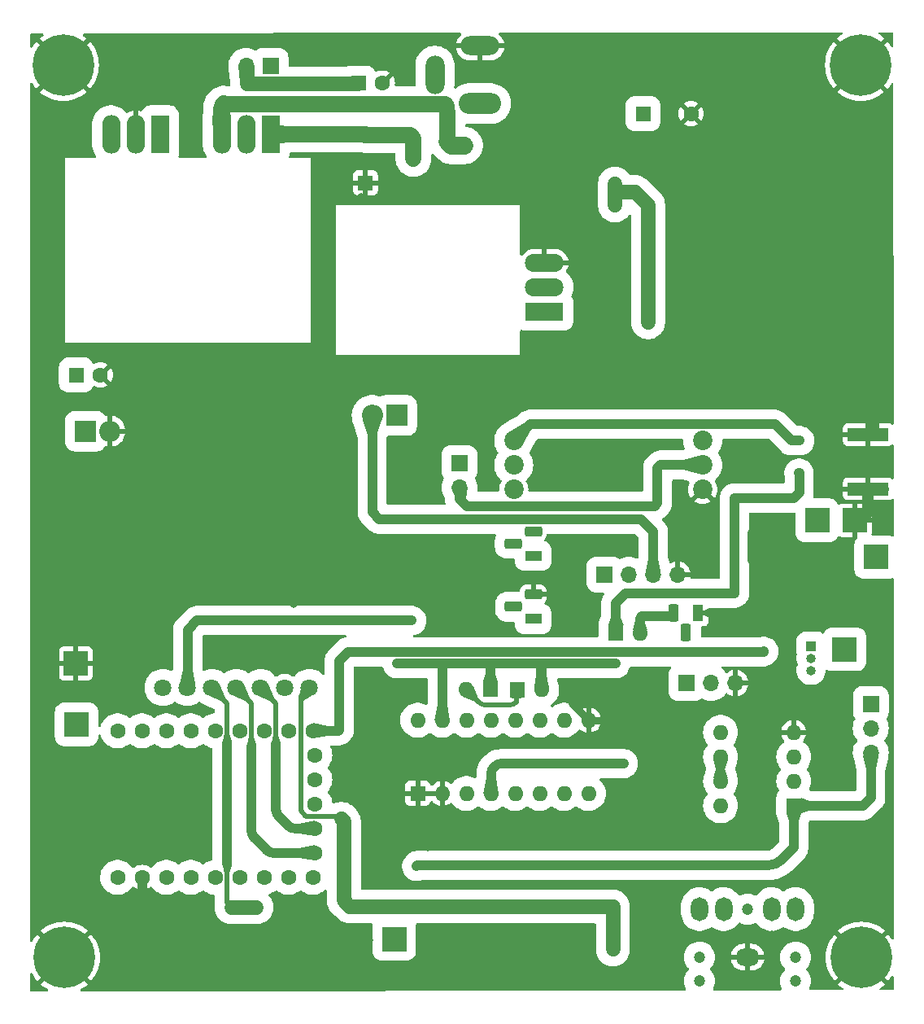
<source format=gbr>
%TF.GenerationSoftware,KiCad,Pcbnew,8.99.0-unknown-498d2c9db1~178~ubuntu22.04.1*%
%TF.CreationDate,2024-05-19T12:04:38+05:30*%
%TF.ProjectId,DDX-1-R2.01,4444582d-312d-4523-922e-30312e6b6963,rev?*%
%TF.SameCoordinates,Original*%
%TF.FileFunction,Copper,L2,Bot*%
%TF.FilePolarity,Positive*%
%FSLAX46Y46*%
G04 Gerber Fmt 4.6, Leading zero omitted, Abs format (unit mm)*
G04 Created by KiCad (PCBNEW 8.99.0-unknown-498d2c9db1~178~ubuntu22.04.1) date 2024-05-19 12:04:38*
%MOMM*%
%LPD*%
G01*
G04 APERTURE LIST*
G04 Aperture macros list*
%AMRoundRect*
0 Rectangle with rounded corners*
0 $1 Rounding radius*
0 $2 $3 $4 $5 $6 $7 $8 $9 X,Y pos of 4 corners*
0 Add a 4 corners polygon primitive as box body*
4,1,4,$2,$3,$4,$5,$6,$7,$8,$9,$2,$3,0*
0 Add four circle primitives for the rounded corners*
1,1,$1+$1,$2,$3*
1,1,$1+$1,$4,$5*
1,1,$1+$1,$6,$7*
1,1,$1+$1,$8,$9*
0 Add four rect primitives between the rounded corners*
20,1,$1+$1,$2,$3,$4,$5,0*
20,1,$1+$1,$4,$5,$6,$7,0*
20,1,$1+$1,$6,$7,$8,$9,0*
20,1,$1+$1,$8,$9,$2,$3,0*%
G04 Aperture macros list end*
%TA.AperFunction,ComponentPad*%
%ADD10R,4.000000X1.905000*%
%TD*%
%TA.AperFunction,ComponentPad*%
%ADD11O,4.000000X1.905000*%
%TD*%
%TA.AperFunction,ComponentPad*%
%ADD12R,1.600000X1.600000*%
%TD*%
%TA.AperFunction,ComponentPad*%
%ADD13C,1.600000*%
%TD*%
%TA.AperFunction,ComponentPad*%
%ADD14R,2.500000X2.500000*%
%TD*%
%TA.AperFunction,ComponentPad*%
%ADD15R,1.560000X1.560000*%
%TD*%
%TA.AperFunction,ComponentPad*%
%ADD16C,1.560000*%
%TD*%
%TA.AperFunction,ComponentPad*%
%ADD17R,2.200000X2.200000*%
%TD*%
%TA.AperFunction,ComponentPad*%
%ADD18O,2.200000X2.200000*%
%TD*%
%TA.AperFunction,ComponentPad*%
%ADD19C,0.800000*%
%TD*%
%TA.AperFunction,ComponentPad*%
%ADD20C,6.400000*%
%TD*%
%TA.AperFunction,SMDPad,CuDef*%
%ADD21R,4.200000X1.350000*%
%TD*%
%TA.AperFunction,ComponentPad*%
%ADD22O,1.600000X1.600000*%
%TD*%
%TA.AperFunction,ComponentPad*%
%ADD23C,2.020000*%
%TD*%
%TA.AperFunction,ComponentPad*%
%ADD24O,4.400000X2.200000*%
%TD*%
%TA.AperFunction,ComponentPad*%
%ADD25O,4.000000X2.000000*%
%TD*%
%TA.AperFunction,ComponentPad*%
%ADD26O,2.000000X4.000000*%
%TD*%
%TA.AperFunction,ComponentPad*%
%ADD27R,1.700000X1.700000*%
%TD*%
%TA.AperFunction,ComponentPad*%
%ADD28O,1.700000X1.700000*%
%TD*%
%TA.AperFunction,WasherPad*%
%ADD29C,1.200000*%
%TD*%
%TA.AperFunction,ComponentPad*%
%ADD30O,1.800000X2.500000*%
%TD*%
%TA.AperFunction,ComponentPad*%
%ADD31O,2.500000X1.800000*%
%TD*%
%TA.AperFunction,ComponentPad*%
%ADD32R,1.905000X4.000000*%
%TD*%
%TA.AperFunction,ComponentPad*%
%ADD33O,1.905000X4.000000*%
%TD*%
%TA.AperFunction,ComponentPad*%
%ADD34R,1.800000X1.100000*%
%TD*%
%TA.AperFunction,ComponentPad*%
%ADD35RoundRect,0.275000X0.625000X-0.275000X0.625000X0.275000X-0.625000X0.275000X-0.625000X-0.275000X0*%
%TD*%
%TA.AperFunction,ComponentPad*%
%ADD36R,1.000000X1.000000*%
%TD*%
%TA.AperFunction,ComponentPad*%
%ADD37O,1.000000X1.000000*%
%TD*%
%TA.AperFunction,ComponentPad*%
%ADD38R,1.100000X1.800000*%
%TD*%
%TA.AperFunction,ComponentPad*%
%ADD39RoundRect,0.275000X0.275000X0.625000X-0.275000X0.625000X-0.275000X-0.625000X0.275000X-0.625000X0*%
%TD*%
%TA.AperFunction,ComponentPad*%
%ADD40C,1.800000*%
%TD*%
%TA.AperFunction,ViaPad*%
%ADD41C,0.800000*%
%TD*%
%TA.AperFunction,Conductor*%
%ADD42C,1.000000*%
%TD*%
%TA.AperFunction,Conductor*%
%ADD43C,0.500000*%
%TD*%
%TA.AperFunction,Conductor*%
%ADD44C,0.750000*%
%TD*%
%TA.AperFunction,Conductor*%
%ADD45C,1.200000*%
%TD*%
%TA.AperFunction,Conductor*%
%ADD46C,1.700000*%
%TD*%
%TA.AperFunction,Conductor*%
%ADD47C,1.500000*%
%TD*%
G04 APERTURE END LIST*
D10*
%TO.P,Q2,1,G*%
%TO.N,Net-(Q2-G)*%
X190536000Y-91947000D03*
D11*
%TO.P,Q2,2,D*%
%TO.N,/DRAIN*%
X190536000Y-89407000D03*
%TO.P,Q2,3,S*%
%TO.N,GND*%
X190536000Y-86867000D03*
%TD*%
D12*
%TO.P,C5,1*%
%TO.N,12V*%
X200797349Y-71350000D03*
D13*
%TO.P,C5,2*%
%TO.N,GND*%
X205797349Y-71350000D03*
%TD*%
D12*
%TO.P,C14,1*%
%TO.N,Net-(JP2-B)*%
X171169888Y-68175000D03*
D13*
%TO.P,C14,2*%
%TO.N,GND*%
X173669888Y-68175000D03*
%TD*%
D14*
%TO.P,TP1,1,1*%
%TO.N,Net-(RZ1-GP1)*%
X141840000Y-134880000D03*
%TD*%
D15*
%TO.P,RV1,1,1*%
%TO.N,GND*%
X171910000Y-78550000D03*
D16*
%TO.P,RV1,2,2*%
%TO.N,Net-(U3-ADJ)*%
X176910000Y-76050000D03*
%TO.P,RV1,3,3*%
X171910000Y-73550000D03*
%TD*%
D12*
%TO.P,C44,1*%
%TO.N,Net-(U1-VO)*%
X141820000Y-98540000D03*
D13*
%TO.P,C44,2*%
%TO.N,GND*%
X144320000Y-98540000D03*
%TD*%
D14*
%TO.P,TP7,1,1*%
%TO.N,Net-(U6-VO1)*%
X221790000Y-127070000D03*
%TD*%
D17*
%TO.P,D5,1,K*%
%TO.N,Net-(D5-K)*%
X142780000Y-104370000D03*
D18*
%TO.P,D5,2,A*%
%TO.N,GND*%
X145320000Y-104370000D03*
%TD*%
D19*
%TO.P,H3,1,1*%
%TO.N,GND*%
X138152944Y-159132944D03*
X138855888Y-157435888D03*
X138855888Y-160830000D03*
X140552944Y-156732944D03*
D20*
X140552944Y-159132944D03*
D19*
X140552944Y-161532944D03*
X142250000Y-157435888D03*
X142250000Y-160830000D03*
X142952944Y-159132944D03*
%TD*%
D21*
%TO.P,ANTENNA1,2,Ext*%
%TO.N,GND*%
X224230000Y-110380000D03*
X224230000Y-104730000D03*
%TD*%
D12*
%TO.P,D3,1,K*%
%TO.N,+5V*%
X197970000Y-125390000D03*
D22*
%TO.P,D3,2,A*%
%TO.N,Net-(D3-A)*%
X200510000Y-125390000D03*
%TD*%
D23*
%TO.P,BPF2,1,ANT*%
%TO.N,RX*%
X187340000Y-105370000D03*
%TO.P,BPF2,2,ANT*%
X187340000Y-107910000D03*
%TO.P,BPF2,3,GND*%
%TO.N,GND*%
X187340000Y-110450000D03*
%TO.P,BPF2,4,RF*%
%TO.N,RX_AFTER_HPF*%
X207010000Y-105370000D03*
%TO.P,BPF2,5,RF*%
X207010000Y-107910000D03*
%TO.P,BPF2,6,GND*%
%TO.N,GND*%
X207010000Y-110450000D03*
%TD*%
D24*
%TO.P,Power1,1*%
%TO.N,+VDC*%
X183850000Y-70312500D03*
D25*
%TO.P,Power1,2*%
%TO.N,GND*%
X183850000Y-64312500D03*
D26*
%TO.P,Power1,3*%
%TO.N,unconnected-(Power1-Pad3)*%
X179150000Y-67312500D03*
%TD*%
D27*
%TO.P,VOL1,1,1*%
%TO.N,Net-(C38-Pad2)*%
X205334000Y-130580000D03*
D28*
%TO.P,VOL1,2,2*%
%TO.N,Net-(Rin1-Pad2)*%
X207874000Y-130580000D03*
%TO.P,VOL1,3,3*%
%TO.N,GND*%
X210414000Y-130580000D03*
%TD*%
D29*
%TO.P,SPK1,*%
%TO.N,*%
X206680000Y-161590000D03*
X216680000Y-161590000D03*
X206680000Y-159090000D03*
X216680000Y-159090000D03*
X211680000Y-154090000D03*
D30*
%TO.P,SPK1,R*%
%TO.N,Net-(C43-Pad2)*%
X206680000Y-154090000D03*
%TO.P,SPK1,RN*%
%TO.N,unconnected-(SPK1-PadRN)*%
X209180000Y-154090000D03*
D31*
%TO.P,SPK1,S*%
%TO.N,GND*%
X211680000Y-159090000D03*
D30*
%TO.P,SPK1,T*%
%TO.N,Net-(C43-Pad2)*%
X216680000Y-154090000D03*
%TO.P,SPK1,TN*%
%TO.N,unconnected-(SPK1-PadTN)*%
X214180000Y-154090000D03*
%TD*%
D12*
%TO.P,U7,1,FM_RF_IN*%
%TO.N,GND*%
X177356000Y-142058000D03*
D22*
%TO.P,U7,2,GND_IN*%
X179896000Y-142058000D03*
%TO.P,U7,3,FM_MIX*%
%TO.N,unconnected-(U7-FM_MIX-Pad3)*%
X182436000Y-142058000D03*
%TO.P,U7,4,AM_MIX*%
%TO.N,RX_AUDIO*%
X184976000Y-142058000D03*
%TO.P,U7,5,AGC*%
%TO.N,Net-(U7-AGC)*%
X187516000Y-142058000D03*
%TO.P,U7,6,VCC*%
%TO.N,+5V*%
X190056000Y-142058000D03*
%TO.P,U7,7,AM_IF*%
X192596000Y-142058000D03*
%TO.P,U7,8,FM_IF*%
%TO.N,unconnected-(U7-FM_IF-Pad8)*%
X195136000Y-142058000D03*
%TO.P,U7,9,GND_OUT*%
%TO.N,GND*%
X195136000Y-134438000D03*
%TO.P,U7,10,FM_DET*%
%TO.N,unconnected-(U7-FM_DET-Pad10)*%
X192596000Y-134438000D03*
%TO.P,U7,11,DET_OUT*%
%TO.N,unconnected-(U7-DET_OUT-Pad11)*%
X190056000Y-134438000D03*
%TO.P,U7,12,AM_OSC*%
%TO.N,Net-(U7-AM_OSC)*%
X187516000Y-134438000D03*
%TO.P,U7,13,FM_OSC*%
%TO.N,unconnected-(U7-FM_OSC-Pad13)*%
X184976000Y-134438000D03*
%TO.P,U7,14,FM/AM_SW*%
%TO.N,Net-(U7-FM{slash}AM_SW)*%
X182436000Y-134438000D03*
%TO.P,U7,15,FM_TUNER*%
%TO.N,+5V*%
X179896000Y-134438000D03*
%TO.P,U7,16,AM_RF_IN*%
%TO.N,Net-(D8-A)*%
X177356000Y-134438000D03*
%TD*%
D12*
%TO.P,D9,1,K*%
%TO.N,Net-(D8-A)*%
X187714315Y-131280000D03*
D22*
%TO.P,D9,2,A*%
%TO.N,+5V*%
X190254315Y-131280000D03*
%TD*%
D19*
%TO.P,H4,1,1*%
%TO.N,GND*%
X221130000Y-159130000D03*
X221832944Y-157432944D03*
X221832944Y-160827056D03*
X223530000Y-156730000D03*
D20*
X223530000Y-159130000D03*
D19*
X223530000Y-161530000D03*
X225227056Y-157432944D03*
X225227056Y-160827056D03*
X225930000Y-159130000D03*
%TD*%
D14*
%TO.P,TP2,1,1*%
%TO.N,GND*%
X141770000Y-128540000D03*
%TD*%
%TO.P,TP3,1,1*%
%TO.N,ANTENNA*%
X218920000Y-113650000D03*
%TD*%
D32*
%TO.P,U1,1,VI*%
%TO.N,12V*%
X150520000Y-73510000D03*
D33*
%TO.P,U1,2,GND*%
%TO.N,GND*%
X147980000Y-73510000D03*
%TO.P,U1,3,VO*%
%TO.N,Net-(U1-VO)*%
X145440000Y-73510000D03*
%TD*%
D12*
%TO.P,U8,1*%
%TO.N,TO_ADC*%
X216496000Y-143333000D03*
D22*
%TO.P,U8,2,-*%
%TO.N,RIGHT*%
X216496000Y-140793000D03*
%TO.P,U8,3,+*%
%TO.N,Net-(U8A-+)*%
X216496000Y-138253000D03*
%TO.P,U8,4,V-*%
%TO.N,GND*%
X216496000Y-135713000D03*
%TO.P,U8,5,+*%
%TO.N,Net-(U8A-+)*%
X208876000Y-135713000D03*
%TO.P,U8,6,-*%
%TO.N,Net-(U8B--)*%
X208876000Y-138253000D03*
%TO.P,U8,7*%
X208876000Y-140793000D03*
%TO.P,U8,8,V+*%
%TO.N,+3.3V*%
X208876000Y-143333000D03*
%TD*%
D17*
%TO.P,D4,1,K*%
%TO.N,Net-(D4-K)*%
X175143234Y-102750000D03*
D18*
%TO.P,D4,2,A*%
%TO.N,11v*%
X172603234Y-102750000D03*
%TD*%
D14*
%TO.P,TP6,1,1*%
%TO.N,Net-(U6-VO2)*%
X225070000Y-117490000D03*
%TD*%
D34*
%TO.P,Q3,1,C*%
%TO.N,10m*%
X189380000Y-123920000D03*
D35*
%TO.P,Q3,2,B*%
%TO.N,Net-(Q3-B)*%
X187310000Y-122650000D03*
%TO.P,Q3,3,E*%
%TO.N,GND*%
X189380000Y-121380000D03*
%TD*%
D27*
%TO.P,J2,1,Pin_1*%
%TO.N,10m*%
X196790000Y-119290000D03*
D28*
%TO.P,J2,2,Pin_2*%
%TO.N,20m*%
X199330000Y-119290000D03*
%TO.P,J2,3,Pin_3*%
%TO.N,11v*%
X201870000Y-119290000D03*
%TO.P,J2,4,Pin_4*%
%TO.N,GND*%
X204410000Y-119290000D03*
%TD*%
D13*
%TO.P,RZ1,1,GP0*%
%TO.N,unconnected-(RZ1-GP0-Pad1)*%
X146110000Y-135550000D03*
%TO.P,RZ1,2,GP1*%
%TO.N,Net-(RZ1-GP1)*%
X148650000Y-135550000D03*
%TO.P,RZ1,3,GP2*%
%TO.N,unconnected-(RZ1-GP2-Pad3)*%
X151190000Y-135550000D03*
%TO.P,RZ1,4,GP3*%
%TO.N,unconnected-(RZ1-GP3-Pad4)*%
X153730000Y-135550000D03*
%TO.P,RZ1,5,GP4*%
%TO.N,unconnected-(RZ1-GP4-Pad5)*%
X156270000Y-135550000D03*
%TO.P,RZ1,6,GP5*%
%TO.N,unconnected-(RZ1-GP5-Pad6)*%
X158810000Y-135550000D03*
%TO.P,RZ1,7,GP6*%
%TO.N,unconnected-(RZ1-GP6-Pad7)*%
X161350000Y-135550000D03*
%TO.P,RZ1,8,GP7*%
%TO.N,G1*%
X163890000Y-135550000D03*
%TO.P,RZ1,9,GP8*%
%TO.N,PTT*%
X166430000Y-135550000D03*
%TO.P,RZ1,10,GP9*%
%TO.N,G2*%
X166640000Y-138090000D03*
%TO.P,RZ1,11,GP10*%
%TO.N,unconnected-(RZ1-GP10-Pad11)*%
X166640000Y-140630000D03*
%TO.P,RZ1,12,GP11*%
%TO.N,unconnected-(RZ1-GP11-Pad12)*%
X166640000Y-143170000D03*
%TO.P,RZ1,13,GP12*%
%TO.N,SDA*%
X166640000Y-145710000D03*
%TO.P,RZ1,14,GP13*%
%TO.N,SCL*%
X166640000Y-148250000D03*
%TO.P,RZ1,15,GP14*%
%TO.N,unconnected-(RZ1-GP14-Pad15)*%
X166430000Y-150790000D03*
%TO.P,RZ1,16,GP15*%
%TO.N,CAL*%
X163890000Y-150790000D03*
%TO.P,RZ1,17,GP26*%
%TO.N,Net-(JP4-A)*%
X161350000Y-150790000D03*
%TO.P,RZ1,18,GP27*%
%TO.N,unconnected-(RZ1-GP27-Pad18)*%
X158810000Y-150790000D03*
%TO.P,RZ1,19,GP28*%
%TO.N,unconnected-(RZ1-GP28-Pad19)*%
X156270000Y-150790000D03*
%TO.P,RZ1,20,GP29*%
%TO.N,unconnected-(RZ1-GP29-Pad20)*%
X153730000Y-150790000D03*
%TO.P,RZ1,21,3V3*%
%TO.N,unconnected-(RZ1-3V3-Pad21)*%
X151190000Y-150790000D03*
%TO.P,RZ1,22,5V*%
%TO.N,Net-(D2-K)*%
X146110000Y-150790000D03*
%TO.P,RZ1,23,GND*%
%TO.N,GND*%
X148650000Y-150790000D03*
%TD*%
D27*
%TO.P,GAIN1,1,1*%
%TO.N,RIGHT*%
X224510000Y-132740000D03*
D28*
%TO.P,GAIN1,2,2*%
%TO.N,TO_ADC*%
X224510000Y-135280000D03*
%TO.P,GAIN1,3,3*%
X224510000Y-137820000D03*
%TD*%
D19*
%TO.P,H1,1,1*%
%TO.N,GND*%
X138042944Y-66312944D03*
X138745888Y-64615888D03*
X138745888Y-68010000D03*
X140442944Y-63912944D03*
D20*
X140442944Y-66312944D03*
D19*
X140442944Y-68712944D03*
X142140000Y-64615888D03*
X142140000Y-68010000D03*
X142842944Y-66312944D03*
%TD*%
D12*
%TO.P,D8,1,K*%
%TO.N,+5V*%
X184916000Y-131248000D03*
D22*
%TO.P,D8,2,A*%
%TO.N,Net-(D8-A)*%
X182376000Y-131248000D03*
%TD*%
D36*
%TO.P,GAIN2,1,1*%
%TO.N,RIGHT*%
X218300000Y-126720000D03*
D37*
%TO.P,GAIN2,2,2*%
%TO.N,Net-(U6-VO1)*%
X218300000Y-127990000D03*
%TO.P,GAIN2,3,3*%
X218300000Y-129260000D03*
%TD*%
D32*
%TO.P,U3,1,ADJ*%
%TO.N,Net-(U3-ADJ)*%
X162020000Y-73510000D03*
D33*
%TO.P,U3,2,VO*%
%TO.N,Net-(JP2-B)*%
X159480000Y-73510000D03*
%TO.P,U3,3,VI*%
%TO.N,12V*%
X156940000Y-73510000D03*
%TD*%
D19*
%TO.P,H2,1,1*%
%TO.N,GND*%
X221057056Y-66302944D03*
X221760000Y-64605888D03*
X221760000Y-68000000D03*
X223457056Y-63902944D03*
D20*
X223457056Y-66302944D03*
D19*
X223457056Y-68702944D03*
X225154112Y-64605888D03*
X225154112Y-68000000D03*
X225857056Y-66302944D03*
%TD*%
D34*
%TO.P,Q4,1,C*%
%TO.N,20m*%
X189370000Y-117340000D03*
D35*
%TO.P,Q4,2,B*%
%TO.N,Net-(Q4-B)*%
X187300000Y-116070000D03*
%TO.P,Q4,3,E*%
%TO.N,GND*%
X189370000Y-114800000D03*
%TD*%
D27*
%TO.P,JP1,1,A*%
%TO.N,RX*%
X181680000Y-107700000D03*
D28*
%TO.P,JP1,2,B*%
%TO.N,RX_AFTER_HPF*%
X181680000Y-110240000D03*
%TD*%
D27*
%TO.P,JP2,1,A*%
%TO.N,11v*%
X162030000Y-66400000D03*
D28*
%TO.P,JP2,2,B*%
%TO.N,Net-(JP2-B)*%
X159490000Y-66400000D03*
%TD*%
D14*
%TO.P,TP5,1,1*%
%TO.N,+5V*%
X174900000Y-157200000D03*
%TD*%
%TO.P,TP4,1,1*%
%TO.N,GND*%
X222840000Y-113670000D03*
%TD*%
D38*
%TO.P,Q1,1,E*%
%TO.N,GND*%
X206530000Y-123260000D03*
D39*
%TO.P,Q1,2,B*%
%TO.N,Net-(Q1-B)*%
X205260000Y-125330000D03*
%TO.P,Q1,3,C*%
%TO.N,Net-(D3-A)*%
X203990000Y-123260000D03*
%TD*%
D40*
%TO.P,U5,1,VIN*%
%TO.N,+3.3V*%
X166070500Y-131043200D03*
%TO.P,U5,2,GND*%
%TO.N,GND*%
X163530500Y-131043200D03*
%TO.P,U5,3,SDA*%
%TO.N,SDA*%
X160990500Y-131043200D03*
%TO.P,U5,4,SCL*%
%TO.N,SCL*%
X158450500Y-131043200D03*
%TO.P,U5,5,S2*%
%TO.N,Net-(U5-S2)*%
X155910500Y-131043200D03*
%TO.P,U5,6,S1*%
%TO.N,RX_OSC*%
X153370500Y-131043200D03*
%TO.P,U5,7,SO*%
%TO.N,TX_RF*%
X150830500Y-131043200D03*
%TD*%
D41*
%TO.N,GND*%
X217757381Y-69037500D03*
X163510000Y-126050000D03*
X213670000Y-116210000D03*
X190650000Y-80240000D03*
X224750000Y-104720000D03*
X162460000Y-96020000D03*
X194897381Y-69037500D03*
X152300000Y-96020000D03*
X225870000Y-110350000D03*
X206231750Y-135077500D03*
X225754600Y-102057500D03*
X163490000Y-126880000D03*
X172037381Y-63957500D03*
X225870000Y-114450000D03*
X156797381Y-63957500D03*
X225377381Y-81737500D03*
X174954600Y-142697500D03*
X207950000Y-101690000D03*
X198611750Y-145237500D03*
X149177381Y-145237500D03*
X215217381Y-63957500D03*
X154840000Y-101100000D03*
X190616600Y-81895000D03*
X220297381Y-71577500D03*
X164417381Y-117297500D03*
X198620000Y-146380000D03*
X166940000Y-112400000D03*
X213940000Y-144360000D03*
X199917219Y-109510000D03*
X154634600Y-147777500D03*
X200820000Y-153000000D03*
X144510000Y-116120000D03*
X152300000Y-98560000D03*
X192357381Y-66497500D03*
X223900000Y-121520000D03*
X162460000Y-98560000D03*
X160511750Y-127457500D03*
X221471750Y-99517500D03*
X156797381Y-117297500D03*
X185570000Y-80240000D03*
X146637381Y-99517500D03*
X218970000Y-134980000D03*
X212210000Y-116210000D03*
X199977381Y-129997500D03*
X146320000Y-160490000D03*
X207020000Y-118520000D03*
X144510000Y-123740000D03*
X223214600Y-102057500D03*
X200810000Y-151930000D03*
X217757381Y-66497500D03*
X159890000Y-104970000D03*
X213120000Y-129310000D03*
X182990000Y-78970000D03*
X210137381Y-69037500D03*
X201160000Y-146380000D03*
X141970000Y-121200000D03*
X225870000Y-113430000D03*
X219820000Y-134960000D03*
X211340000Y-138680000D03*
X225377381Y-71577500D03*
X191920000Y-109510000D03*
X207000000Y-113740000D03*
X175560000Y-106360000D03*
X175751750Y-63957500D03*
X198640000Y-147420000D03*
X213120000Y-130580000D03*
X154257381Y-63957500D03*
X207597381Y-63957500D03*
X169787219Y-157300000D03*
X184570000Y-110060000D03*
X161147219Y-157300000D03*
X212677381Y-66497500D03*
X171006000Y-97052000D03*
X144510000Y-121200000D03*
X207500000Y-123310000D03*
X166957381Y-63957500D03*
X189817381Y-63957500D03*
X223850000Y-110380000D03*
X224297219Y-152870000D03*
X213920000Y-143330000D03*
X151717381Y-63957500D03*
X217757381Y-71577500D03*
X152094600Y-147777500D03*
X196100000Y-147420000D03*
X170200000Y-105230000D03*
X225860000Y-112250000D03*
X199390000Y-99920000D03*
X225377381Y-79197500D03*
X222810000Y-110390000D03*
X159920000Y-96020000D03*
X156780000Y-112370000D03*
X178390000Y-147710000D03*
X144510000Y-118660000D03*
X144097381Y-145237500D03*
X188070000Y-78970000D03*
X161877381Y-117297500D03*
X141970000Y-113580000D03*
X147050000Y-116120000D03*
X154257381Y-119837500D03*
X173220000Y-147620000D03*
X187277381Y-66497500D03*
X186296000Y-97022000D03*
X211900000Y-76260000D03*
X175560000Y-107550000D03*
X169497381Y-63957500D03*
X181790000Y-102840000D03*
X225377381Y-84277500D03*
X162460000Y-101100000D03*
X212190000Y-114960000D03*
X149177381Y-99517500D03*
X212677381Y-71577500D03*
X164330000Y-157300000D03*
X193360000Y-131350000D03*
X224960000Y-110370000D03*
X175760000Y-147360000D03*
X210080000Y-95690000D03*
X207597381Y-69037500D03*
X225754600Y-147777500D03*
X221757219Y-152870000D03*
X197437381Y-63957500D03*
X141970000Y-116120000D03*
X165591750Y-127457500D03*
X214110000Y-129260000D03*
X211311750Y-137617500D03*
X161877381Y-114757500D03*
X152270000Y-107510000D03*
X215217381Y-69037500D03*
X156797381Y-119837500D03*
X204480000Y-135080000D03*
X162430000Y-107510000D03*
X224730000Y-121520000D03*
X204847219Y-99920000D03*
X208450000Y-123310000D03*
X151330000Y-153680000D03*
X190610000Y-78970000D03*
X210080000Y-98230000D03*
X197437381Y-69037500D03*
X154810000Y-102430000D03*
X154257381Y-114757500D03*
X164417381Y-122377500D03*
X149177381Y-96977500D03*
X147050000Y-123740000D03*
X196850000Y-99920000D03*
X149177381Y-147777500D03*
X155690000Y-157300000D03*
X192357381Y-69037500D03*
X147950000Y-69400000D03*
X157380000Y-101100000D03*
X207990000Y-100630000D03*
X162430000Y-104970000D03*
X161877381Y-63957500D03*
X221471750Y-94437500D03*
X144097381Y-147777500D03*
X219910000Y-119110000D03*
X207020000Y-116780000D03*
X208000000Y-99670000D03*
X164417381Y-63957500D03*
X206820000Y-78800000D03*
X184970000Y-97010000D03*
X173211750Y-145237500D03*
X154840000Y-98560000D03*
X208760000Y-156770000D03*
X219500000Y-152870000D03*
X152094600Y-145237500D03*
X157350000Y-104970000D03*
X215217381Y-66497500D03*
X222770000Y-104700000D03*
X141970000Y-118660000D03*
X212677381Y-69037500D03*
X180980000Y-102840000D03*
X202517381Y-66497500D03*
X199217219Y-162040000D03*
X157350000Y-107510000D03*
X157380000Y-96020000D03*
X152270000Y-104970000D03*
X155431750Y-127457500D03*
X145420000Y-156440000D03*
X223700000Y-104730000D03*
X225377381Y-74117500D03*
X179250000Y-111320000D03*
X190616600Y-83266600D03*
X206820000Y-76260000D03*
X222837381Y-74117500D03*
X146637381Y-145237500D03*
X225377381Y-76657500D03*
X193220000Y-107010000D03*
X218620000Y-119110000D03*
X219660000Y-148210000D03*
X225377381Y-89357500D03*
X209360000Y-78800000D03*
X211677219Y-156770000D03*
X154840000Y-96020000D03*
X154810000Y-107510000D03*
X152270000Y-102430000D03*
X154634600Y-145237500D03*
X164417381Y-119837500D03*
X201180000Y-147420000D03*
X189817381Y-69037500D03*
X202517381Y-63957500D03*
X159337381Y-63957500D03*
X210137381Y-66497500D03*
X191830000Y-107010000D03*
X146637381Y-147777500D03*
X204480000Y-134060000D03*
X211900000Y-78800000D03*
X154810000Y-104970000D03*
X164410000Y-112400000D03*
X201151750Y-145237500D03*
X214217219Y-156770000D03*
X225754600Y-152857500D03*
X199977381Y-63957500D03*
X211900000Y-81340000D03*
X221747219Y-154460000D03*
X163510000Y-128730000D03*
X144510000Y-113580000D03*
X163490000Y-127830000D03*
X209360000Y-76260000D03*
X185530000Y-78970000D03*
X210137381Y-71577500D03*
X221471750Y-96977500D03*
X187277381Y-63957500D03*
X197437381Y-66497500D03*
X158607219Y-157300000D03*
X215217381Y-71577500D03*
X151330000Y-154900000D03*
X219660000Y-147190000D03*
X178850000Y-143540000D03*
X162430000Y-102430000D03*
X183330000Y-156860000D03*
X154257381Y-117297500D03*
X157971750Y-127457500D03*
X205057381Y-66497500D03*
X209360000Y-81340000D03*
X159890000Y-107510000D03*
X171500000Y-80050000D03*
X141970000Y-123740000D03*
X157380000Y-98560000D03*
X164417381Y-114757500D03*
X197377219Y-109510000D03*
X205057381Y-63957500D03*
X196071750Y-145237500D03*
X157350000Y-102430000D03*
X207597381Y-66497500D03*
X159337381Y-117297500D03*
X212677381Y-63957500D03*
X166870000Y-157300000D03*
X219110000Y-120250000D03*
X159337381Y-114757500D03*
X145410000Y-158090000D03*
X196080000Y-146380000D03*
X200820000Y-154110000D03*
X219500000Y-154460000D03*
X147050000Y-118660000D03*
X159337381Y-119837500D03*
X210137381Y-63957500D03*
X188110000Y-80240000D03*
X194460000Y-109510000D03*
X147050000Y-113580000D03*
X212620000Y-98230000D03*
X159890000Y-102430000D03*
X171050000Y-98450000D03*
X199977381Y-66497500D03*
X172327219Y-157300000D03*
X217757381Y-63957500D03*
X193760000Y-162040000D03*
X147050000Y-121200000D03*
X224287219Y-154460000D03*
X212620000Y-95690000D03*
X196677219Y-162040000D03*
X152300000Y-101100000D03*
X211340000Y-139700000D03*
X189817381Y-66497500D03*
X153150000Y-157300000D03*
X202307219Y-99920000D03*
X156797381Y-114757500D03*
X141934600Y-107137500D03*
X159920000Y-101100000D03*
X161877381Y-119837500D03*
X159920000Y-98560000D03*
X194897381Y-66497500D03*
X192357381Y-63957500D03*
X225690000Y-104700000D03*
X222837381Y-71577500D03*
X194897381Y-63957500D03*
X225754600Y-150317500D03*
%TO.N,PTT*%
X213380000Y-127280000D03*
%TO.N,+5V*%
X176140000Y-128580000D03*
X217040000Y-108740000D03*
X177810000Y-128540000D03*
X175290000Y-128610000D03*
X178700000Y-128520000D03*
X197960000Y-128550000D03*
%TO.N,12V*%
X181275000Y-74700000D03*
X180475000Y-74200000D03*
X182275000Y-74650000D03*
%TO.N,RX*%
X217130000Y-105350000D03*
%TO.N,RX_OSC*%
X172680000Y-124070000D03*
X176710000Y-124040000D03*
%TO.N,+3.3V*%
X197670000Y-157080000D03*
X169710000Y-152180000D03*
X169660000Y-151330000D03*
X197670000Y-156030000D03*
X197690000Y-158060000D03*
%TO.N,RX_AUDIO*%
X198770000Y-138960000D03*
%TO.N,TO_ADC*%
X177240000Y-149640000D03*
%TO.N,Net-(U5-S2)*%
X160550000Y-153900000D03*
%TO.N,Net-(F1-Pad1)*%
X201290000Y-93080000D03*
X201290000Y-92190000D03*
X197890000Y-79520000D03*
X197930000Y-80440000D03*
X197890000Y-78640000D03*
%TD*%
D42*
%TO.N,GND*%
X145420000Y-156315000D02*
X145420000Y-158145000D01*
X224850000Y-102057500D02*
X225754600Y-102057500D01*
X151107500Y-153457500D02*
X151330000Y-153680000D01*
D43*
X179304625Y-146764625D02*
X178291750Y-147777500D01*
D42*
X224850000Y-102057500D02*
X224850000Y-104620000D01*
D44*
X195136000Y-134438000D02*
X199718000Y-134438000D01*
D42*
X151330000Y-153680000D02*
X151330000Y-154900000D01*
D43*
X179304625Y-146764625D02*
X179119625Y-146949625D01*
X179896000Y-146173250D02*
X179304625Y-146764625D01*
D42*
X147927500Y-153807500D02*
X148277500Y-153457500D01*
D44*
X193360000Y-132662000D02*
X195136000Y-134438000D01*
D42*
X212190000Y-114960000D02*
X212190000Y-117760000D01*
X219170000Y-119110000D02*
X219170000Y-120190000D01*
D45*
X224230000Y-112850000D02*
X223600000Y-113480000D01*
D42*
X147927500Y-153807500D02*
X145420000Y-156315000D01*
D43*
X193360000Y-131350000D02*
X193290000Y-131350000D01*
D42*
X148277500Y-153457500D02*
X151107500Y-153457500D01*
D43*
X179119625Y-146980375D02*
X178390000Y-147710000D01*
D45*
X223500000Y-113580000D02*
X222870000Y-114210000D01*
D44*
X199730000Y-134450000D02*
X199977381Y-134202619D01*
D43*
X179896000Y-142058000D02*
X179896000Y-146173250D01*
D42*
X219170000Y-119110000D02*
X219910000Y-119110000D01*
D44*
X199718000Y-134438000D02*
X199730000Y-134450000D01*
D42*
X218620000Y-119110000D02*
X219170000Y-119110000D01*
X148650000Y-150790000D02*
X148650000Y-153085000D01*
X148650000Y-153085000D02*
X147927500Y-153807500D01*
D43*
X179119625Y-146949625D02*
X179119625Y-146980375D01*
D45*
X224230000Y-110380000D02*
X224230000Y-112850000D01*
X222810000Y-110390000D02*
X225830000Y-110390000D01*
D44*
X193360000Y-131350000D02*
X193360000Y-132662000D01*
X199977381Y-134202619D02*
X199977381Y-129997500D01*
D42*
X223214600Y-102057500D02*
X224850000Y-102057500D01*
D43*
%TO.N,PTT*%
X173148362Y-127330884D02*
X173014623Y-127464623D01*
D42*
X182220000Y-127330884D02*
X210080000Y-127330884D01*
X185200000Y-127330884D02*
X192580000Y-127330884D01*
X166430000Y-135550000D02*
X169110000Y-135550000D01*
X213380000Y-127280000D02*
X213329116Y-127330884D01*
X176150000Y-127330884D02*
X182220000Y-127330884D01*
D43*
X192580000Y-127330884D02*
X192780000Y-127330884D01*
D42*
X185200000Y-127330884D02*
X187110000Y-127330884D01*
D43*
X190670000Y-127330884D02*
X192580000Y-127330884D01*
D42*
X169110000Y-135550000D02*
X169180000Y-135480000D01*
X210129116Y-127330884D02*
X210080000Y-127330884D01*
X173148362Y-127330884D02*
X176150000Y-127330884D01*
X213329116Y-127330884D02*
X210190884Y-127330884D01*
X210080000Y-127330884D02*
X190670000Y-127330884D01*
X170099116Y-127330884D02*
X169180000Y-128250000D01*
D43*
X192780000Y-127330884D02*
X187110000Y-127330884D01*
D42*
X169180000Y-128250000D02*
X169180000Y-135480000D01*
X182220000Y-127330884D02*
X185200000Y-127330884D01*
X176150000Y-127330884D02*
X170099116Y-127330884D01*
%TO.N,+5V*%
X190180000Y-128670000D02*
X190254315Y-128744315D01*
X210330000Y-121240000D02*
X210330000Y-111320000D01*
X178580000Y-128560000D02*
X175340000Y-128560000D01*
X210330000Y-111320000D02*
X216500000Y-111320000D01*
X197970000Y-125390000D02*
X197970000Y-122250000D01*
X190254315Y-128744315D02*
X190254315Y-131280000D01*
X216500000Y-111320000D02*
X217060000Y-110760000D01*
X197970000Y-122250000D02*
X198980000Y-121240000D01*
X187880000Y-128560000D02*
X190070000Y-128560000D01*
X181330000Y-128560000D02*
X180010000Y-128560000D01*
X217060000Y-108760000D02*
X217040000Y-108740000D01*
X184830000Y-128560000D02*
X181330000Y-128560000D01*
X217060000Y-110760000D02*
X217060000Y-108760000D01*
X190070000Y-128560000D02*
X190180000Y-128670000D01*
X180010000Y-128560000D02*
X178580000Y-128560000D01*
X184830000Y-128560000D02*
X184916000Y-128646000D01*
X181330000Y-128560000D02*
X182200000Y-128560000D01*
X190180000Y-128670000D02*
X190180000Y-131280000D01*
X182200000Y-128560000D02*
X175210000Y-128560000D01*
X182200000Y-128560000D02*
X187880000Y-128560000D01*
X184916000Y-128646000D02*
X184916000Y-131248000D01*
X180010000Y-128560000D02*
X179896000Y-128674000D01*
X187880000Y-128560000D02*
X197950000Y-128560000D01*
X178580000Y-128560000D02*
X176470000Y-128560000D01*
X198980000Y-121240000D02*
X210330000Y-121240000D01*
X179896000Y-128674000D02*
X179896000Y-134438000D01*
D46*
%TO.N,12V*%
X157162500Y-70362500D02*
X180162500Y-70362500D01*
X181275000Y-74700000D02*
X181325000Y-74750000D01*
X180375000Y-70575000D02*
X180399828Y-71475000D01*
X180399828Y-74124828D02*
X180475000Y-74200000D01*
X180675000Y-74575000D02*
X182200000Y-74575000D01*
X181225000Y-74750000D02*
X181275000Y-74700000D01*
X180399828Y-71475000D02*
X180399828Y-74124828D01*
X180850000Y-74750000D02*
X181225000Y-74750000D01*
X181325000Y-74750000D02*
X181975000Y-74750000D01*
X182200000Y-74575000D02*
X182275000Y-74650000D01*
X156940000Y-73510000D02*
X156940000Y-70510000D01*
X180675000Y-74575000D02*
X180850000Y-74750000D01*
X157125000Y-70325000D02*
X157162500Y-70362500D01*
X180375000Y-74275000D02*
X180675000Y-74575000D01*
X156940000Y-70510000D02*
X157125000Y-70325000D01*
X180162500Y-70362500D02*
X180375000Y-70575000D01*
X181975000Y-74750000D02*
X182275000Y-74650000D01*
X182175000Y-74750000D02*
X182075000Y-74750000D01*
X180475000Y-74200000D02*
X180375000Y-74275000D01*
X182275000Y-74650000D02*
X182175000Y-74750000D01*
D42*
%TO.N,Net-(D3-A)*%
X200710000Y-123660000D02*
X200510000Y-123860000D01*
X203990000Y-123660000D02*
X200710000Y-123660000D01*
X200510000Y-125390000D02*
X200510000Y-123860000D01*
%TO.N,RX*%
X214520000Y-103660000D02*
X216220000Y-105360000D01*
X189050000Y-103660000D02*
X214520000Y-103660000D01*
X187340000Y-105370000D02*
X189050000Y-103660000D01*
X216220000Y-105360000D02*
X217120000Y-105360000D01*
%TO.N,RX_OSC*%
X154390000Y-124070000D02*
X153390000Y-125070000D01*
X171940000Y-124070000D02*
X176730000Y-124070000D01*
X153393600Y-129550000D02*
X153393600Y-131020100D01*
X153390000Y-125070000D02*
X153393600Y-125073600D01*
X154390000Y-124070000D02*
X171940000Y-124070000D01*
X153393600Y-125073600D02*
X153393600Y-129550000D01*
X171940000Y-124070000D02*
X172680000Y-124070000D01*
D43*
%TO.N,Net-(D8-A)*%
X187640000Y-132540000D02*
X187640000Y-131354315D01*
X184402214Y-132860000D02*
X186905786Y-132860000D01*
X187640000Y-132540000D02*
X187640000Y-131280000D01*
X182376000Y-131248000D02*
X183695107Y-132567107D01*
X187612893Y-132567107D02*
X187640000Y-132540000D01*
X186905786Y-132860000D02*
G75*
G03*
X187612900Y-132567114I14J1000000D01*
G01*
X184402214Y-132860000D02*
G75*
G02*
X183695100Y-132567114I-14J1000000D01*
G01*
%TO.N,+3.3V*%
X165740000Y-144420000D02*
X169480000Y-144420000D01*
X165180000Y-132622000D02*
X165180000Y-133130000D01*
D47*
X169660000Y-151330000D02*
X169660000Y-144970000D01*
D43*
X165180000Y-131933700D02*
X166070500Y-131043200D01*
D47*
X197670000Y-155020000D02*
X197670000Y-156030000D01*
X170300000Y-153820000D02*
X197670000Y-153820000D01*
X170060000Y-153580000D02*
X170300000Y-153820000D01*
X169660000Y-153180000D02*
X170060000Y-153580000D01*
X169660000Y-151330000D02*
X169660000Y-153180000D01*
D43*
X165180000Y-133130000D02*
X165180000Y-143860000D01*
X165180000Y-143860000D02*
X165740000Y-144420000D01*
X169480000Y-144420000D02*
X169610000Y-144550000D01*
D47*
X169660000Y-144970000D02*
X169410000Y-144720000D01*
X197670000Y-156030000D02*
X197670000Y-157080000D01*
X197670000Y-153820000D02*
X197670000Y-158300000D01*
D43*
X169610000Y-152080000D02*
X169710000Y-152180000D01*
X169660000Y-152130000D02*
X169710000Y-152180000D01*
X165180000Y-133130000D02*
X165180000Y-131933700D01*
D47*
X197670000Y-153820000D02*
X197670000Y-155020000D01*
D43*
%TO.N,RX_AUDIO*%
X198770000Y-138960000D02*
X198960000Y-138960000D01*
D42*
X185367107Y-139252893D02*
X185268893Y-139351107D01*
X184976000Y-142058000D02*
X184976000Y-140058214D01*
X198770000Y-138960000D02*
X186074214Y-138960000D01*
D43*
X198960000Y-138960000D02*
X198850000Y-139070000D01*
D42*
X185268893Y-139351107D02*
G75*
G03*
X184976010Y-140058214I707107J-707093D01*
G01*
X185367107Y-139252893D02*
G75*
G02*
X186074214Y-138960010I707093J-707107D01*
G01*
D43*
%TO.N,SCL*%
X160060000Y-132652700D02*
X160060000Y-137190000D01*
D42*
X166640000Y-148250000D02*
X162324214Y-148250000D01*
X161617107Y-147957107D02*
X160352893Y-146692893D01*
D43*
X160060000Y-132652700D02*
X158450500Y-131043200D01*
D42*
X160060000Y-145985786D02*
X160060000Y-137190000D01*
X161617107Y-147957107D02*
G75*
G03*
X162324214Y-148249990I707093J707107D01*
G01*
X160352893Y-146692893D02*
G75*
G02*
X160060010Y-145985786I707107J707093D01*
G01*
D43*
%TO.N,SDA*%
X162602381Y-132655081D02*
X162602381Y-136950000D01*
D42*
X166640000Y-145710000D02*
X164564214Y-145710000D01*
X162602381Y-136950000D02*
X162602381Y-143510000D01*
X162602381Y-143510000D02*
X162602381Y-143748167D01*
D43*
X162602381Y-132655081D02*
X160990500Y-131043200D01*
D42*
X162895274Y-144455274D02*
X163857107Y-145417107D01*
X163857107Y-145417107D02*
G75*
G03*
X164564214Y-145709990I707093J707107D01*
G01*
X162895274Y-144455274D02*
G75*
G02*
X162602410Y-143748167I707126J707074D01*
G01*
D44*
%TO.N,Net-(U8B--)*%
X208876000Y-138253000D02*
X208876000Y-140793000D01*
D47*
%TO.N,Net-(JP2-B)*%
X159490000Y-66400000D02*
X159575000Y-66485000D01*
X159575000Y-66485000D02*
X159575000Y-68225000D01*
X159575000Y-68225000D02*
X171119888Y-68225000D01*
D42*
%TO.N,TO_ADC*%
X216496000Y-147704000D02*
X215245786Y-148954214D01*
X216496000Y-147440000D02*
X216496000Y-143333000D01*
X216496000Y-143333000D02*
X223677000Y-143333000D01*
X223677000Y-143333000D02*
X224510000Y-142500000D01*
X177340000Y-149540000D02*
X177240000Y-149640000D01*
X213831573Y-149540000D02*
X177340000Y-149540000D01*
X216496000Y-147440000D02*
X216496000Y-147704000D01*
X224510000Y-142500000D02*
X224510000Y-137820000D01*
X215245786Y-148954214D02*
G75*
G02*
X213831573Y-149539981I-1414186J1414214D01*
G01*
D43*
%TO.N,Net-(U5-S2)*%
X157520000Y-132652700D02*
X157520000Y-136820000D01*
X157520000Y-132652700D02*
X155910500Y-131043200D01*
D42*
X157520000Y-136820000D02*
X157520000Y-149390000D01*
D43*
X157520000Y-152580000D02*
X157520000Y-153460000D01*
D47*
X160550000Y-153900000D02*
X157960000Y-153900000D01*
D43*
X157520000Y-149390000D02*
X157520000Y-152580000D01*
X157520000Y-153460000D02*
X157960000Y-153900000D01*
D42*
%TO.N,RX_AFTER_HPF*%
X181680000Y-110240000D02*
X181680000Y-111400000D01*
X182440000Y-112160000D02*
X202020000Y-112160000D01*
X181680000Y-111400000D02*
X182440000Y-112160000D01*
X202620000Y-107910000D02*
X207010000Y-107910000D01*
X202320000Y-108210000D02*
X202620000Y-107910000D01*
X202320000Y-111860000D02*
X202320000Y-108210000D01*
X202020000Y-112160000D02*
X202320000Y-111860000D01*
D47*
%TO.N,Net-(F1-Pad1)*%
X201330000Y-80880000D02*
X201330000Y-92150000D01*
X201330000Y-92230000D02*
X201330000Y-93040000D01*
X197890000Y-79520000D02*
X199970000Y-79520000D01*
X197890000Y-80880000D02*
X197890000Y-78640000D01*
X199970000Y-79520000D02*
X201330000Y-80880000D01*
D42*
%TO.N,11v*%
X200560000Y-113550000D02*
X173363234Y-113550000D01*
X201870000Y-119290000D02*
X201870000Y-114860000D01*
X173363234Y-113550000D02*
X172603234Y-112790000D01*
X172603234Y-112790000D02*
X172603234Y-102750000D01*
X201870000Y-114860000D02*
X200560000Y-113550000D01*
D46*
%TO.N,Net-(U3-ADJ)*%
X176910000Y-73960000D02*
X176910000Y-76050000D01*
X171870000Y-73510000D02*
X171910000Y-73550000D01*
X176500000Y-73550000D02*
X176910000Y-73960000D01*
X162020000Y-73510000D02*
X171870000Y-73510000D01*
X171910000Y-73550000D02*
X176500000Y-73550000D01*
%TD*%
%TA.AperFunction,Conductor*%
%TO.N,GND*%
G36*
X139332532Y-160175274D02*
G01*
X139510614Y-160353356D01*
X139615521Y-160429575D01*
X138115031Y-161930065D01*
X138370442Y-162136894D01*
X138696402Y-162348574D01*
X138696408Y-162348578D01*
X138834007Y-162418688D01*
X138885622Y-162467436D01*
X138902688Y-162536351D01*
X138879787Y-162603553D01*
X138824190Y-162647705D01*
X138777005Y-162656955D01*
X137134701Y-162659580D01*
X137066549Y-162639687D01*
X137019970Y-162586105D01*
X137008500Y-162533580D01*
X137008500Y-160868981D01*
X137028502Y-160800860D01*
X137082158Y-160754367D01*
X137152432Y-160744263D01*
X137217012Y-160773757D01*
X137246767Y-160811778D01*
X137337310Y-160989479D01*
X137337313Y-160989485D01*
X137548993Y-161315445D01*
X137755821Y-161570855D01*
X138546404Y-160780272D01*
X138605888Y-160780272D01*
X138605888Y-160879728D01*
X138643948Y-160971614D01*
X138714274Y-161041940D01*
X138806160Y-161080000D01*
X138905616Y-161080000D01*
X138997502Y-161041940D01*
X139067828Y-160971614D01*
X139105888Y-160879728D01*
X139105888Y-160780272D01*
X139067828Y-160688386D01*
X138997502Y-160618060D01*
X138905616Y-160580000D01*
X138806160Y-160580000D01*
X138714274Y-160618060D01*
X138643948Y-160688386D01*
X138605888Y-160780272D01*
X138546404Y-160780272D01*
X139256311Y-160070365D01*
X139332532Y-160175274D01*
G37*
%TD.AperFunction*%
%TA.AperFunction,Conductor*%
G36*
X179575920Y-141812394D02*
G01*
X179523259Y-141903606D01*
X179496000Y-142005339D01*
X179496000Y-142110661D01*
X179523259Y-142212394D01*
X179575920Y-142303606D01*
X179584314Y-142312000D01*
X177667686Y-142312000D01*
X177676080Y-142303606D01*
X177728741Y-142212394D01*
X177756000Y-142110661D01*
X177756000Y-142005339D01*
X177728741Y-141903606D01*
X177676080Y-141812394D01*
X177667686Y-141804000D01*
X179584314Y-141804000D01*
X179575920Y-141812394D01*
G37*
%TD.AperFunction*%
%TA.AperFunction,Conductor*%
G36*
X221554031Y-62905502D02*
G01*
X221600524Y-62959158D01*
X221610628Y-63029432D01*
X221581134Y-63094012D01*
X221554534Y-63117173D01*
X221274564Y-63298986D01*
X221274547Y-63298998D01*
X221019144Y-63505820D01*
X221019143Y-63505821D01*
X222519633Y-65006311D01*
X222414726Y-65082532D01*
X222236644Y-65260614D01*
X222160423Y-65365521D01*
X221351062Y-64556160D01*
X221510000Y-64556160D01*
X221510000Y-64655616D01*
X221548060Y-64747502D01*
X221618386Y-64817828D01*
X221710272Y-64855888D01*
X221809728Y-64855888D01*
X221901614Y-64817828D01*
X221971940Y-64747502D01*
X222010000Y-64655616D01*
X222010000Y-64556160D01*
X221971940Y-64464274D01*
X221901614Y-64393948D01*
X221809728Y-64355888D01*
X221710272Y-64355888D01*
X221618386Y-64393948D01*
X221548060Y-64464274D01*
X221510000Y-64556160D01*
X221351062Y-64556160D01*
X220659933Y-63865031D01*
X220659932Y-63865032D01*
X220453110Y-64120435D01*
X220453098Y-64120452D01*
X220241427Y-64446399D01*
X220064979Y-64792696D01*
X220064975Y-64792704D01*
X219925700Y-65155529D01*
X219825107Y-65530948D01*
X219764306Y-65914829D01*
X219743967Y-66302937D01*
X219743967Y-66302950D01*
X219764306Y-66691058D01*
X219825107Y-67074939D01*
X219925700Y-67450358D01*
X220064975Y-67813183D01*
X220064979Y-67813191D01*
X220241421Y-68159479D01*
X220241425Y-68159485D01*
X220453105Y-68485445D01*
X220659933Y-68740855D01*
X221450516Y-67950272D01*
X221510000Y-67950272D01*
X221510000Y-68049728D01*
X221548060Y-68141614D01*
X221618386Y-68211940D01*
X221710272Y-68250000D01*
X221809728Y-68250000D01*
X221901614Y-68211940D01*
X221971940Y-68141614D01*
X222010000Y-68049728D01*
X222010000Y-67950272D01*
X221971940Y-67858386D01*
X221901614Y-67788060D01*
X221809728Y-67750000D01*
X221710272Y-67750000D01*
X221618386Y-67788060D01*
X221548060Y-67858386D01*
X221510000Y-67950272D01*
X221450516Y-67950272D01*
X222160423Y-67240365D01*
X222236644Y-67345274D01*
X222414726Y-67523356D01*
X222519633Y-67599575D01*
X221019143Y-69100065D01*
X221274554Y-69306894D01*
X221600514Y-69518574D01*
X221600520Y-69518578D01*
X221946808Y-69695020D01*
X221946816Y-69695024D01*
X222309641Y-69834299D01*
X222685060Y-69934892D01*
X223068941Y-69995693D01*
X223457050Y-70016033D01*
X223457062Y-70016033D01*
X223845170Y-69995693D01*
X224229051Y-69934892D01*
X224604470Y-69834299D01*
X224967295Y-69695024D01*
X224967303Y-69695020D01*
X225313591Y-69518578D01*
X225313597Y-69518574D01*
X225639557Y-69306894D01*
X225894967Y-69100065D01*
X224745175Y-67950272D01*
X224904112Y-67950272D01*
X224904112Y-68049728D01*
X224942172Y-68141614D01*
X225012498Y-68211940D01*
X225104384Y-68250000D01*
X225203840Y-68250000D01*
X225295726Y-68211940D01*
X225366052Y-68141614D01*
X225404112Y-68049728D01*
X225404112Y-67950272D01*
X225366052Y-67858386D01*
X225295726Y-67788060D01*
X225203840Y-67750000D01*
X225104384Y-67750000D01*
X225012498Y-67788060D01*
X224942172Y-67858386D01*
X224904112Y-67950272D01*
X224745175Y-67950272D01*
X224394478Y-67599575D01*
X224499386Y-67523356D01*
X224677468Y-67345274D01*
X224753688Y-67240366D01*
X226254177Y-68740855D01*
X226461006Y-68485445D01*
X226623404Y-68235373D01*
X226677281Y-68189136D01*
X226747602Y-68179366D01*
X226812042Y-68209166D01*
X226850141Y-68269074D01*
X226855077Y-68303863D01*
X226892501Y-103589662D01*
X226872571Y-103657804D01*
X226818965Y-103704354D01*
X226748702Y-103714532D01*
X226690992Y-103690664D01*
X226575965Y-103604555D01*
X226439093Y-103553505D01*
X226378597Y-103547000D01*
X224484000Y-103547000D01*
X224484000Y-105913000D01*
X226378585Y-105913000D01*
X226378597Y-105912999D01*
X226439093Y-105906494D01*
X226575964Y-105855444D01*
X226575965Y-105855444D01*
X226693409Y-105767526D01*
X226759929Y-105742715D01*
X226829303Y-105757806D01*
X226879505Y-105808008D01*
X226894918Y-105868260D01*
X226898498Y-109244152D01*
X226878568Y-109312294D01*
X226824962Y-109358844D01*
X226754699Y-109369022D01*
X226696989Y-109345154D01*
X226575965Y-109254555D01*
X226439093Y-109203505D01*
X226378597Y-109197000D01*
X224484000Y-109197000D01*
X224484000Y-111563000D01*
X226378585Y-111563000D01*
X226378597Y-111562999D01*
X226439093Y-111556494D01*
X226575964Y-111505444D01*
X226575966Y-111505443D01*
X226699395Y-111413044D01*
X226765915Y-111388232D01*
X226835289Y-111403323D01*
X226885492Y-111453524D01*
X226900905Y-111513777D01*
X226904804Y-115189635D01*
X226884874Y-115257777D01*
X226831268Y-115304327D01*
X226761005Y-115314505D01*
X226719409Y-115300892D01*
X226710880Y-115296333D01*
X226519269Y-115238208D01*
X226519266Y-115238207D01*
X226519261Y-115238206D01*
X226369942Y-115223500D01*
X226369934Y-115223500D01*
X224700460Y-115223500D01*
X224632339Y-115203498D01*
X224585846Y-115149842D01*
X224575742Y-115079568D01*
X224582404Y-115053469D01*
X224591494Y-115029095D01*
X224597999Y-114968597D01*
X224598000Y-114968585D01*
X224598000Y-113924000D01*
X223386173Y-113924000D01*
X223399111Y-113901591D01*
X223440000Y-113748991D01*
X223440000Y-113591009D01*
X223399111Y-113438409D01*
X223386173Y-113416000D01*
X224598000Y-113416000D01*
X224598000Y-112371414D01*
X224597999Y-112371402D01*
X224591494Y-112310906D01*
X224540444Y-112174035D01*
X224540444Y-112174034D01*
X224452904Y-112057095D01*
X224335965Y-111969555D01*
X224199093Y-111918505D01*
X224138597Y-111912000D01*
X223094000Y-111912000D01*
X223094000Y-113123826D01*
X223071591Y-113110889D01*
X222918991Y-113070000D01*
X222761009Y-113070000D01*
X222608409Y-113110889D01*
X222586000Y-113123826D01*
X222586000Y-111912000D01*
X221541402Y-111912000D01*
X221480906Y-111918505D01*
X221344037Y-111969554D01*
X221281861Y-112016099D01*
X221215340Y-112040909D01*
X221145966Y-112025817D01*
X221095764Y-111975615D01*
X221095230Y-111974626D01*
X221019279Y-111832533D01*
X221019278Y-111832531D01*
X220892252Y-111677748D01*
X220737469Y-111550722D01*
X220737467Y-111550721D01*
X220737466Y-111550720D01*
X220560883Y-111456334D01*
X220560877Y-111456332D01*
X220527521Y-111446213D01*
X220369269Y-111398208D01*
X220369266Y-111398207D01*
X220369261Y-111398206D01*
X220219942Y-111383500D01*
X220219934Y-111383500D01*
X218625379Y-111383500D01*
X218557258Y-111363498D01*
X218510765Y-111309842D01*
X218500661Y-111239568D01*
X218505546Y-111218564D01*
X218539157Y-111115119D01*
X218539159Y-111115114D01*
X218540983Y-111103597D01*
X221622000Y-111103597D01*
X221628505Y-111164093D01*
X221679555Y-111300964D01*
X221679555Y-111300965D01*
X221767095Y-111417904D01*
X221884034Y-111505444D01*
X222020906Y-111556494D01*
X222081402Y-111562999D01*
X222081415Y-111563000D01*
X223976000Y-111563000D01*
X223976000Y-110634000D01*
X221622000Y-110634000D01*
X221622000Y-111103597D01*
X218540983Y-111103597D01*
X218576500Y-110879351D01*
X218576500Y-110640649D01*
X218576500Y-109656402D01*
X221622000Y-109656402D01*
X221622000Y-110126000D01*
X223976000Y-110126000D01*
X223976000Y-109197000D01*
X222081402Y-109197000D01*
X222020906Y-109203505D01*
X221884035Y-109254555D01*
X221884034Y-109254555D01*
X221767095Y-109342095D01*
X221679555Y-109459034D01*
X221679555Y-109459035D01*
X221628505Y-109595906D01*
X221622000Y-109656402D01*
X218576500Y-109656402D01*
X218576500Y-108640649D01*
X218539158Y-108404885D01*
X218465395Y-108177866D01*
X218357027Y-107965181D01*
X218342497Y-107945182D01*
X218216721Y-107772066D01*
X218216718Y-107772063D01*
X218216716Y-107772060D01*
X218027939Y-107583283D01*
X218027936Y-107583281D01*
X218027934Y-107583279D01*
X217834818Y-107442973D01*
X217622133Y-107334605D01*
X217395115Y-107260842D01*
X217159351Y-107223501D01*
X216920649Y-107223501D01*
X216684885Y-107260842D01*
X216684882Y-107260842D01*
X216684881Y-107260843D01*
X216457867Y-107334605D01*
X216457865Y-107334606D01*
X216245178Y-107442975D01*
X216052063Y-107583281D01*
X216052060Y-107583283D01*
X215883283Y-107752060D01*
X215883281Y-107752063D01*
X215742975Y-107945178D01*
X215668854Y-108090649D01*
X215634605Y-108157867D01*
X215560842Y-108384885D01*
X215526784Y-108599924D01*
X215523501Y-108620652D01*
X215523501Y-108859348D01*
X215541949Y-108975828D01*
X215543500Y-108995538D01*
X215543500Y-109677500D01*
X215523498Y-109745621D01*
X215469842Y-109792114D01*
X215417500Y-109803500D01*
X210449351Y-109803500D01*
X210210649Y-109803500D01*
X209974885Y-109840842D01*
X209974883Y-109840842D01*
X209974880Y-109840843D01*
X209747870Y-109914603D01*
X209747864Y-109914606D01*
X209535177Y-110022975D01*
X209342064Y-110163280D01*
X209173280Y-110332064D01*
X209032975Y-110525177D01*
X208924606Y-110737864D01*
X208924603Y-110737870D01*
X208850843Y-110964880D01*
X208850842Y-110964883D01*
X208850842Y-110964885D01*
X208822902Y-111141292D01*
X208813500Y-111200652D01*
X208813500Y-119597500D01*
X208793498Y-119665621D01*
X208739842Y-119712114D01*
X208687500Y-119723500D01*
X205862974Y-119723500D01*
X205794853Y-119703498D01*
X205748360Y-119649842D01*
X205738256Y-119579568D01*
X205740829Y-119566570D01*
X205746544Y-119544000D01*
X204840703Y-119544000D01*
X204875925Y-119482993D01*
X204910000Y-119355826D01*
X204910000Y-119224174D01*
X204875925Y-119097007D01*
X204840703Y-119036000D01*
X205746544Y-119036000D01*
X205746544Y-119035999D01*
X205698823Y-118847550D01*
X205698820Y-118847543D01*
X205608419Y-118641451D01*
X205485325Y-118453041D01*
X205332902Y-118287465D01*
X205155301Y-118149232D01*
X205155300Y-118149231D01*
X204957371Y-118042117D01*
X204957369Y-118042116D01*
X204744512Y-117969043D01*
X204744501Y-117969040D01*
X204664000Y-117955606D01*
X204664000Y-118859297D01*
X204602993Y-118824075D01*
X204475826Y-118790000D01*
X204344174Y-118790000D01*
X204217007Y-118824075D01*
X204156000Y-118859297D01*
X204156000Y-117955607D01*
X204155999Y-117955606D01*
X204075498Y-117969040D01*
X204075487Y-117969043D01*
X203862630Y-118042116D01*
X203862628Y-118042118D01*
X203691921Y-118134499D01*
X203622490Y-118149329D01*
X203556064Y-118124268D01*
X203513731Y-118067273D01*
X203508585Y-118049302D01*
X203389128Y-117473696D01*
X203386500Y-117448094D01*
X203386500Y-114740650D01*
X203381126Y-114706720D01*
X203372975Y-114655255D01*
X203349159Y-114504885D01*
X203276921Y-114282564D01*
X203275846Y-114278753D01*
X203275395Y-114277867D01*
X203275395Y-114277866D01*
X203167027Y-114065181D01*
X203107985Y-113983917D01*
X203107985Y-113983916D01*
X203107983Y-113983915D01*
X203089209Y-113958075D01*
X203026726Y-113872070D01*
X202801481Y-113646825D01*
X202767455Y-113584513D01*
X202772520Y-113513698D01*
X202815067Y-113456862D01*
X202816444Y-113455846D01*
X202931665Y-113372133D01*
X203007934Y-113316721D01*
X203476721Y-112847934D01*
X203586361Y-112697027D01*
X203617027Y-112654819D01*
X203725395Y-112442134D01*
X203799158Y-112215115D01*
X203836500Y-111979351D01*
X203836500Y-109552500D01*
X203856502Y-109484379D01*
X203910158Y-109437886D01*
X203962500Y-109426500D01*
X204830824Y-109426500D01*
X204863302Y-109430757D01*
X205558015Y-109616094D01*
X205618676Y-109652979D01*
X205649768Y-109716806D01*
X205641944Y-109786054D01*
X205561831Y-109979463D01*
X205506053Y-110211798D01*
X205487306Y-110450000D01*
X205506053Y-110688201D01*
X205561831Y-110920536D01*
X205653269Y-111141287D01*
X205769625Y-111331163D01*
X205769626Y-111331163D01*
X206517676Y-110583112D01*
X206534755Y-110646853D01*
X206601898Y-110763147D01*
X206696853Y-110858102D01*
X206813147Y-110925245D01*
X206876886Y-110942323D01*
X206128835Y-111690373D01*
X206318712Y-111806730D01*
X206539463Y-111898168D01*
X206771798Y-111953946D01*
X207010000Y-111972693D01*
X207248201Y-111953946D01*
X207480536Y-111898168D01*
X207701292Y-111806728D01*
X207891163Y-111690374D01*
X207891163Y-111690372D01*
X207143114Y-110942323D01*
X207206853Y-110925245D01*
X207323147Y-110858102D01*
X207418102Y-110763147D01*
X207485245Y-110646853D01*
X207502323Y-110583114D01*
X208250372Y-111331163D01*
X208250374Y-111331163D01*
X208366728Y-111141292D01*
X208458168Y-110920536D01*
X208513946Y-110688201D01*
X208532693Y-110450000D01*
X208513946Y-110211798D01*
X208458168Y-109979463D01*
X208366730Y-109758712D01*
X208285275Y-109625790D01*
X208266737Y-109557256D01*
X208288193Y-109489580D01*
X208313186Y-109462220D01*
X208396426Y-109394500D01*
X208585652Y-109191888D01*
X208745527Y-108965397D01*
X208873072Y-108719246D01*
X208965911Y-108458021D01*
X209022316Y-108186586D01*
X209022912Y-108177870D01*
X209041235Y-107910004D01*
X209041235Y-107909995D01*
X209022317Y-107633427D01*
X209022316Y-107633421D01*
X209022316Y-107633414D01*
X208965911Y-107361979D01*
X208873072Y-107100754D01*
X208745527Y-106854603D01*
X208645332Y-106712660D01*
X208622390Y-106645475D01*
X208639413Y-106576549D01*
X208645326Y-106567348D01*
X208745527Y-106425397D01*
X208873072Y-106179246D01*
X208965911Y-105918021D01*
X209022316Y-105646586D01*
X209033755Y-105479351D01*
X209041235Y-105370004D01*
X209041235Y-105369997D01*
X209037206Y-105311099D01*
X209052512Y-105241772D01*
X209102870Y-105191726D01*
X209162912Y-105176500D01*
X213839655Y-105176500D01*
X213907776Y-105196502D01*
X213928750Y-105213405D01*
X215232060Y-106516716D01*
X215232063Y-106516718D01*
X215232066Y-106516721D01*
X215328624Y-106586874D01*
X215425181Y-106657027D01*
X215637866Y-106765395D01*
X215864885Y-106839158D01*
X216100649Y-106876500D01*
X216100652Y-106876500D01*
X217239348Y-106876500D01*
X217239351Y-106876500D01*
X217475115Y-106839158D01*
X217702134Y-106765395D01*
X217914819Y-106657027D01*
X218107933Y-106516721D01*
X218276721Y-106347933D01*
X218417027Y-106154819D01*
X218525395Y-105942134D01*
X218599158Y-105715115D01*
X218636500Y-105479351D01*
X218636500Y-105453597D01*
X221622000Y-105453597D01*
X221628505Y-105514093D01*
X221679555Y-105650964D01*
X221679555Y-105650965D01*
X221767095Y-105767904D01*
X221884034Y-105855444D01*
X222020906Y-105906494D01*
X222081402Y-105912999D01*
X222081415Y-105913000D01*
X223976000Y-105913000D01*
X223976000Y-104984000D01*
X221622000Y-104984000D01*
X221622000Y-105453597D01*
X218636500Y-105453597D01*
X218636500Y-105240649D01*
X218599158Y-105004885D01*
X218525395Y-104777866D01*
X218417027Y-104565181D01*
X218309708Y-104417469D01*
X218276719Y-104372064D01*
X218107935Y-104203280D01*
X217914822Y-104062975D01*
X217914821Y-104062974D01*
X217914819Y-104062973D01*
X217803792Y-104006402D01*
X221622000Y-104006402D01*
X221622000Y-104476000D01*
X223976000Y-104476000D01*
X223976000Y-103547000D01*
X222081402Y-103547000D01*
X222020906Y-103553505D01*
X221884035Y-103604555D01*
X221884034Y-103604555D01*
X221767095Y-103692095D01*
X221679555Y-103809034D01*
X221679555Y-103809035D01*
X221628505Y-103945906D01*
X221622000Y-104006402D01*
X217803792Y-104006402D01*
X217702134Y-103954605D01*
X217702131Y-103954604D01*
X217702129Y-103954603D01*
X217475119Y-103880843D01*
X217475117Y-103880842D01*
X217475115Y-103880842D01*
X217239351Y-103843500D01*
X217239348Y-103843500D01*
X216900345Y-103843500D01*
X216832224Y-103823498D01*
X216811250Y-103806595D01*
X215507936Y-102503280D01*
X215507935Y-102503279D01*
X215449920Y-102461130D01*
X215394303Y-102420722D01*
X215394301Y-102420721D01*
X215394301Y-102420720D01*
X215314822Y-102362975D01*
X215314821Y-102362974D01*
X215314819Y-102362973D01*
X215102134Y-102254605D01*
X215102131Y-102254604D01*
X215102129Y-102254603D01*
X214875119Y-102180843D01*
X214875117Y-102180842D01*
X214875115Y-102180842D01*
X214639351Y-102143500D01*
X188930649Y-102143500D01*
X188694885Y-102180842D01*
X188694883Y-102180842D01*
X188694880Y-102180843D01*
X188467870Y-102254603D01*
X188467864Y-102254606D01*
X188255177Y-102362975D01*
X188062065Y-102503279D01*
X187808582Y-102756761D01*
X187782607Y-102776714D01*
X186968947Y-103247664D01*
X186462272Y-103540930D01*
X186449353Y-103547447D01*
X186405506Y-103566492D01*
X186168624Y-103710544D01*
X186029785Y-103823498D01*
X185959300Y-103880842D01*
X185953579Y-103885496D01*
X185953571Y-103885503D01*
X185889034Y-103954606D01*
X185764348Y-104088112D01*
X185616482Y-104297591D01*
X185604474Y-104314602D01*
X185604473Y-104314603D01*
X185476925Y-104560759D01*
X185384091Y-104821972D01*
X185384087Y-104821985D01*
X185327683Y-105093421D01*
X185327682Y-105093427D01*
X185308765Y-105369995D01*
X185308765Y-105370004D01*
X185327682Y-105646572D01*
X185327683Y-105646578D01*
X185327684Y-105646586D01*
X185347660Y-105742715D01*
X185384087Y-105918014D01*
X185384091Y-105918027D01*
X185476925Y-106179240D01*
X185476927Y-106179245D01*
X185476928Y-106179246D01*
X185604473Y-106425397D01*
X185628277Y-106459120D01*
X185704666Y-106567339D01*
X185727608Y-106634527D01*
X185710584Y-106703452D01*
X185704666Y-106712661D01*
X185604472Y-106854604D01*
X185476925Y-107100759D01*
X185384091Y-107361972D01*
X185384087Y-107361985D01*
X185348913Y-107531251D01*
X185328838Y-107627864D01*
X185327683Y-107633421D01*
X185327682Y-107633427D01*
X185308765Y-107909995D01*
X185308765Y-107910004D01*
X185327682Y-108186572D01*
X185327683Y-108186578D01*
X185327684Y-108186586D01*
X185358617Y-108335448D01*
X185384087Y-108458014D01*
X185384091Y-108458027D01*
X185476925Y-108719240D01*
X185476927Y-108719245D01*
X185476928Y-108719246D01*
X185604473Y-108965397D01*
X185764348Y-109191888D01*
X185953574Y-109394500D01*
X186036809Y-109462216D01*
X186077027Y-109520721D01*
X186079231Y-109591683D01*
X186064724Y-109625789D01*
X185983271Y-109758709D01*
X185891831Y-109979463D01*
X185836053Y-110211798D01*
X185817306Y-110449999D01*
X185821841Y-110507614D01*
X185807245Y-110577094D01*
X185757403Y-110627653D01*
X185696229Y-110643500D01*
X183657742Y-110643500D01*
X183589621Y-110623498D01*
X183543128Y-110569842D01*
X183532063Y-110508512D01*
X183536248Y-110449999D01*
X183536892Y-110440985D01*
X183537145Y-110437970D01*
X183545546Y-110350880D01*
X183549064Y-110302314D01*
X183549118Y-110301201D01*
X183550217Y-110256598D01*
X183550498Y-110250752D01*
X183551268Y-110240000D01*
X183532221Y-109973691D01*
X183499647Y-109823953D01*
X183475470Y-109712811D01*
X183475470Y-109712810D01*
X183475468Y-109712806D01*
X183475468Y-109712803D01*
X183382165Y-109462647D01*
X183308571Y-109327869D01*
X183293481Y-109258498D01*
X183318292Y-109191978D01*
X183321748Y-109187568D01*
X183379278Y-109117469D01*
X183473667Y-108940880D01*
X183531792Y-108749269D01*
X183546500Y-108599934D01*
X183546500Y-106800066D01*
X183537892Y-106712662D01*
X183531793Y-106650739D01*
X183531793Y-106650736D01*
X183531792Y-106650733D01*
X183531792Y-106650731D01*
X183473667Y-106459120D01*
X183379278Y-106282531D01*
X183252252Y-106127748D01*
X183097469Y-106000722D01*
X183097467Y-106000721D01*
X183097466Y-106000720D01*
X182920883Y-105906334D01*
X182920877Y-105906332D01*
X182887521Y-105896213D01*
X182729269Y-105848208D01*
X182729266Y-105848207D01*
X182729261Y-105848206D01*
X182579942Y-105833500D01*
X182579934Y-105833500D01*
X180780066Y-105833500D01*
X180780057Y-105833500D01*
X180630739Y-105848206D01*
X180630736Y-105848206D01*
X180439122Y-105906332D01*
X180439116Y-105906334D01*
X180262533Y-106000720D01*
X180107748Y-106127748D01*
X179980720Y-106282533D01*
X179886334Y-106459116D01*
X179886332Y-106459122D01*
X179828206Y-106650736D01*
X179828206Y-106650739D01*
X179813500Y-106800057D01*
X179813500Y-108599942D01*
X179828206Y-108749260D01*
X179828206Y-108749263D01*
X179886332Y-108940877D01*
X179886334Y-108940883D01*
X179980721Y-109117467D01*
X179980723Y-109117470D01*
X180038238Y-109187554D01*
X180065991Y-109252901D01*
X180054009Y-109322879D01*
X180051426Y-109327870D01*
X179977837Y-109462641D01*
X179884529Y-109712810D01*
X179884529Y-109712811D01*
X179827779Y-109973687D01*
X179808732Y-110240000D01*
X179827779Y-110506312D01*
X179884529Y-110767187D01*
X179884530Y-110767192D01*
X179884532Y-110767197D01*
X179900202Y-110809210D01*
X179917611Y-110855888D01*
X179918357Y-110858138D01*
X179919262Y-110860406D01*
X179920277Y-110863038D01*
X179977833Y-111017350D01*
X179977834Y-111017353D01*
X179990481Y-111040514D01*
X179992142Y-111043825D01*
X179992170Y-111043811D01*
X179993587Y-111046546D01*
X179993588Y-111046548D01*
X180146751Y-111342133D01*
X180149373Y-111347192D01*
X180163500Y-111405161D01*
X180163500Y-111519351D01*
X180188394Y-111676527D01*
X180200842Y-111755117D01*
X180237704Y-111868563D01*
X180239732Y-111939531D01*
X180203069Y-112000329D01*
X180139357Y-112031655D01*
X180117871Y-112033500D01*
X174245734Y-112033500D01*
X174177613Y-112013498D01*
X174131120Y-111959842D01*
X174119734Y-111907500D01*
X174119734Y-105036130D01*
X174125120Y-104999683D01*
X174138304Y-104956053D01*
X174177156Y-104896630D01*
X174241966Y-104867646D01*
X174258918Y-104866500D01*
X176293159Y-104866500D01*
X176293168Y-104866500D01*
X176390413Y-104856922D01*
X176442494Y-104851793D01*
X176442497Y-104851793D01*
X176442498Y-104851792D01*
X176442503Y-104851792D01*
X176634114Y-104793667D01*
X176810703Y-104699278D01*
X176965486Y-104572252D01*
X177092512Y-104417469D01*
X177186901Y-104240880D01*
X177245026Y-104049269D01*
X177259734Y-103899934D01*
X177259734Y-101600066D01*
X177245027Y-101450739D01*
X177245027Y-101450736D01*
X177245026Y-101450733D01*
X177245026Y-101450731D01*
X177186901Y-101259120D01*
X177092512Y-101082531D01*
X176965486Y-100927748D01*
X176810703Y-100800722D01*
X176810701Y-100800721D01*
X176810700Y-100800720D01*
X176634117Y-100706334D01*
X176634111Y-100706332D01*
X176600755Y-100696213D01*
X176442503Y-100648208D01*
X176442500Y-100648207D01*
X176442495Y-100648206D01*
X176293176Y-100633500D01*
X176293168Y-100633500D01*
X173993300Y-100633500D01*
X173993291Y-100633500D01*
X173843973Y-100648206D01*
X173843970Y-100648206D01*
X173652356Y-100706332D01*
X173652350Y-100706334D01*
X173508088Y-100783444D01*
X173438582Y-100797916D01*
X173398494Y-100787891D01*
X173313668Y-100751046D01*
X173313666Y-100751045D01*
X173313663Y-100751044D01*
X173093460Y-100689346D01*
X173034852Y-100672925D01*
X173034854Y-100672925D01*
X172748020Y-100633500D01*
X172748007Y-100633500D01*
X172458461Y-100633500D01*
X172458447Y-100633500D01*
X172171614Y-100672925D01*
X171892803Y-100751044D01*
X171627233Y-100866397D01*
X171379835Y-101016844D01*
X171155239Y-101199567D01*
X171155231Y-101199574D01*
X170957604Y-101411181D01*
X170790630Y-101647730D01*
X170790629Y-101647731D01*
X170657420Y-101904813D01*
X170560457Y-102177639D01*
X170560455Y-102177647D01*
X170529558Y-102326332D01*
X170509945Y-102420720D01*
X170501546Y-102461137D01*
X170501545Y-102461143D01*
X170481788Y-102749995D01*
X170481788Y-102750004D01*
X170501545Y-103038856D01*
X170501546Y-103038862D01*
X170501547Y-103038870D01*
X170533855Y-103194343D01*
X170560455Y-103322352D01*
X170560457Y-103322360D01*
X170653279Y-103583535D01*
X170655168Y-103589284D01*
X170691809Y-103710544D01*
X171057269Y-104920000D01*
X171081348Y-104999685D01*
X171086734Y-105036130D01*
X171086734Y-112909351D01*
X171124076Y-113145115D01*
X171197839Y-113372134D01*
X171306207Y-113584819D01*
X171345687Y-113639158D01*
X171446513Y-113777934D01*
X171446515Y-113777936D01*
X171446517Y-113777939D01*
X172375294Y-114706716D01*
X172375297Y-114706718D01*
X172375300Y-114706721D01*
X172568415Y-114847027D01*
X172781100Y-114955395D01*
X173008119Y-115029158D01*
X173243883Y-115066500D01*
X185391912Y-115066500D01*
X185460033Y-115086502D01*
X185506526Y-115140158D01*
X185516630Y-115210432D01*
X185506107Y-115245750D01*
X185456752Y-115351591D01*
X185456750Y-115351595D01*
X185398263Y-115569873D01*
X185398263Y-115569877D01*
X185383500Y-115738616D01*
X185383500Y-116401384D01*
X185394236Y-116524103D01*
X185398263Y-116570126D01*
X185456750Y-116788404D01*
X185456751Y-116788406D01*
X185552256Y-116993217D01*
X185681875Y-117178331D01*
X185681878Y-117178335D01*
X185841664Y-117338121D01*
X185841668Y-117338124D01*
X185841669Y-117338125D01*
X186026783Y-117467744D01*
X186231594Y-117563249D01*
X186449877Y-117621737D01*
X186618616Y-117636500D01*
X187327500Y-117636500D01*
X187395621Y-117656502D01*
X187442114Y-117710158D01*
X187453500Y-117762500D01*
X187453500Y-117939942D01*
X187468206Y-118089260D01*
X187468206Y-118089263D01*
X187526332Y-118280877D01*
X187526334Y-118280883D01*
X187584689Y-118390057D01*
X187620722Y-118457469D01*
X187747748Y-118612252D01*
X187902531Y-118739278D01*
X187902533Y-118739279D01*
X188061174Y-118824075D01*
X188079120Y-118833667D01*
X188270731Y-118891792D01*
X188270736Y-118891792D01*
X188270738Y-118891793D01*
X188380069Y-118902560D01*
X188420066Y-118906500D01*
X188420075Y-118906500D01*
X190319925Y-118906500D01*
X190319934Y-118906500D01*
X190417179Y-118896922D01*
X190469260Y-118891793D01*
X190469263Y-118891793D01*
X190469264Y-118891792D01*
X190469269Y-118891792D01*
X190660880Y-118833667D01*
X190837469Y-118739278D01*
X190992252Y-118612252D01*
X191119278Y-118457469D01*
X191213667Y-118280880D01*
X191271792Y-118089269D01*
X191286500Y-117939934D01*
X191286500Y-116740066D01*
X191271793Y-116590739D01*
X191271793Y-116590736D01*
X191271792Y-116590733D01*
X191271792Y-116590731D01*
X191213667Y-116399120D01*
X191119278Y-116222531D01*
X190992252Y-116067748D01*
X190837469Y-115940722D01*
X190837467Y-115940721D01*
X190837466Y-115940720D01*
X190660883Y-115846334D01*
X190660868Y-115846328D01*
X190608940Y-115830576D01*
X190549559Y-115791661D01*
X190520643Y-115726820D01*
X190531374Y-115656639D01*
X190556421Y-115620906D01*
X190611049Y-115566278D01*
X190704920Y-115416883D01*
X190704921Y-115416880D01*
X190763196Y-115250339D01*
X190771304Y-115178391D01*
X190798808Y-115112939D01*
X190857332Y-115072746D01*
X190896512Y-115066500D01*
X199879655Y-115066500D01*
X199947776Y-115086502D01*
X199968750Y-115103405D01*
X200316595Y-115451250D01*
X200350621Y-115513562D01*
X200353500Y-115540345D01*
X200353500Y-117448090D01*
X200350871Y-117473696D01*
X200339352Y-117529196D01*
X200305924Y-117591830D01*
X200243939Y-117626449D01*
X200173079Y-117622061D01*
X200155599Y-117614179D01*
X200134969Y-117602914D01*
X200107352Y-117587834D01*
X199857189Y-117494529D01*
X199596311Y-117437779D01*
X199596313Y-117437779D01*
X199330000Y-117418732D01*
X199063687Y-117437779D01*
X198802811Y-117494529D01*
X198802810Y-117494529D01*
X198552641Y-117587837D01*
X198417870Y-117661426D01*
X198348496Y-117676517D01*
X198281976Y-117651705D01*
X198277554Y-117648238D01*
X198207470Y-117590723D01*
X198207471Y-117590723D01*
X198207469Y-117590722D01*
X198156067Y-117563247D01*
X198030883Y-117496334D01*
X198030877Y-117496332D01*
X197997521Y-117486213D01*
X197839269Y-117438208D01*
X197839266Y-117438207D01*
X197839261Y-117438206D01*
X197689942Y-117423500D01*
X197689934Y-117423500D01*
X195890066Y-117423500D01*
X195890057Y-117423500D01*
X195740739Y-117438206D01*
X195740736Y-117438206D01*
X195549122Y-117496332D01*
X195549116Y-117496334D01*
X195372533Y-117590720D01*
X195217748Y-117717748D01*
X195090720Y-117872533D01*
X194996334Y-118049116D01*
X194996332Y-118049122D01*
X194938206Y-118240736D01*
X194938206Y-118240739D01*
X194923500Y-118390057D01*
X194923500Y-120189942D01*
X194938206Y-120339260D01*
X194938206Y-120339263D01*
X194996332Y-120530877D01*
X194996334Y-120530883D01*
X195090720Y-120707466D01*
X195090722Y-120707469D01*
X195217748Y-120862252D01*
X195372531Y-120989278D01*
X195372533Y-120989279D01*
X195548807Y-121083500D01*
X195549120Y-121083667D01*
X195740731Y-121141792D01*
X195740736Y-121141792D01*
X195740738Y-121141793D01*
X195821480Y-121149745D01*
X195890066Y-121156500D01*
X196642689Y-121156500D01*
X196710810Y-121176502D01*
X196757303Y-121230158D01*
X196767407Y-121300432D01*
X196744625Y-121356559D01*
X196742598Y-121359351D01*
X196672975Y-121455177D01*
X196564606Y-121667864D01*
X196564603Y-121667870D01*
X196490843Y-121894880D01*
X196490842Y-121894883D01*
X196490842Y-121894885D01*
X196468679Y-122034819D01*
X196453500Y-122130652D01*
X196453500Y-123568585D01*
X196445477Y-123612827D01*
X196216186Y-124224267D01*
X196216181Y-124224282D01*
X196191257Y-124314605D01*
X196190372Y-124317662D01*
X196168208Y-124390728D01*
X196167069Y-124402286D01*
X196166955Y-124403283D01*
X196166799Y-124404994D01*
X196166714Y-124405885D01*
X196153500Y-124540057D01*
X196153500Y-124546461D01*
X196152988Y-124557804D01*
X196150397Y-124586458D01*
X196150397Y-124586461D01*
X196152900Y-124612013D01*
X196153500Y-124624292D01*
X196153500Y-125688384D01*
X196133498Y-125756505D01*
X196079842Y-125802998D01*
X196027500Y-125814384D01*
X177011526Y-125814384D01*
X176943405Y-125794382D01*
X176896912Y-125740726D01*
X176886808Y-125670452D01*
X176916302Y-125605872D01*
X176976028Y-125567488D01*
X176991807Y-125563936D01*
X177085115Y-125549158D01*
X177312134Y-125475395D01*
X177524819Y-125367027D01*
X177717933Y-125226721D01*
X177886721Y-125057933D01*
X178027027Y-124864819D01*
X178135395Y-124652134D01*
X178209158Y-124425115D01*
X178246500Y-124189351D01*
X178246500Y-123950649D01*
X178209158Y-123714885D01*
X178135395Y-123487866D01*
X178027027Y-123275181D01*
X177886721Y-123082067D01*
X177886719Y-123082064D01*
X177717935Y-122913280D01*
X177524822Y-122772975D01*
X177524821Y-122772974D01*
X177524819Y-122772973D01*
X177312134Y-122664605D01*
X177312131Y-122664604D01*
X177312129Y-122664603D01*
X177085119Y-122590843D01*
X177085117Y-122590842D01*
X177085115Y-122590842D01*
X176849351Y-122553500D01*
X172799351Y-122553500D01*
X172059351Y-122553500D01*
X154509351Y-122553500D01*
X154270649Y-122553500D01*
X154034886Y-122590841D01*
X154034880Y-122590842D01*
X153807871Y-122664602D01*
X153807859Y-122664607D01*
X153703549Y-122717755D01*
X153703550Y-122717756D01*
X153595178Y-122772974D01*
X153532033Y-122818853D01*
X153532032Y-122818854D01*
X153402065Y-122913278D01*
X153402064Y-122913279D01*
X152605975Y-123709370D01*
X152402066Y-123913279D01*
X152355270Y-123960075D01*
X152233279Y-124082065D01*
X152092975Y-124275178D01*
X151984606Y-124487865D01*
X151984605Y-124487867D01*
X151925664Y-124669269D01*
X151910842Y-124714885D01*
X151873501Y-124950649D01*
X151873501Y-125189351D01*
X151874634Y-125196502D01*
X151875549Y-125202282D01*
X151877100Y-125221991D01*
X151877100Y-129089155D01*
X151873498Y-129119067D01*
X151845561Y-129233383D01*
X151809959Y-129294808D01*
X151746800Y-129327234D01*
X151676136Y-129320366D01*
X151662779Y-129314059D01*
X151628681Y-129295440D01*
X151628679Y-129295439D01*
X151543490Y-129263665D01*
X151371820Y-129199635D01*
X151371816Y-129199634D01*
X151103939Y-129141361D01*
X150830500Y-129121805D01*
X150557060Y-129141361D01*
X150289183Y-129199634D01*
X150289180Y-129199634D01*
X150289180Y-129199635D01*
X150253857Y-129212809D01*
X150032322Y-129295438D01*
X149791711Y-129426822D01*
X149572259Y-129591102D01*
X149572250Y-129591110D01*
X149378410Y-129784950D01*
X149378402Y-129784959D01*
X149214122Y-130004411D01*
X149082738Y-130245022D01*
X148986934Y-130501883D01*
X148928661Y-130769760D01*
X148909105Y-131043200D01*
X148928661Y-131316639D01*
X148979752Y-131551498D01*
X148986935Y-131584520D01*
X149003626Y-131629269D01*
X149082738Y-131841377D01*
X149122607Y-131914391D01*
X149207774Y-132070364D01*
X149214122Y-132081988D01*
X149378402Y-132301440D01*
X149378405Y-132301443D01*
X149378407Y-132301446D01*
X149572254Y-132495293D01*
X149572257Y-132495295D01*
X149572259Y-132495297D01*
X149740846Y-132621500D01*
X149791715Y-132659580D01*
X150032324Y-132790962D01*
X150289180Y-132886765D01*
X150557057Y-132945038D01*
X150830500Y-132964595D01*
X151103943Y-132945038D01*
X151371820Y-132886765D01*
X151628676Y-132790962D01*
X151869285Y-132659580D01*
X152024993Y-132543017D01*
X152091510Y-132518208D01*
X152160885Y-132533299D01*
X152175997Y-132543011D01*
X152331711Y-132659577D01*
X152331715Y-132659580D01*
X152518276Y-132761450D01*
X152572324Y-132790962D01*
X152829180Y-132886765D01*
X153097057Y-132945038D01*
X153370500Y-132964595D01*
X153643943Y-132945038D01*
X153911820Y-132886765D01*
X154168676Y-132790962D01*
X154409285Y-132659580D01*
X154564993Y-132543017D01*
X154631510Y-132518208D01*
X154700885Y-132533299D01*
X154715997Y-132543011D01*
X154871715Y-132659580D01*
X155112324Y-132790962D01*
X155112331Y-132790964D01*
X155112332Y-132790965D01*
X155142468Y-132802205D01*
X155159234Y-132809899D01*
X155173889Y-132817972D01*
X156177187Y-133248478D01*
X156231898Y-133293718D01*
X156253466Y-133361359D01*
X156253500Y-133364266D01*
X156253500Y-133607624D01*
X156233498Y-133675745D01*
X156179842Y-133722238D01*
X156136926Y-133733271D01*
X156133879Y-133733499D01*
X156133872Y-133733500D01*
X155864657Y-133774077D01*
X155864655Y-133774077D01*
X155864646Y-133774079D01*
X155604505Y-133854322D01*
X155604487Y-133854329D01*
X155359208Y-133972449D01*
X155359200Y-133972454D01*
X155134261Y-134125815D01*
X155134256Y-134125819D01*
X155085701Y-134170871D01*
X155022159Y-134202541D01*
X154951583Y-134194831D01*
X154914299Y-134170871D01*
X154899621Y-134157252D01*
X154865745Y-134125820D01*
X154854158Y-134117920D01*
X154640799Y-133972454D01*
X154640791Y-133972449D01*
X154395512Y-133854329D01*
X154395494Y-133854322D01*
X154135353Y-133774079D01*
X154135345Y-133774077D01*
X154135343Y-133774077D01*
X153866128Y-133733500D01*
X153593872Y-133733500D01*
X153324657Y-133774077D01*
X153324655Y-133774077D01*
X153324646Y-133774079D01*
X153064505Y-133854322D01*
X153064487Y-133854329D01*
X152819208Y-133972449D01*
X152819200Y-133972454D01*
X152594261Y-134125815D01*
X152594256Y-134125819D01*
X152545701Y-134170871D01*
X152482159Y-134202541D01*
X152411583Y-134194831D01*
X152374299Y-134170871D01*
X152359621Y-134157252D01*
X152325745Y-134125820D01*
X152314158Y-134117920D01*
X152100799Y-133972454D01*
X152100791Y-133972449D01*
X151855512Y-133854329D01*
X151855494Y-133854322D01*
X151595353Y-133774079D01*
X151595345Y-133774077D01*
X151595343Y-133774077D01*
X151326128Y-133733500D01*
X151053872Y-133733500D01*
X150784657Y-133774077D01*
X150784655Y-133774077D01*
X150784646Y-133774079D01*
X150524505Y-133854322D01*
X150524487Y-133854329D01*
X150279208Y-133972449D01*
X150279200Y-133972454D01*
X150054261Y-134125815D01*
X150054256Y-134125819D01*
X150005701Y-134170871D01*
X149942159Y-134202541D01*
X149871583Y-134194831D01*
X149834299Y-134170871D01*
X149819621Y-134157252D01*
X149785745Y-134125820D01*
X149774158Y-134117920D01*
X149560799Y-133972454D01*
X149560791Y-133972449D01*
X149315512Y-133854329D01*
X149315494Y-133854322D01*
X149055353Y-133774079D01*
X149055345Y-133774077D01*
X149055343Y-133774077D01*
X148786128Y-133733500D01*
X148513872Y-133733500D01*
X148244657Y-133774077D01*
X148244655Y-133774077D01*
X148244646Y-133774079D01*
X147984505Y-133854322D01*
X147984487Y-133854329D01*
X147739208Y-133972449D01*
X147739200Y-133972454D01*
X147514261Y-134125815D01*
X147514256Y-134125819D01*
X147465701Y-134170871D01*
X147402159Y-134202541D01*
X147331583Y-134194831D01*
X147294299Y-134170871D01*
X147279621Y-134157252D01*
X147245745Y-134125820D01*
X147234158Y-134117920D01*
X147020799Y-133972454D01*
X147020791Y-133972449D01*
X146775512Y-133854329D01*
X146775494Y-133854322D01*
X146515353Y-133774079D01*
X146515345Y-133774077D01*
X146515343Y-133774077D01*
X146246128Y-133733500D01*
X145973872Y-133733500D01*
X145704657Y-133774077D01*
X145704655Y-133774077D01*
X145704646Y-133774079D01*
X145444505Y-133854322D01*
X145444487Y-133854329D01*
X145199208Y-133972449D01*
X145199200Y-133972454D01*
X144974261Y-134125815D01*
X144974256Y-134125819D01*
X144774678Y-134311000D01*
X144604925Y-134523863D01*
X144468802Y-134759635D01*
X144468799Y-134759643D01*
X144369332Y-135013080D01*
X144355341Y-135074383D01*
X144320682Y-135136345D01*
X144258026Y-135169733D01*
X144187266Y-135163947D01*
X144130867Y-135120822D01*
X144106736Y-135054053D01*
X144106500Y-135046346D01*
X144106500Y-133580075D01*
X144106499Y-133580057D01*
X144091793Y-133430739D01*
X144091793Y-133430736D01*
X144091792Y-133430733D01*
X144091792Y-133430731D01*
X144033667Y-133239120D01*
X144014995Y-133204188D01*
X143939279Y-133062533D01*
X143939278Y-133062531D01*
X143812252Y-132907748D01*
X143657469Y-132780722D01*
X143657467Y-132780721D01*
X143657466Y-132780720D01*
X143480883Y-132686334D01*
X143480877Y-132686332D01*
X143447521Y-132676213D01*
X143289269Y-132628208D01*
X143289266Y-132628207D01*
X143289261Y-132628206D01*
X143139942Y-132613500D01*
X143139934Y-132613500D01*
X140540066Y-132613500D01*
X140540057Y-132613500D01*
X140390739Y-132628206D01*
X140390736Y-132628206D01*
X140199122Y-132686332D01*
X140199116Y-132686334D01*
X140022533Y-132780720D01*
X139867748Y-132907748D01*
X139740720Y-133062533D01*
X139646334Y-133239116D01*
X139646332Y-133239122D01*
X139588206Y-133430736D01*
X139588206Y-133430739D01*
X139573500Y-133580057D01*
X139573500Y-136179942D01*
X139588206Y-136329260D01*
X139588206Y-136329263D01*
X139646332Y-136520877D01*
X139646334Y-136520883D01*
X139728954Y-136675453D01*
X139740722Y-136697469D01*
X139867748Y-136852252D01*
X140022531Y-136979278D01*
X140022533Y-136979279D01*
X140185711Y-137066500D01*
X140199120Y-137073667D01*
X140390731Y-137131792D01*
X140390736Y-137131792D01*
X140390738Y-137131793D01*
X140500069Y-137142560D01*
X140540066Y-137146500D01*
X140540075Y-137146500D01*
X143139925Y-137146500D01*
X143139934Y-137146500D01*
X143237179Y-137136922D01*
X143289260Y-137131793D01*
X143289263Y-137131793D01*
X143289264Y-137131792D01*
X143289269Y-137131792D01*
X143480880Y-137073667D01*
X143657469Y-136979278D01*
X143812252Y-136852252D01*
X143939278Y-136697469D01*
X144033667Y-136520880D01*
X144091792Y-136329269D01*
X144106500Y-136179934D01*
X144106500Y-136053653D01*
X144126502Y-135985532D01*
X144180158Y-135939039D01*
X144250432Y-135928935D01*
X144315012Y-135958429D01*
X144353396Y-136018155D01*
X144355341Y-136025616D01*
X144369332Y-136086919D01*
X144468799Y-136340356D01*
X144468802Y-136340364D01*
X144604925Y-136576136D01*
X144604927Y-136576139D01*
X144604928Y-136576140D01*
X144774677Y-136788999D01*
X144974255Y-136974180D01*
X144981734Y-136979279D01*
X145199200Y-137127545D01*
X145199208Y-137127550D01*
X145444487Y-137245670D01*
X145444505Y-137245677D01*
X145704646Y-137325920D01*
X145704648Y-137325920D01*
X145704657Y-137325923D01*
X145973872Y-137366500D01*
X145973876Y-137366500D01*
X146246124Y-137366500D01*
X146246128Y-137366500D01*
X146515343Y-137325923D01*
X146515353Y-137325920D01*
X146775494Y-137245677D01*
X146775496Y-137245675D01*
X146775503Y-137245674D01*
X146775508Y-137245671D01*
X146775512Y-137245670D01*
X147020791Y-137127550D01*
X147020791Y-137127549D01*
X147020797Y-137127547D01*
X147245745Y-136974180D01*
X147294298Y-136929128D01*
X147357838Y-136897457D01*
X147428415Y-136905166D01*
X147465701Y-136929128D01*
X147514255Y-136974180D01*
X147521734Y-136979279D01*
X147739200Y-137127545D01*
X147739208Y-137127550D01*
X147984487Y-137245670D01*
X147984505Y-137245677D01*
X148244646Y-137325920D01*
X148244648Y-137325920D01*
X148244657Y-137325923D01*
X148513872Y-137366500D01*
X148513876Y-137366500D01*
X148786124Y-137366500D01*
X148786128Y-137366500D01*
X149055343Y-137325923D01*
X149055353Y-137325920D01*
X149315494Y-137245677D01*
X149315496Y-137245675D01*
X149315503Y-137245674D01*
X149315508Y-137245671D01*
X149315512Y-137245670D01*
X149560791Y-137127550D01*
X149560791Y-137127549D01*
X149560797Y-137127547D01*
X149785745Y-136974180D01*
X149834298Y-136929128D01*
X149897838Y-136897457D01*
X149968415Y-136905166D01*
X150005701Y-136929128D01*
X150054255Y-136974180D01*
X150061734Y-136979279D01*
X150279200Y-137127545D01*
X150279208Y-137127550D01*
X150524487Y-137245670D01*
X150524505Y-137245677D01*
X150784646Y-137325920D01*
X150784648Y-137325920D01*
X150784657Y-137325923D01*
X151053872Y-137366500D01*
X151053876Y-137366500D01*
X151326124Y-137366500D01*
X151326128Y-137366500D01*
X151595343Y-137325923D01*
X151595353Y-137325920D01*
X151855494Y-137245677D01*
X151855496Y-137245675D01*
X151855503Y-137245674D01*
X151855508Y-137245671D01*
X151855512Y-137245670D01*
X152100791Y-137127550D01*
X152100791Y-137127549D01*
X152100797Y-137127547D01*
X152325745Y-136974180D01*
X152374298Y-136929128D01*
X152437838Y-136897457D01*
X152508415Y-136905166D01*
X152545701Y-136929128D01*
X152594255Y-136974180D01*
X152601734Y-136979279D01*
X152819200Y-137127545D01*
X152819208Y-137127550D01*
X153064487Y-137245670D01*
X153064505Y-137245677D01*
X153324646Y-137325920D01*
X153324648Y-137325920D01*
X153324657Y-137325923D01*
X153593872Y-137366500D01*
X153593876Y-137366500D01*
X153866124Y-137366500D01*
X153866128Y-137366500D01*
X154135343Y-137325923D01*
X154135353Y-137325920D01*
X154395494Y-137245677D01*
X154395496Y-137245675D01*
X154395503Y-137245674D01*
X154395508Y-137245671D01*
X154395512Y-137245670D01*
X154640791Y-137127550D01*
X154640791Y-137127549D01*
X154640797Y-137127547D01*
X154865745Y-136974180D01*
X154914298Y-136929128D01*
X154977838Y-136897457D01*
X155048415Y-136905166D01*
X155085701Y-136929128D01*
X155134255Y-136974180D01*
X155141734Y-136979279D01*
X155359200Y-137127545D01*
X155359208Y-137127550D01*
X155604487Y-137245670D01*
X155604505Y-137245677D01*
X155864652Y-137325922D01*
X155864655Y-137325922D01*
X155864657Y-137325923D01*
X155896279Y-137330688D01*
X155960656Y-137360618D01*
X155998634Y-137420603D01*
X156003500Y-137455281D01*
X156003500Y-148884718D01*
X155983498Y-148952839D01*
X155929842Y-148999332D01*
X155896282Y-149009310D01*
X155874149Y-149012646D01*
X155864656Y-149014077D01*
X155864646Y-149014079D01*
X155604505Y-149094322D01*
X155604487Y-149094329D01*
X155359208Y-149212449D01*
X155359200Y-149212454D01*
X155134261Y-149365815D01*
X155134256Y-149365819D01*
X155085701Y-149410871D01*
X155022159Y-149442541D01*
X154951583Y-149434831D01*
X154914299Y-149410871D01*
X154899621Y-149397252D01*
X154865745Y-149365820D01*
X154865738Y-149365815D01*
X154640799Y-149212454D01*
X154640791Y-149212449D01*
X154395512Y-149094329D01*
X154395494Y-149094322D01*
X154135353Y-149014079D01*
X154135345Y-149014077D01*
X154135343Y-149014077D01*
X153866128Y-148973500D01*
X153593872Y-148973500D01*
X153324657Y-149014077D01*
X153324655Y-149014077D01*
X153324646Y-149014079D01*
X153064505Y-149094322D01*
X153064487Y-149094329D01*
X152819208Y-149212449D01*
X152819200Y-149212454D01*
X152594261Y-149365815D01*
X152594256Y-149365819D01*
X152545701Y-149410871D01*
X152482159Y-149442541D01*
X152411583Y-149434831D01*
X152374299Y-149410871D01*
X152359621Y-149397252D01*
X152325745Y-149365820D01*
X152325738Y-149365815D01*
X152100799Y-149212454D01*
X152100791Y-149212449D01*
X151855512Y-149094329D01*
X151855494Y-149094322D01*
X151595353Y-149014079D01*
X151595345Y-149014077D01*
X151595343Y-149014077D01*
X151326128Y-148973500D01*
X151053872Y-148973500D01*
X150784657Y-149014077D01*
X150784655Y-149014077D01*
X150784646Y-149014079D01*
X150524505Y-149094322D01*
X150524487Y-149094329D01*
X150279208Y-149212449D01*
X150279200Y-149212454D01*
X150054261Y-149365815D01*
X150054256Y-149365819D01*
X150054255Y-149365820D01*
X149854677Y-149551001D01*
X149726501Y-149711730D01*
X149681989Y-149767546D01*
X149681196Y-149766913D01*
X149630028Y-149808859D01*
X149559504Y-149817038D01*
X149498622Y-149787196D01*
X149498185Y-149787718D01*
X149496076Y-149785948D01*
X149495753Y-149785790D01*
X149494794Y-149784872D01*
X149493974Y-149784184D01*
X149306498Y-149652912D01*
X149099073Y-149556188D01*
X149099068Y-149556186D01*
X148878000Y-149496951D01*
X148878004Y-149496951D01*
X148650000Y-149477004D01*
X148421997Y-149496951D01*
X148200931Y-149556186D01*
X148200926Y-149556188D01*
X147993501Y-149652912D01*
X147806021Y-149784186D01*
X147801809Y-149787722D01*
X147800519Y-149786185D01*
X147745907Y-149815985D01*
X147675093Y-149810898D01*
X147618270Y-149768335D01*
X147615087Y-149763879D01*
X147611473Y-149759347D01*
X147445323Y-149551001D01*
X147245745Y-149365820D01*
X147245738Y-149365815D01*
X147020799Y-149212454D01*
X147020791Y-149212449D01*
X146775512Y-149094329D01*
X146775494Y-149094322D01*
X146515353Y-149014079D01*
X146515345Y-149014077D01*
X146515343Y-149014077D01*
X146246128Y-148973500D01*
X145973872Y-148973500D01*
X145704657Y-149014077D01*
X145704655Y-149014077D01*
X145704646Y-149014079D01*
X145444505Y-149094322D01*
X145444487Y-149094329D01*
X145199208Y-149212449D01*
X145199200Y-149212454D01*
X144974261Y-149365815D01*
X144974256Y-149365819D01*
X144774678Y-149551000D01*
X144604925Y-149763863D01*
X144468802Y-149999635D01*
X144468799Y-149999643D01*
X144369332Y-150253080D01*
X144327853Y-150434818D01*
X144308752Y-150518506D01*
X144288406Y-150790000D01*
X144308752Y-151061494D01*
X144308753Y-151061498D01*
X144369332Y-151326919D01*
X144468799Y-151580356D01*
X144468802Y-151580364D01*
X144604925Y-151816136D01*
X144604927Y-151816139D01*
X144604928Y-151816140D01*
X144774677Y-152028999D01*
X144974255Y-152214180D01*
X145094266Y-152296002D01*
X145199200Y-152367545D01*
X145199208Y-152367550D01*
X145444487Y-152485670D01*
X145444505Y-152485677D01*
X145704646Y-152565920D01*
X145704648Y-152565920D01*
X145704657Y-152565923D01*
X145973872Y-152606500D01*
X145973876Y-152606500D01*
X146246124Y-152606500D01*
X146246128Y-152606500D01*
X146515343Y-152565923D01*
X146573892Y-152547863D01*
X146775494Y-152485677D01*
X146775496Y-152485675D01*
X146775503Y-152485674D01*
X146775508Y-152485671D01*
X146775512Y-152485670D01*
X147020791Y-152367550D01*
X147020791Y-152367549D01*
X147020797Y-152367547D01*
X147245745Y-152214180D01*
X147445323Y-152028999D01*
X147615072Y-151816140D01*
X147615073Y-151816137D01*
X147618011Y-151812454D01*
X147618806Y-151813088D01*
X147669951Y-151771149D01*
X147740473Y-151762958D01*
X147801381Y-151792798D01*
X147801815Y-151792282D01*
X147803902Y-151794034D01*
X147804229Y-151794194D01*
X147805197Y-151795120D01*
X147806025Y-151795815D01*
X147993501Y-151927087D01*
X148200926Y-152023811D01*
X148200931Y-152023813D01*
X148421999Y-152083048D01*
X148421995Y-152083048D01*
X148650000Y-152102995D01*
X148878002Y-152083048D01*
X149099068Y-152023813D01*
X149099073Y-152023811D01*
X149306498Y-151927087D01*
X149493978Y-151795812D01*
X149498191Y-151792278D01*
X149499490Y-151793826D01*
X149554018Y-151764031D01*
X149624835Y-151769074D01*
X149681683Y-151811604D01*
X149684912Y-151816120D01*
X149684928Y-151816140D01*
X149854677Y-152028999D01*
X150054255Y-152214180D01*
X150174266Y-152296002D01*
X150279200Y-152367545D01*
X150279208Y-152367550D01*
X150524487Y-152485670D01*
X150524505Y-152485677D01*
X150784646Y-152565920D01*
X150784648Y-152565920D01*
X150784657Y-152565923D01*
X151053872Y-152606500D01*
X151053876Y-152606500D01*
X151326124Y-152606500D01*
X151326128Y-152606500D01*
X151595343Y-152565923D01*
X151653892Y-152547863D01*
X151855494Y-152485677D01*
X151855496Y-152485675D01*
X151855503Y-152485674D01*
X151855508Y-152485671D01*
X151855512Y-152485670D01*
X152100791Y-152367550D01*
X152100791Y-152367549D01*
X152100797Y-152367547D01*
X152325745Y-152214180D01*
X152374298Y-152169128D01*
X152437838Y-152137457D01*
X152508415Y-152145166D01*
X152545701Y-152169128D01*
X152594255Y-152214180D01*
X152714266Y-152296002D01*
X152819200Y-152367545D01*
X152819208Y-152367550D01*
X153064487Y-152485670D01*
X153064505Y-152485677D01*
X153324646Y-152565920D01*
X153324648Y-152565920D01*
X153324657Y-152565923D01*
X153593872Y-152606500D01*
X153593876Y-152606500D01*
X153866124Y-152606500D01*
X153866128Y-152606500D01*
X154135343Y-152565923D01*
X154193892Y-152547863D01*
X154395494Y-152485677D01*
X154395496Y-152485675D01*
X154395503Y-152485674D01*
X154395508Y-152485671D01*
X154395512Y-152485670D01*
X154640791Y-152367550D01*
X154640791Y-152367549D01*
X154640797Y-152367547D01*
X154865745Y-152214180D01*
X154914298Y-152169128D01*
X154977838Y-152137457D01*
X155048415Y-152145166D01*
X155085701Y-152169128D01*
X155134255Y-152214180D01*
X155254266Y-152296002D01*
X155359200Y-152367545D01*
X155359208Y-152367550D01*
X155604487Y-152485670D01*
X155604505Y-152485677D01*
X155864646Y-152565920D01*
X155864648Y-152565920D01*
X155864657Y-152565923D01*
X156133872Y-152606500D01*
X156133888Y-152606500D01*
X156136909Y-152606727D01*
X156137926Y-152607110D01*
X156138534Y-152607202D01*
X156138514Y-152607331D01*
X156203346Y-152631760D01*
X156245702Y-152688738D01*
X156253500Y-152732375D01*
X156253500Y-153426925D01*
X156249207Y-153459535D01*
X156223724Y-153554638D01*
X156193500Y-153784215D01*
X156193500Y-154015784D01*
X156223724Y-154245358D01*
X156223725Y-154245364D01*
X156223726Y-154245366D01*
X156283659Y-154469041D01*
X156372275Y-154682979D01*
X156372276Y-154682980D01*
X156372281Y-154682990D01*
X156488055Y-154883516D01*
X156488060Y-154883523D01*
X156629021Y-155067227D01*
X156629040Y-155067248D01*
X156792751Y-155230959D01*
X156792761Y-155230968D01*
X156792767Y-155230974D01*
X156792770Y-155230976D01*
X156792772Y-155230978D01*
X156976476Y-155371939D01*
X156976483Y-155371944D01*
X157134648Y-155463261D01*
X157177021Y-155487725D01*
X157390959Y-155576341D01*
X157614634Y-155636274D01*
X157614640Y-155636274D01*
X157614641Y-155636275D01*
X157636724Y-155639182D01*
X157844217Y-155666500D01*
X157844224Y-155666500D01*
X160665776Y-155666500D01*
X160665783Y-155666500D01*
X160895366Y-155636274D01*
X161119041Y-155576341D01*
X161332979Y-155487725D01*
X161533520Y-155371942D01*
X161717233Y-155230974D01*
X161880974Y-155067233D01*
X162021942Y-154883520D01*
X162137725Y-154682979D01*
X162226341Y-154469041D01*
X162286274Y-154245366D01*
X162316500Y-154015783D01*
X162316500Y-153784217D01*
X162286274Y-153554634D01*
X162226341Y-153330959D01*
X162137725Y-153117021D01*
X162021942Y-152916480D01*
X161880974Y-152732767D01*
X161880968Y-152732761D01*
X161880959Y-152732751D01*
X161871708Y-152723500D01*
X161837682Y-152661188D01*
X161842747Y-152590373D01*
X161885294Y-152533537D01*
X161923664Y-152514003D01*
X162015494Y-152485677D01*
X162015496Y-152485675D01*
X162015503Y-152485674D01*
X162015508Y-152485671D01*
X162015512Y-152485670D01*
X162260791Y-152367550D01*
X162260791Y-152367549D01*
X162260797Y-152367547D01*
X162485745Y-152214180D01*
X162534298Y-152169128D01*
X162597838Y-152137457D01*
X162668415Y-152145166D01*
X162705701Y-152169128D01*
X162754255Y-152214180D01*
X162874266Y-152296002D01*
X162979200Y-152367545D01*
X162979208Y-152367550D01*
X163224487Y-152485670D01*
X163224505Y-152485677D01*
X163484646Y-152565920D01*
X163484648Y-152565920D01*
X163484657Y-152565923D01*
X163753872Y-152606500D01*
X163753876Y-152606500D01*
X164026124Y-152606500D01*
X164026128Y-152606500D01*
X164295343Y-152565923D01*
X164353892Y-152547863D01*
X164555494Y-152485677D01*
X164555496Y-152485675D01*
X164555503Y-152485674D01*
X164555508Y-152485671D01*
X164555512Y-152485670D01*
X164800791Y-152367550D01*
X164800791Y-152367549D01*
X164800797Y-152367547D01*
X165025745Y-152214180D01*
X165074298Y-152169128D01*
X165137838Y-152137457D01*
X165208415Y-152145166D01*
X165245701Y-152169128D01*
X165294255Y-152214180D01*
X165414266Y-152296002D01*
X165519200Y-152367545D01*
X165519208Y-152367550D01*
X165764487Y-152485670D01*
X165764505Y-152485677D01*
X166024646Y-152565920D01*
X166024648Y-152565920D01*
X166024657Y-152565923D01*
X166293872Y-152606500D01*
X166293876Y-152606500D01*
X166566124Y-152606500D01*
X166566128Y-152606500D01*
X166835343Y-152565923D01*
X166893892Y-152547863D01*
X167095494Y-152485677D01*
X167095496Y-152485675D01*
X167095503Y-152485674D01*
X167095508Y-152485671D01*
X167095512Y-152485670D01*
X167340791Y-152367550D01*
X167340791Y-152367549D01*
X167340797Y-152367547D01*
X167565745Y-152214180D01*
X167681799Y-152106497D01*
X167745339Y-152074827D01*
X167815916Y-152082536D01*
X167871121Y-152127178D01*
X167893427Y-152194580D01*
X167893500Y-152198863D01*
X167893500Y-153295782D01*
X167917047Y-153474633D01*
X167917047Y-153474635D01*
X167923724Y-153525357D01*
X167923725Y-153525362D01*
X167923726Y-153525367D01*
X167983659Y-153749041D01*
X168072275Y-153962979D01*
X168072276Y-153962980D01*
X168072281Y-153962990D01*
X168188055Y-154163516D01*
X168188057Y-154163519D01*
X168188058Y-154163520D01*
X168329025Y-154347233D01*
X168729025Y-154747233D01*
X169132767Y-155150975D01*
X169132774Y-155150980D01*
X169132776Y-155150982D01*
X169316473Y-155291939D01*
X169455037Y-155371939D01*
X169517020Y-155407725D01*
X169730958Y-155496341D01*
X169954633Y-155556274D01*
X169976248Y-155559119D01*
X169976249Y-155559120D01*
X169976250Y-155559120D01*
X170007781Y-155563271D01*
X170184217Y-155586500D01*
X172528136Y-155586500D01*
X172596257Y-155606502D01*
X172642750Y-155660158D01*
X172652854Y-155730432D01*
X172648712Y-155749066D01*
X172648208Y-155750731D01*
X172648206Y-155750738D01*
X172633500Y-155900057D01*
X172633500Y-158499942D01*
X172648206Y-158649260D01*
X172648206Y-158649263D01*
X172706332Y-158840877D01*
X172706334Y-158840883D01*
X172795137Y-159007021D01*
X172800722Y-159017469D01*
X172927748Y-159172252D01*
X173082531Y-159299278D01*
X173259120Y-159393667D01*
X173450731Y-159451792D01*
X173450736Y-159451792D01*
X173450738Y-159451793D01*
X173560069Y-159462560D01*
X173600066Y-159466500D01*
X173600075Y-159466500D01*
X176199925Y-159466500D01*
X176199934Y-159466500D01*
X176297179Y-159456922D01*
X176349260Y-159451793D01*
X176349263Y-159451793D01*
X176349264Y-159451792D01*
X176349269Y-159451792D01*
X176540880Y-159393667D01*
X176717469Y-159299278D01*
X176872252Y-159172252D01*
X176999278Y-159017469D01*
X177093667Y-158840880D01*
X177151792Y-158649269D01*
X177152177Y-158645366D01*
X177166499Y-158499942D01*
X177166500Y-158499934D01*
X177166500Y-155900066D01*
X177151792Y-155750731D01*
X177151288Y-155749072D01*
X177151280Y-155748160D01*
X177150586Y-155744668D01*
X177151248Y-155744536D01*
X177150656Y-155678081D01*
X177188506Y-155618015D01*
X177252821Y-155587947D01*
X177271864Y-155586500D01*
X195777500Y-155586500D01*
X195845621Y-155606502D01*
X195892114Y-155660158D01*
X195903500Y-155712500D01*
X195903500Y-158415784D01*
X195933724Y-158645358D01*
X195933725Y-158645364D01*
X195933726Y-158645366D01*
X195993659Y-158869041D01*
X196082275Y-159082979D01*
X196082276Y-159082980D01*
X196082281Y-159082990D01*
X196198055Y-159283516D01*
X196198060Y-159283523D01*
X196339021Y-159467227D01*
X196339040Y-159467248D01*
X196502751Y-159630959D01*
X196502761Y-159630968D01*
X196502767Y-159630974D01*
X196502770Y-159630976D01*
X196502772Y-159630978D01*
X196686476Y-159771939D01*
X196686483Y-159771944D01*
X196844648Y-159863261D01*
X196887021Y-159887725D01*
X197100959Y-159976341D01*
X197324634Y-160036274D01*
X197324640Y-160036274D01*
X197324641Y-160036275D01*
X197346724Y-160039182D01*
X197554217Y-160066500D01*
X197554224Y-160066500D01*
X197785776Y-160066500D01*
X197785783Y-160066500D01*
X198015366Y-160036274D01*
X198239041Y-159976341D01*
X198452979Y-159887725D01*
X198653520Y-159771942D01*
X198837233Y-159630974D01*
X199000974Y-159467233D01*
X199141942Y-159283520D01*
X199257725Y-159082979D01*
X199346341Y-158869041D01*
X199406274Y-158645366D01*
X199436500Y-158415783D01*
X199436500Y-153704217D01*
X199424673Y-153614383D01*
X204763500Y-153614383D01*
X204763500Y-154565616D01*
X204796290Y-154814685D01*
X204861313Y-155057355D01*
X204861314Y-155057357D01*
X204861315Y-155057360D01*
X204957455Y-155289465D01*
X204957456Y-155289466D01*
X204957461Y-155289477D01*
X205083066Y-155507031D01*
X205083070Y-155507037D01*
X205236002Y-155706341D01*
X205236021Y-155706362D01*
X205413637Y-155883978D01*
X205413647Y-155883987D01*
X205413653Y-155883993D01*
X205413656Y-155883995D01*
X205413658Y-155883997D01*
X205612962Y-156036929D01*
X205612968Y-156036933D01*
X205830522Y-156162538D01*
X205830526Y-156162539D01*
X205830535Y-156162545D01*
X206062640Y-156258685D01*
X206305307Y-156323708D01*
X206305313Y-156323708D01*
X206305314Y-156323709D01*
X206333894Y-156327471D01*
X206554386Y-156356500D01*
X206554393Y-156356500D01*
X206805607Y-156356500D01*
X206805614Y-156356500D01*
X207054693Y-156323708D01*
X207297360Y-156258685D01*
X207529465Y-156162545D01*
X207747035Y-156036931D01*
X207853298Y-155955391D01*
X207919515Y-155929792D01*
X207989064Y-155944056D01*
X208006695Y-155955386D01*
X208112965Y-156036931D01*
X208195564Y-156084619D01*
X208330522Y-156162538D01*
X208330526Y-156162539D01*
X208330535Y-156162545D01*
X208562640Y-156258685D01*
X208805307Y-156323708D01*
X208805313Y-156323708D01*
X208805314Y-156323709D01*
X208833894Y-156327471D01*
X209054386Y-156356500D01*
X209054393Y-156356500D01*
X209305607Y-156356500D01*
X209305614Y-156356500D01*
X209554693Y-156323708D01*
X209797360Y-156258685D01*
X210029465Y-156162545D01*
X210247035Y-156036931D01*
X210446347Y-155883993D01*
X210623993Y-155706347D01*
X210746783Y-155546323D01*
X210804117Y-155504460D01*
X210874988Y-155500238D01*
X210912577Y-155515599D01*
X210943851Y-155534764D01*
X210943853Y-155534764D01*
X210943855Y-155534766D01*
X211178929Y-155632137D01*
X211426342Y-155691536D01*
X211680000Y-155711499D01*
X211933658Y-155691536D01*
X212181071Y-155632137D01*
X212416145Y-155534766D01*
X212447424Y-155515597D01*
X212515954Y-155497060D01*
X212583631Y-155518515D01*
X212613219Y-155546327D01*
X212736002Y-155706341D01*
X212736021Y-155706362D01*
X212913637Y-155883978D01*
X212913647Y-155883987D01*
X212913653Y-155883993D01*
X212913656Y-155883995D01*
X212913658Y-155883997D01*
X213112962Y-156036929D01*
X213112968Y-156036933D01*
X213330522Y-156162538D01*
X213330526Y-156162539D01*
X213330535Y-156162545D01*
X213562640Y-156258685D01*
X213805307Y-156323708D01*
X213805313Y-156323708D01*
X213805314Y-156323709D01*
X213833894Y-156327471D01*
X214054386Y-156356500D01*
X214054393Y-156356500D01*
X214305607Y-156356500D01*
X214305614Y-156356500D01*
X214554693Y-156323708D01*
X214797360Y-156258685D01*
X215029465Y-156162545D01*
X215247035Y-156036931D01*
X215353298Y-155955391D01*
X215419515Y-155929792D01*
X215489064Y-155944056D01*
X215506695Y-155955386D01*
X215612965Y-156036931D01*
X215695564Y-156084619D01*
X215830522Y-156162538D01*
X215830526Y-156162539D01*
X215830535Y-156162545D01*
X216062640Y-156258685D01*
X216305307Y-156323708D01*
X216305313Y-156323708D01*
X216305314Y-156323709D01*
X216333894Y-156327471D01*
X216554386Y-156356500D01*
X216554393Y-156356500D01*
X216805607Y-156356500D01*
X216805614Y-156356500D01*
X217054693Y-156323708D01*
X217297360Y-156258685D01*
X217529465Y-156162545D01*
X217747035Y-156036931D01*
X217946347Y-155883993D01*
X218123993Y-155706347D01*
X218276931Y-155507035D01*
X218402545Y-155289465D01*
X218498685Y-155057360D01*
X218563708Y-154814693D01*
X218596500Y-154565614D01*
X218596500Y-153614386D01*
X218563708Y-153365307D01*
X218498685Y-153122640D01*
X218402545Y-152890535D01*
X218402539Y-152890526D01*
X218402538Y-152890522D01*
X218276933Y-152672968D01*
X218276929Y-152672962D01*
X218123997Y-152473658D01*
X218123995Y-152473656D01*
X218123993Y-152473653D01*
X218123987Y-152473647D01*
X218123978Y-152473637D01*
X217946362Y-152296021D01*
X217946341Y-152296002D01*
X217747037Y-152143070D01*
X217747031Y-152143066D01*
X217529477Y-152017461D01*
X217529469Y-152017457D01*
X217529465Y-152017455D01*
X217297360Y-151921315D01*
X217297357Y-151921314D01*
X217297355Y-151921313D01*
X217098039Y-151867906D01*
X217054693Y-151856292D01*
X217054691Y-151856291D01*
X217054685Y-151856290D01*
X216805616Y-151823500D01*
X216805614Y-151823500D01*
X216554386Y-151823500D01*
X216554383Y-151823500D01*
X216305314Y-151856290D01*
X216062644Y-151921313D01*
X216062640Y-151921315D01*
X215830533Y-152017456D01*
X215830522Y-152017461D01*
X215612964Y-152143068D01*
X215506704Y-152224605D01*
X215440483Y-152250205D01*
X215370934Y-152235940D01*
X215353296Y-152224605D01*
X215247035Y-152143068D01*
X215029477Y-152017461D01*
X215029469Y-152017457D01*
X215029465Y-152017455D01*
X214797360Y-151921315D01*
X214797357Y-151921314D01*
X214797355Y-151921313D01*
X214598039Y-151867906D01*
X214554693Y-151856292D01*
X214554691Y-151856291D01*
X214554685Y-151856290D01*
X214305616Y-151823500D01*
X214305614Y-151823500D01*
X214054386Y-151823500D01*
X214054383Y-151823500D01*
X213805314Y-151856290D01*
X213562644Y-151921313D01*
X213562640Y-151921315D01*
X213330533Y-152017456D01*
X213330522Y-152017461D01*
X213112968Y-152143066D01*
X213112962Y-152143070D01*
X212913658Y-152296002D01*
X212913637Y-152296021D01*
X212736021Y-152473637D01*
X212736002Y-152473658D01*
X212613219Y-152633672D01*
X212555881Y-152675540D01*
X212485010Y-152679761D01*
X212447423Y-152664401D01*
X212428446Y-152652772D01*
X212416145Y-152645234D01*
X212181071Y-152547863D01*
X212181069Y-152547862D01*
X212181068Y-152547862D01*
X212040035Y-152514003D01*
X211933658Y-152488464D01*
X211680000Y-152468501D01*
X211426342Y-152488464D01*
X211178931Y-152547862D01*
X211135331Y-152565922D01*
X210943855Y-152645234D01*
X210943850Y-152645236D01*
X210943850Y-152645237D01*
X210912574Y-152664402D01*
X210844040Y-152682938D01*
X210776364Y-152661480D01*
X210746780Y-152633671D01*
X210623997Y-152473658D01*
X210623995Y-152473656D01*
X210623993Y-152473653D01*
X210623987Y-152473647D01*
X210623978Y-152473637D01*
X210446362Y-152296021D01*
X210446341Y-152296002D01*
X210247037Y-152143070D01*
X210247031Y-152143066D01*
X210029477Y-152017461D01*
X210029469Y-152017457D01*
X210029465Y-152017455D01*
X209797360Y-151921315D01*
X209797357Y-151921314D01*
X209797355Y-151921313D01*
X209598039Y-151867906D01*
X209554693Y-151856292D01*
X209554691Y-151856291D01*
X209554685Y-151856290D01*
X209305616Y-151823500D01*
X209305614Y-151823500D01*
X209054386Y-151823500D01*
X209054383Y-151823500D01*
X208805314Y-151856290D01*
X208562644Y-151921313D01*
X208562640Y-151921315D01*
X208330533Y-152017456D01*
X208330522Y-152017461D01*
X208112964Y-152143068D01*
X208006704Y-152224605D01*
X207940483Y-152250205D01*
X207870934Y-152235940D01*
X207853296Y-152224605D01*
X207747035Y-152143068D01*
X207529477Y-152017461D01*
X207529469Y-152017457D01*
X207529465Y-152017455D01*
X207297360Y-151921315D01*
X207297357Y-151921314D01*
X207297355Y-151921313D01*
X207098039Y-151867906D01*
X207054693Y-151856292D01*
X207054691Y-151856291D01*
X207054685Y-151856290D01*
X206805616Y-151823500D01*
X206805614Y-151823500D01*
X206554386Y-151823500D01*
X206554383Y-151823500D01*
X206305314Y-151856290D01*
X206062644Y-151921313D01*
X206062640Y-151921315D01*
X205830533Y-152017456D01*
X205830522Y-152017461D01*
X205612968Y-152143066D01*
X205612962Y-152143070D01*
X205413658Y-152296002D01*
X205413637Y-152296021D01*
X205236021Y-152473637D01*
X205236002Y-152473658D01*
X205083070Y-152672962D01*
X205083066Y-152672968D01*
X204957461Y-152890522D01*
X204957456Y-152890533D01*
X204861315Y-153122640D01*
X204861313Y-153122644D01*
X204796290Y-153365314D01*
X204763500Y-153614383D01*
X199424673Y-153614383D01*
X199406274Y-153474634D01*
X199346341Y-153250959D01*
X199257725Y-153037021D01*
X199173150Y-152890533D01*
X199141944Y-152836483D01*
X199141939Y-152836476D01*
X199000978Y-152652772D01*
X199000976Y-152652770D01*
X199000974Y-152652767D01*
X199000968Y-152652761D01*
X199000959Y-152652751D01*
X198837248Y-152489040D01*
X198837227Y-152489021D01*
X198653523Y-152348060D01*
X198653516Y-152348055D01*
X198452990Y-152232281D01*
X198452985Y-152232278D01*
X198452979Y-152232275D01*
X198239041Y-152143659D01*
X198015366Y-152083726D01*
X198015364Y-152083725D01*
X198015358Y-152083724D01*
X197785784Y-152053500D01*
X197785783Y-152053500D01*
X171552500Y-152053500D01*
X171484379Y-152033498D01*
X171437886Y-151979842D01*
X171426500Y-151927500D01*
X171426500Y-149520649D01*
X175723501Y-149520649D01*
X175723501Y-149759351D01*
X175760842Y-149995115D01*
X175834605Y-150222133D01*
X175942973Y-150434818D01*
X176083279Y-150627934D01*
X176083281Y-150627936D01*
X176083283Y-150627939D01*
X176252060Y-150796716D01*
X176252063Y-150796718D01*
X176252066Y-150796721D01*
X176445182Y-150937027D01*
X176657867Y-151045395D01*
X176884885Y-151119158D01*
X177120649Y-151156499D01*
X177120652Y-151156499D01*
X177359348Y-151156499D01*
X177359351Y-151156499D01*
X177595115Y-151119158D01*
X177768976Y-151062667D01*
X177807912Y-151056500D01*
X213955765Y-151056500D01*
X213956231Y-151056481D01*
X214004307Y-151056482D01*
X214004317Y-151056481D01*
X214004323Y-151056481D01*
X214138311Y-151043285D01*
X214348152Y-151022621D01*
X214348157Y-151022620D01*
X214348158Y-151022620D01*
X214431683Y-151006006D01*
X214687023Y-150955220D01*
X215017656Y-150854928D01*
X215336866Y-150722711D01*
X215641579Y-150559843D01*
X215928861Y-150367892D01*
X216195945Y-150148706D01*
X216228490Y-150116159D01*
X216228533Y-150116122D01*
X216233720Y-150110935D01*
X216318103Y-150026552D01*
X216402497Y-149942159D01*
X216402498Y-149942156D01*
X216409669Y-149934986D01*
X216409674Y-149934979D01*
X217652722Y-148691933D01*
X217754340Y-148552067D01*
X217793027Y-148498819D01*
X217851897Y-148383279D01*
X217901396Y-148286133D01*
X217975159Y-148059114D01*
X218012500Y-147823351D01*
X218012500Y-147584649D01*
X218012500Y-147320649D01*
X218012500Y-145154413D01*
X218020523Y-145110173D01*
X218069318Y-144980053D01*
X218111965Y-144923293D01*
X218143054Y-144906317D01*
X218273175Y-144857522D01*
X218317416Y-144849500D01*
X223796348Y-144849500D01*
X223796351Y-144849500D01*
X224032115Y-144812158D01*
X224259134Y-144738395D01*
X224471819Y-144630027D01*
X224568376Y-144559874D01*
X224664934Y-144489721D01*
X225666721Y-143487933D01*
X225726384Y-143405814D01*
X225807027Y-143294819D01*
X225915395Y-143082134D01*
X225947370Y-142983726D01*
X225989159Y-142855115D01*
X226011322Y-142715181D01*
X226026500Y-142619351D01*
X226026500Y-139661905D01*
X226029129Y-139636302D01*
X226059726Y-139488867D01*
X226283653Y-138409857D01*
X226288966Y-138391438D01*
X226305468Y-138347197D01*
X226305468Y-138347193D01*
X226305470Y-138347190D01*
X226345064Y-138165177D01*
X226362221Y-138086309D01*
X226381268Y-137820000D01*
X226362221Y-137553691D01*
X226317225Y-137346849D01*
X226305470Y-137292811D01*
X226305470Y-137292810D01*
X226305468Y-137292806D01*
X226305468Y-137292803D01*
X226212165Y-137042647D01*
X226084211Y-136808316D01*
X225947362Y-136625508D01*
X225922552Y-136558989D01*
X225937643Y-136489615D01*
X225947363Y-136474491D01*
X225952272Y-136467933D01*
X226084211Y-136291684D01*
X226212165Y-136057353D01*
X226305468Y-135807197D01*
X226362221Y-135546309D01*
X226381268Y-135280000D01*
X226362221Y-135013691D01*
X226306956Y-134759643D01*
X226305470Y-134752811D01*
X226305470Y-134752810D01*
X226305468Y-134752806D01*
X226305468Y-134752803D01*
X226212165Y-134502647D01*
X226138571Y-134367869D01*
X226123481Y-134298498D01*
X226148292Y-134231978D01*
X226151748Y-134227568D01*
X226209278Y-134157469D01*
X226303667Y-133980880D01*
X226361792Y-133789269D01*
X226376500Y-133639934D01*
X226376500Y-131840066D01*
X226361793Y-131690739D01*
X226361793Y-131690736D01*
X226361792Y-131690733D01*
X226361792Y-131690731D01*
X226303667Y-131499120D01*
X226277252Y-131449702D01*
X226209279Y-131322533D01*
X226209278Y-131322531D01*
X226082252Y-131167748D01*
X225927469Y-131040722D01*
X225927467Y-131040721D01*
X225927466Y-131040720D01*
X225750883Y-130946334D01*
X225750877Y-130946332D01*
X225717521Y-130936213D01*
X225559269Y-130888208D01*
X225559266Y-130888207D01*
X225559261Y-130888206D01*
X225409942Y-130873500D01*
X225409934Y-130873500D01*
X223610066Y-130873500D01*
X223610057Y-130873500D01*
X223460739Y-130888206D01*
X223460736Y-130888206D01*
X223269122Y-130946332D01*
X223269116Y-130946334D01*
X223092533Y-131040720D01*
X222937748Y-131167748D01*
X222810720Y-131322533D01*
X222716334Y-131499116D01*
X222716332Y-131499122D01*
X222658206Y-131690736D01*
X222658206Y-131690739D01*
X222643500Y-131840057D01*
X222643500Y-133639942D01*
X222658206Y-133789260D01*
X222658206Y-133789263D01*
X222716332Y-133980877D01*
X222716334Y-133980883D01*
X222810721Y-134157467D01*
X222810723Y-134157470D01*
X222868238Y-134227554D01*
X222895991Y-134292901D01*
X222884009Y-134362879D01*
X222881426Y-134367870D01*
X222807837Y-134502641D01*
X222714529Y-134752810D01*
X222714529Y-134752811D01*
X222657779Y-135013687D01*
X222638732Y-135280000D01*
X222657779Y-135546312D01*
X222714529Y-135807188D01*
X222714529Y-135807189D01*
X222807834Y-136057352D01*
X222823336Y-136085741D01*
X222935789Y-136291684D01*
X222994040Y-136369498D01*
X223072636Y-136474491D01*
X223097447Y-136541012D01*
X223082355Y-136610386D01*
X223072636Y-136625509D01*
X222935789Y-136808316D01*
X222807834Y-137042647D01*
X222714529Y-137292810D01*
X222714529Y-137292811D01*
X222657779Y-137553687D01*
X222638732Y-137820000D01*
X222657779Y-138086312D01*
X222714530Y-138347191D01*
X222714532Y-138347199D01*
X222731027Y-138391425D01*
X222736342Y-138409851D01*
X222990871Y-139636303D01*
X222993500Y-139661907D01*
X222993500Y-141690500D01*
X222973498Y-141758621D01*
X222919842Y-141805114D01*
X222867500Y-141816500D01*
X218317413Y-141816500D01*
X218273171Y-141808477D01*
X218261232Y-141804000D01*
X218193780Y-141778705D01*
X218137020Y-141736058D01*
X218112327Y-141669494D01*
X218127542Y-141600146D01*
X218128904Y-141597727D01*
X218137199Y-141583360D01*
X218236666Y-141329924D01*
X218297248Y-141064494D01*
X218317594Y-140793000D01*
X218297248Y-140521506D01*
X218236666Y-140256076D01*
X218137199Y-140002640D01*
X218137198Y-140002639D01*
X218137197Y-140002635D01*
X218001074Y-139766863D01*
X218001072Y-139766860D01*
X217869248Y-139601557D01*
X217842415Y-139535830D01*
X217855377Y-139466026D01*
X217869245Y-139444446D01*
X218001072Y-139279140D01*
X218137199Y-139043360D01*
X218236666Y-138789924D01*
X218297248Y-138524494D01*
X218317594Y-138253000D01*
X218297248Y-137981506D01*
X218236666Y-137716076D01*
X218137199Y-137462640D01*
X218137198Y-137462639D01*
X218137197Y-137462635D01*
X218001074Y-137226863D01*
X218001072Y-137226860D01*
X217831323Y-137014001D01*
X217631745Y-136828820D01*
X217631733Y-136828812D01*
X217518499Y-136751610D01*
X217473482Y-136696710D01*
X217465293Y-136626187D01*
X217496532Y-136562432D01*
X217500390Y-136558400D01*
X217501815Y-136556975D01*
X217633087Y-136369498D01*
X217729811Y-136162073D01*
X217729813Y-136162068D01*
X217782082Y-135967000D01*
X216807686Y-135967000D01*
X216816080Y-135958606D01*
X216868741Y-135867394D01*
X216896000Y-135765661D01*
X216896000Y-135660339D01*
X216868741Y-135558606D01*
X216816080Y-135467394D01*
X216807686Y-135459000D01*
X217782082Y-135459000D01*
X217729813Y-135263931D01*
X217729811Y-135263926D01*
X217633087Y-135056501D01*
X217501815Y-134869025D01*
X217501810Y-134869019D01*
X217339980Y-134707189D01*
X217339974Y-134707184D01*
X217152498Y-134575912D01*
X216945073Y-134479188D01*
X216945071Y-134479187D01*
X216750000Y-134426917D01*
X216750000Y-135401314D01*
X216741606Y-135392920D01*
X216650394Y-135340259D01*
X216548661Y-135313000D01*
X216443339Y-135313000D01*
X216341606Y-135340259D01*
X216250394Y-135392920D01*
X216242000Y-135401314D01*
X216242000Y-134426917D01*
X216241999Y-134426917D01*
X216046928Y-134479187D01*
X216046926Y-134479188D01*
X215839501Y-134575912D01*
X215652025Y-134707184D01*
X215652019Y-134707189D01*
X215490189Y-134869019D01*
X215490184Y-134869025D01*
X215358912Y-135056501D01*
X215262188Y-135263926D01*
X215262186Y-135263931D01*
X215209917Y-135459000D01*
X216184314Y-135459000D01*
X216175920Y-135467394D01*
X216123259Y-135558606D01*
X216096000Y-135660339D01*
X216096000Y-135765661D01*
X216123259Y-135867394D01*
X216175920Y-135958606D01*
X216184314Y-135967000D01*
X215209918Y-135967000D01*
X215262186Y-136162068D01*
X215262188Y-136162073D01*
X215358912Y-136369498D01*
X215490184Y-136556974D01*
X215490189Y-136556980D01*
X215491617Y-136558408D01*
X215492044Y-136559190D01*
X215493718Y-136561185D01*
X215493317Y-136561521D01*
X215525643Y-136620720D01*
X215520578Y-136691535D01*
X215478031Y-136748371D01*
X215473501Y-136751608D01*
X215360264Y-136828812D01*
X215360256Y-136828819D01*
X215160678Y-137014000D01*
X214990925Y-137226863D01*
X214854802Y-137462635D01*
X214854799Y-137462643D01*
X214755332Y-137716080D01*
X214696907Y-137972064D01*
X214694752Y-137981506D01*
X214674406Y-138253000D01*
X214694752Y-138524494D01*
X214694753Y-138524498D01*
X214755332Y-138789919D01*
X214854799Y-139043356D01*
X214854802Y-139043364D01*
X214990925Y-139279136D01*
X214990930Y-139279143D01*
X215122750Y-139444441D01*
X215149584Y-139510171D01*
X215136622Y-139579974D01*
X215122750Y-139601559D01*
X214990930Y-139766856D01*
X214990925Y-139766863D01*
X214854802Y-140002635D01*
X214854799Y-140002643D01*
X214755332Y-140256080D01*
X214694753Y-140521501D01*
X214694752Y-140521506D01*
X214674406Y-140793000D01*
X214694752Y-141064494D01*
X214694753Y-141064498D01*
X214755332Y-141329919D01*
X214854799Y-141583356D01*
X214854802Y-141583364D01*
X214937386Y-141726402D01*
X214954124Y-141795397D01*
X214930904Y-141862489D01*
X214925667Y-141869334D01*
X214846723Y-141965529D01*
X214846721Y-141965532D01*
X214752334Y-142142116D01*
X214752332Y-142142122D01*
X214694206Y-142333736D01*
X214694206Y-142333739D01*
X214679500Y-142483057D01*
X214679500Y-144077067D01*
X214678402Y-144093662D01*
X214678037Y-144096406D01*
X214678035Y-144096425D01*
X214677733Y-144105295D01*
X214677734Y-144105296D01*
X214677731Y-144105380D01*
X214677731Y-144105402D01*
X214679240Y-144128852D01*
X214679500Y-144136940D01*
X214679500Y-144182943D01*
X214688571Y-144275044D01*
X214688918Y-144279302D01*
X214690586Y-144305230D01*
X214691587Y-144311335D01*
X214691342Y-144311375D01*
X214693110Y-144321129D01*
X214694208Y-144332269D01*
X214715045Y-144400958D01*
X214723254Y-144428019D01*
X214724424Y-144432129D01*
X214742178Y-144498707D01*
X214742180Y-144498712D01*
X214742182Y-144498717D01*
X214742183Y-144498721D01*
X214971009Y-145108923D01*
X214971477Y-145110171D01*
X214979500Y-145154413D01*
X214979500Y-147023655D01*
X214959498Y-147091776D01*
X214942599Y-147112745D01*
X214470696Y-147584649D01*
X214177857Y-147877488D01*
X214168695Y-147885792D01*
X214109795Y-147934129D01*
X214089257Y-147947852D01*
X214027560Y-147980829D01*
X214004739Y-147990281D01*
X213937789Y-148010589D01*
X213913565Y-148015407D01*
X213882955Y-148018421D01*
X213837548Y-148022893D01*
X213825201Y-148023499D01*
X213707050Y-148023499D01*
X213707026Y-148023500D01*
X177220649Y-148023500D01*
X176995795Y-148059114D01*
X176995794Y-148059113D01*
X176984883Y-148060842D01*
X176757870Y-148134603D01*
X176757864Y-148134606D01*
X176545177Y-148242975D01*
X176352066Y-148383279D01*
X176352060Y-148383283D01*
X176083283Y-148652060D01*
X176083281Y-148652063D01*
X175942975Y-148845178D01*
X175834606Y-149057865D01*
X175834605Y-149057867D01*
X175812399Y-149126211D01*
X175760842Y-149284885D01*
X175723501Y-149520649D01*
X171426500Y-149520649D01*
X171426500Y-144854224D01*
X171426500Y-144854217D01*
X171396274Y-144624634D01*
X171396274Y-144624632D01*
X171395650Y-144622302D01*
X171395650Y-144622303D01*
X171395646Y-144622288D01*
X171336341Y-144400958D01*
X171247725Y-144187020D01*
X171184243Y-144077067D01*
X171148019Y-144014325D01*
X171148017Y-144014323D01*
X171131942Y-143986480D01*
X171091545Y-143933832D01*
X171091545Y-143933833D01*
X170990975Y-143802767D01*
X170990969Y-143802761D01*
X170990965Y-143802756D01*
X170577243Y-143389034D01*
X170577233Y-143389025D01*
X170454464Y-143294822D01*
X170393520Y-143248058D01*
X170393519Y-143248057D01*
X170393516Y-143248055D01*
X170192990Y-143132281D01*
X170192985Y-143132278D01*
X170192979Y-143132275D01*
X169979041Y-143043659D01*
X169755367Y-142983726D01*
X169755360Y-142983724D01*
X169525784Y-142953501D01*
X169525782Y-142953501D01*
X169294218Y-142953501D01*
X169294215Y-142953501D01*
X169064639Y-142983724D01*
X168840959Y-143043659D01*
X168624686Y-143133242D01*
X168554096Y-143140831D01*
X168490609Y-143109051D01*
X168454382Y-143047993D01*
X168450821Y-143026259D01*
X168441248Y-142898506D01*
X168380666Y-142633076D01*
X168281199Y-142379640D01*
X168281198Y-142379639D01*
X168281197Y-142379635D01*
X168145074Y-142143863D01*
X168143681Y-142142116D01*
X168013248Y-141978557D01*
X167986415Y-141912830D01*
X167999377Y-141843026D01*
X168013245Y-141821446D01*
X168145072Y-141656140D01*
X168281199Y-141420360D01*
X168363994Y-141209402D01*
X176048000Y-141209402D01*
X176048000Y-141804000D01*
X177044314Y-141804000D01*
X177035920Y-141812394D01*
X176983259Y-141903606D01*
X176956000Y-142005339D01*
X176956000Y-142110661D01*
X176983259Y-142212394D01*
X177035920Y-142303606D01*
X177044314Y-142312000D01*
X176048000Y-142312000D01*
X176048000Y-142906597D01*
X176054505Y-142967093D01*
X176105555Y-143103964D01*
X176105555Y-143103965D01*
X176193095Y-143220904D01*
X176310034Y-143308444D01*
X176446906Y-143359494D01*
X176507402Y-143365999D01*
X176507415Y-143366000D01*
X177102000Y-143366000D01*
X177102000Y-142369686D01*
X177110394Y-142378080D01*
X177201606Y-142430741D01*
X177303339Y-142458000D01*
X177408661Y-142458000D01*
X177510394Y-142430741D01*
X177601606Y-142378080D01*
X177610000Y-142369686D01*
X177610000Y-143366000D01*
X178204585Y-143366000D01*
X178204597Y-143365999D01*
X178265093Y-143359494D01*
X178401964Y-143308444D01*
X178401965Y-143308444D01*
X178518904Y-143220904D01*
X178606444Y-143103965D01*
X178606444Y-143103964D01*
X178657494Y-142967093D01*
X178658642Y-142956421D01*
X178685810Y-142890828D01*
X178744128Y-142850336D01*
X178815079Y-142847801D01*
X178876138Y-142884028D01*
X178887132Y-142897615D01*
X178890185Y-142901976D01*
X179052019Y-143063810D01*
X179052025Y-143063815D01*
X179239501Y-143195087D01*
X179446926Y-143291811D01*
X179446931Y-143291813D01*
X179642000Y-143344081D01*
X179642000Y-142369686D01*
X179650394Y-142378080D01*
X179741606Y-142430741D01*
X179843339Y-142458000D01*
X179948661Y-142458000D01*
X180050394Y-142430741D01*
X180141606Y-142378080D01*
X180150000Y-142369686D01*
X180150000Y-143344081D01*
X180345068Y-143291813D01*
X180345073Y-143291811D01*
X180552498Y-143195087D01*
X180739978Y-143063812D01*
X180744191Y-143060278D01*
X180745490Y-143061826D01*
X180800018Y-143032031D01*
X180870835Y-143037074D01*
X180927683Y-143079604D01*
X180930912Y-143084120D01*
X180930928Y-143084140D01*
X181100677Y-143296999D01*
X181300255Y-143482180D01*
X181450220Y-143584424D01*
X181525200Y-143635545D01*
X181525208Y-143635550D01*
X181770487Y-143753670D01*
X181770505Y-143753677D01*
X182030646Y-143833920D01*
X182030648Y-143833920D01*
X182030657Y-143833923D01*
X182299872Y-143874500D01*
X182299876Y-143874500D01*
X182572124Y-143874500D01*
X182572128Y-143874500D01*
X182841343Y-143833923D01*
X182942384Y-143802756D01*
X183101494Y-143753677D01*
X183101496Y-143753675D01*
X183101503Y-143753674D01*
X183101508Y-143753671D01*
X183101512Y-143753670D01*
X183346791Y-143635550D01*
X183346791Y-143635549D01*
X183346797Y-143635547D01*
X183571745Y-143482180D01*
X183620298Y-143437128D01*
X183683838Y-143405457D01*
X183754415Y-143413166D01*
X183791701Y-143437128D01*
X183840255Y-143482180D01*
X183990220Y-143584424D01*
X184065200Y-143635545D01*
X184065208Y-143635550D01*
X184310487Y-143753670D01*
X184310505Y-143753677D01*
X184570646Y-143833920D01*
X184570648Y-143833920D01*
X184570657Y-143833923D01*
X184839872Y-143874500D01*
X184839876Y-143874500D01*
X185112124Y-143874500D01*
X185112128Y-143874500D01*
X185381343Y-143833923D01*
X185482384Y-143802756D01*
X185641494Y-143753677D01*
X185641496Y-143753675D01*
X185641503Y-143753674D01*
X185641508Y-143753671D01*
X185641512Y-143753670D01*
X185886791Y-143635550D01*
X185886791Y-143635549D01*
X185886797Y-143635547D01*
X186111745Y-143482180D01*
X186160298Y-143437128D01*
X186223838Y-143405457D01*
X186294415Y-143413166D01*
X186331701Y-143437128D01*
X186380255Y-143482180D01*
X186530220Y-143584424D01*
X186605200Y-143635545D01*
X186605208Y-143635550D01*
X186850487Y-143753670D01*
X186850505Y-143753677D01*
X187110646Y-143833920D01*
X187110648Y-143833920D01*
X187110657Y-143833923D01*
X187379872Y-143874500D01*
X187379876Y-143874500D01*
X187652124Y-143874500D01*
X187652128Y-143874500D01*
X187921343Y-143833923D01*
X188022384Y-143802756D01*
X188181494Y-143753677D01*
X188181496Y-143753675D01*
X188181503Y-143753674D01*
X188181508Y-143753671D01*
X188181512Y-143753670D01*
X188426791Y-143635550D01*
X188426791Y-143635549D01*
X188426797Y-143635547D01*
X188651745Y-143482180D01*
X188700298Y-143437128D01*
X188763838Y-143405457D01*
X188834415Y-143413166D01*
X188871701Y-143437128D01*
X188920255Y-143482180D01*
X189070220Y-143584424D01*
X189145200Y-143635545D01*
X189145208Y-143635550D01*
X189390487Y-143753670D01*
X189390505Y-143753677D01*
X189650646Y-143833920D01*
X189650648Y-143833920D01*
X189650657Y-143833923D01*
X189919872Y-143874500D01*
X189919876Y-143874500D01*
X190192124Y-143874500D01*
X190192128Y-143874500D01*
X190461343Y-143833923D01*
X190562384Y-143802756D01*
X190721494Y-143753677D01*
X190721496Y-143753675D01*
X190721503Y-143753674D01*
X190721508Y-143753671D01*
X190721512Y-143753670D01*
X190966791Y-143635550D01*
X190966791Y-143635549D01*
X190966797Y-143635547D01*
X191191745Y-143482180D01*
X191240298Y-143437128D01*
X191303838Y-143405457D01*
X191374415Y-143413166D01*
X191411701Y-143437128D01*
X191460255Y-143482180D01*
X191610220Y-143584424D01*
X191685200Y-143635545D01*
X191685208Y-143635550D01*
X191930487Y-143753670D01*
X191930505Y-143753677D01*
X192190646Y-143833920D01*
X192190648Y-143833920D01*
X192190657Y-143833923D01*
X192459872Y-143874500D01*
X192459876Y-143874500D01*
X192732124Y-143874500D01*
X192732128Y-143874500D01*
X193001343Y-143833923D01*
X193102384Y-143802756D01*
X193261494Y-143753677D01*
X193261496Y-143753675D01*
X193261503Y-143753674D01*
X193261508Y-143753671D01*
X193261512Y-143753670D01*
X193506791Y-143635550D01*
X193506791Y-143635549D01*
X193506797Y-143635547D01*
X193731745Y-143482180D01*
X193780298Y-143437128D01*
X193843838Y-143405457D01*
X193914415Y-143413166D01*
X193951701Y-143437128D01*
X194000255Y-143482180D01*
X194150220Y-143584424D01*
X194225200Y-143635545D01*
X194225208Y-143635550D01*
X194470487Y-143753670D01*
X194470505Y-143753677D01*
X194730646Y-143833920D01*
X194730648Y-143833920D01*
X194730657Y-143833923D01*
X194999872Y-143874500D01*
X194999876Y-143874500D01*
X195272124Y-143874500D01*
X195272128Y-143874500D01*
X195541343Y-143833923D01*
X195642384Y-143802756D01*
X195801494Y-143753677D01*
X195801496Y-143753675D01*
X195801503Y-143753674D01*
X195801508Y-143753671D01*
X195801512Y-143753670D01*
X196046791Y-143635550D01*
X196046791Y-143635549D01*
X196046797Y-143635547D01*
X196271745Y-143482180D01*
X196471323Y-143296999D01*
X196641072Y-143084140D01*
X196746244Y-142901976D01*
X196777197Y-142848364D01*
X196777199Y-142848360D01*
X196876666Y-142594924D01*
X196937248Y-142329494D01*
X196957594Y-142058000D01*
X196937248Y-141786506D01*
X196876666Y-141521076D01*
X196777199Y-141267640D01*
X196777198Y-141267639D01*
X196777197Y-141267635D01*
X196641074Y-141031863D01*
X196471319Y-140818996D01*
X196337536Y-140694865D01*
X196301204Y-140633869D01*
X196303617Y-140562913D01*
X196344009Y-140504526D01*
X196409555Y-140477245D01*
X196423237Y-140476500D01*
X198889348Y-140476500D01*
X198889351Y-140476500D01*
X199125115Y-140439158D01*
X199352134Y-140365395D01*
X199564819Y-140257027D01*
X199757933Y-140116721D01*
X199926721Y-139947933D01*
X200067027Y-139754819D01*
X200175395Y-139542134D01*
X200249158Y-139315115D01*
X200286500Y-139079351D01*
X200286500Y-138840649D01*
X200249158Y-138604885D01*
X200175395Y-138377866D01*
X200067027Y-138165181D01*
X199926721Y-137972067D01*
X199926719Y-137972064D01*
X199757935Y-137803280D01*
X199564822Y-137662975D01*
X199564821Y-137662974D01*
X199564819Y-137662973D01*
X199352134Y-137554605D01*
X199352131Y-137554604D01*
X199352129Y-137554603D01*
X199125119Y-137480843D01*
X199125117Y-137480842D01*
X199125115Y-137480842D01*
X198889351Y-137443500D01*
X185954863Y-137443500D01*
X185950249Y-137443500D01*
X185950035Y-137443508D01*
X185932909Y-137443508D01*
X185652036Y-137475151D01*
X185376489Y-137538038D01*
X185109686Y-137631393D01*
X184855028Y-137754027D01*
X184615705Y-137904401D01*
X184394718Y-138080629D01*
X184381957Y-138093389D01*
X184381921Y-138093423D01*
X184346043Y-138129302D01*
X184310164Y-138165181D01*
X184294791Y-138180554D01*
X184294790Y-138180555D01*
X184280949Y-138194395D01*
X184233466Y-138241878D01*
X184233435Y-138241894D01*
X184096613Y-138378721D01*
X183920393Y-138599699D01*
X183770016Y-138839028D01*
X183647385Y-139093680D01*
X183647382Y-139093686D01*
X183647382Y-139093688D01*
X183639526Y-139116140D01*
X183554029Y-139360486D01*
X183491142Y-139636028D01*
X183491141Y-139636036D01*
X183459498Y-139916908D01*
X183459500Y-140028923D01*
X183459500Y-140324678D01*
X183457340Y-140347906D01*
X183455702Y-140356639D01*
X183423485Y-140419905D01*
X183362178Y-140455710D01*
X183291246Y-140452685D01*
X183277193Y-140446933D01*
X183101512Y-140362329D01*
X183101494Y-140362322D01*
X182841353Y-140282079D01*
X182841345Y-140282077D01*
X182841343Y-140282077D01*
X182572128Y-140241500D01*
X182299872Y-140241500D01*
X182030657Y-140282077D01*
X182030655Y-140282077D01*
X182030646Y-140282079D01*
X181770505Y-140362322D01*
X181770487Y-140362329D01*
X181525208Y-140480449D01*
X181525200Y-140480454D01*
X181300261Y-140633815D01*
X181300256Y-140633819D01*
X181151422Y-140771917D01*
X181100677Y-140819001D01*
X181096542Y-140824187D01*
X180927989Y-141035546D01*
X180927196Y-141034913D01*
X180876028Y-141076859D01*
X180805504Y-141085038D01*
X180744622Y-141055196D01*
X180744185Y-141055718D01*
X180742076Y-141053948D01*
X180741753Y-141053790D01*
X180740794Y-141052872D01*
X180739974Y-141052184D01*
X180552498Y-140920912D01*
X180345073Y-140824188D01*
X180345071Y-140824187D01*
X180150000Y-140771917D01*
X180150000Y-141746314D01*
X180141606Y-141737920D01*
X180050394Y-141685259D01*
X179948661Y-141658000D01*
X179843339Y-141658000D01*
X179741606Y-141685259D01*
X179650394Y-141737920D01*
X179642000Y-141746314D01*
X179642000Y-140771917D01*
X179641999Y-140771917D01*
X179446928Y-140824187D01*
X179446926Y-140824188D01*
X179239501Y-140920912D01*
X179052025Y-141052184D01*
X179052019Y-141052189D01*
X178890189Y-141214019D01*
X178890180Y-141214029D01*
X178887128Y-141218389D01*
X178831668Y-141262714D01*
X178761048Y-141270018D01*
X178697690Y-141237982D01*
X178661709Y-141176778D01*
X178658642Y-141159579D01*
X178657494Y-141148906D01*
X178606444Y-141012035D01*
X178606444Y-141012034D01*
X178518904Y-140895095D01*
X178401965Y-140807555D01*
X178265093Y-140756505D01*
X178204597Y-140750000D01*
X177610000Y-140750000D01*
X177610000Y-141746314D01*
X177601606Y-141737920D01*
X177510394Y-141685259D01*
X177408661Y-141658000D01*
X177303339Y-141658000D01*
X177201606Y-141685259D01*
X177110394Y-141737920D01*
X177102000Y-141746314D01*
X177102000Y-140750000D01*
X176507402Y-140750000D01*
X176446906Y-140756505D01*
X176310035Y-140807555D01*
X176310034Y-140807555D01*
X176193095Y-140895095D01*
X176105555Y-141012034D01*
X176105555Y-141012035D01*
X176054505Y-141148906D01*
X176048000Y-141209402D01*
X168363994Y-141209402D01*
X168380666Y-141166924D01*
X168441248Y-140901494D01*
X168461594Y-140630000D01*
X168441248Y-140358506D01*
X168380666Y-140093076D01*
X168281199Y-139839640D01*
X168281198Y-139839639D01*
X168281197Y-139839635D01*
X168145074Y-139603863D01*
X168145072Y-139603860D01*
X168013248Y-139438557D01*
X167986415Y-139372830D01*
X167999377Y-139303026D01*
X168013245Y-139281446D01*
X168145072Y-139116140D01*
X168281199Y-138880360D01*
X168380666Y-138626924D01*
X168441248Y-138361494D01*
X168461594Y-138090000D01*
X168441248Y-137818506D01*
X168380806Y-137553691D01*
X168380667Y-137553080D01*
X168380666Y-137553079D01*
X168380666Y-137553076D01*
X168281199Y-137299640D01*
X168255714Y-137255499D01*
X168238977Y-137186506D01*
X168262197Y-137119414D01*
X168318004Y-137075526D01*
X168364834Y-137066500D01*
X169229348Y-137066500D01*
X169229351Y-137066500D01*
X169465115Y-137029158D01*
X169692134Y-136955395D01*
X169904819Y-136847027D01*
X170027790Y-136757683D01*
X170097934Y-136706721D01*
X170336721Y-136467933D01*
X170477027Y-136274819D01*
X170585395Y-136062134D01*
X170617909Y-135962067D01*
X170659159Y-135835115D01*
X170680597Y-135699757D01*
X170696500Y-135599351D01*
X170696500Y-128973384D01*
X170716502Y-128905263D01*
X170770158Y-128858770D01*
X170822500Y-128847384D01*
X173029011Y-128847384D01*
X173617290Y-128847384D01*
X173685411Y-128867386D01*
X173731904Y-128921042D01*
X173737123Y-128934447D01*
X173804605Y-129142134D01*
X173912854Y-129354585D01*
X173912975Y-129354822D01*
X174053280Y-129547935D01*
X174222064Y-129716719D01*
X174222067Y-129716721D01*
X174415181Y-129857027D01*
X174627866Y-129965395D01*
X174854885Y-130039158D01*
X175090649Y-130076500D01*
X175220649Y-130076500D01*
X176350649Y-130076500D01*
X178253500Y-130076500D01*
X178321621Y-130096502D01*
X178368114Y-130150158D01*
X178379500Y-130202500D01*
X178379500Y-132704678D01*
X178377340Y-132727906D01*
X178375702Y-132736639D01*
X178343485Y-132799905D01*
X178282178Y-132835710D01*
X178211246Y-132832685D01*
X178197193Y-132826933D01*
X178021512Y-132742329D01*
X178021494Y-132742322D01*
X177761353Y-132662079D01*
X177761345Y-132662077D01*
X177761343Y-132662077D01*
X177492128Y-132621500D01*
X177219872Y-132621500D01*
X176950657Y-132662077D01*
X176950655Y-132662077D01*
X176950646Y-132662079D01*
X176690505Y-132742322D01*
X176690487Y-132742329D01*
X176445208Y-132860449D01*
X176445200Y-132860454D01*
X176220261Y-133013815D01*
X176220256Y-133013819D01*
X176020678Y-133199000D01*
X175850925Y-133411863D01*
X175714802Y-133647635D01*
X175714799Y-133647643D01*
X175615332Y-133901080D01*
X175556814Y-134157470D01*
X175554752Y-134166506D01*
X175534406Y-134438000D01*
X175554752Y-134709494D01*
X175554753Y-134709498D01*
X175615332Y-134974919D01*
X175714799Y-135228356D01*
X175714802Y-135228364D01*
X175850925Y-135464136D01*
X175850927Y-135464139D01*
X175850928Y-135464140D01*
X176020677Y-135676999D01*
X176220255Y-135862180D01*
X176220261Y-135862184D01*
X176445200Y-136015545D01*
X176445208Y-136015550D01*
X176690487Y-136133670D01*
X176690505Y-136133677D01*
X176950646Y-136213920D01*
X176950648Y-136213920D01*
X176950657Y-136213923D01*
X177219872Y-136254500D01*
X177219876Y-136254500D01*
X177492124Y-136254500D01*
X177492128Y-136254500D01*
X177761343Y-136213923D01*
X177761353Y-136213920D01*
X178021494Y-136133677D01*
X178021496Y-136133675D01*
X178021503Y-136133674D01*
X178021508Y-136133671D01*
X178021512Y-136133670D01*
X178266791Y-136015550D01*
X178266791Y-136015549D01*
X178266797Y-136015547D01*
X178491745Y-135862180D01*
X178540298Y-135817128D01*
X178603838Y-135785457D01*
X178674415Y-135793166D01*
X178711701Y-135817128D01*
X178760255Y-135862180D01*
X178760261Y-135862184D01*
X178985200Y-136015545D01*
X178985208Y-136015550D01*
X179230487Y-136133670D01*
X179230505Y-136133677D01*
X179490646Y-136213920D01*
X179490648Y-136213920D01*
X179490657Y-136213923D01*
X179759872Y-136254500D01*
X179759876Y-136254500D01*
X180032124Y-136254500D01*
X180032128Y-136254500D01*
X180301343Y-136213923D01*
X180301353Y-136213920D01*
X180561494Y-136133677D01*
X180561496Y-136133675D01*
X180561503Y-136133674D01*
X180561508Y-136133671D01*
X180561512Y-136133670D01*
X180806791Y-136015550D01*
X180806791Y-136015549D01*
X180806797Y-136015547D01*
X181031745Y-135862180D01*
X181080298Y-135817128D01*
X181143838Y-135785457D01*
X181214415Y-135793166D01*
X181251701Y-135817128D01*
X181300255Y-135862180D01*
X181300261Y-135862184D01*
X181525200Y-136015545D01*
X181525208Y-136015550D01*
X181770487Y-136133670D01*
X181770505Y-136133677D01*
X182030646Y-136213920D01*
X182030648Y-136213920D01*
X182030657Y-136213923D01*
X182299872Y-136254500D01*
X182299876Y-136254500D01*
X182572124Y-136254500D01*
X182572128Y-136254500D01*
X182841343Y-136213923D01*
X182841353Y-136213920D01*
X183101494Y-136133677D01*
X183101496Y-136133675D01*
X183101503Y-136133674D01*
X183101508Y-136133671D01*
X183101512Y-136133670D01*
X183346791Y-136015550D01*
X183346791Y-136015549D01*
X183346797Y-136015547D01*
X183571745Y-135862180D01*
X183620298Y-135817128D01*
X183683838Y-135785457D01*
X183754415Y-135793166D01*
X183791701Y-135817128D01*
X183840255Y-135862180D01*
X183840261Y-135862184D01*
X184065200Y-136015545D01*
X184065208Y-136015550D01*
X184310487Y-136133670D01*
X184310505Y-136133677D01*
X184570646Y-136213920D01*
X184570648Y-136213920D01*
X184570657Y-136213923D01*
X184839872Y-136254500D01*
X184839876Y-136254500D01*
X185112124Y-136254500D01*
X185112128Y-136254500D01*
X185381343Y-136213923D01*
X185381353Y-136213920D01*
X185641494Y-136133677D01*
X185641496Y-136133675D01*
X185641503Y-136133674D01*
X185641508Y-136133671D01*
X185641512Y-136133670D01*
X185886791Y-136015550D01*
X185886791Y-136015549D01*
X185886797Y-136015547D01*
X186111745Y-135862180D01*
X186160298Y-135817128D01*
X186223838Y-135785457D01*
X186294415Y-135793166D01*
X186331701Y-135817128D01*
X186380255Y-135862180D01*
X186380261Y-135862184D01*
X186605200Y-136015545D01*
X186605208Y-136015550D01*
X186850487Y-136133670D01*
X186850505Y-136133677D01*
X187110646Y-136213920D01*
X187110648Y-136213920D01*
X187110657Y-136213923D01*
X187379872Y-136254500D01*
X187379876Y-136254500D01*
X187652124Y-136254500D01*
X187652128Y-136254500D01*
X187921343Y-136213923D01*
X187921353Y-136213920D01*
X188181494Y-136133677D01*
X188181496Y-136133675D01*
X188181503Y-136133674D01*
X188181508Y-136133671D01*
X188181512Y-136133670D01*
X188426791Y-136015550D01*
X188426791Y-136015549D01*
X188426797Y-136015547D01*
X188651745Y-135862180D01*
X188700298Y-135817128D01*
X188763838Y-135785457D01*
X188834415Y-135793166D01*
X188871701Y-135817128D01*
X188920255Y-135862180D01*
X188920261Y-135862184D01*
X189145200Y-136015545D01*
X189145208Y-136015550D01*
X189390487Y-136133670D01*
X189390505Y-136133677D01*
X189650646Y-136213920D01*
X189650648Y-136213920D01*
X189650657Y-136213923D01*
X189919872Y-136254500D01*
X189919876Y-136254500D01*
X190192124Y-136254500D01*
X190192128Y-136254500D01*
X190461343Y-136213923D01*
X190461353Y-136213920D01*
X190721494Y-136133677D01*
X190721496Y-136133675D01*
X190721503Y-136133674D01*
X190721508Y-136133671D01*
X190721512Y-136133670D01*
X190966791Y-136015550D01*
X190966791Y-136015549D01*
X190966797Y-136015547D01*
X191191745Y-135862180D01*
X191240298Y-135817128D01*
X191303838Y-135785457D01*
X191374415Y-135793166D01*
X191411701Y-135817128D01*
X191460255Y-135862180D01*
X191460261Y-135862184D01*
X191685200Y-136015545D01*
X191685208Y-136015550D01*
X191930487Y-136133670D01*
X191930505Y-136133677D01*
X192190646Y-136213920D01*
X192190648Y-136213920D01*
X192190657Y-136213923D01*
X192459872Y-136254500D01*
X192459876Y-136254500D01*
X192732124Y-136254500D01*
X192732128Y-136254500D01*
X193001343Y-136213923D01*
X193001353Y-136213920D01*
X193261494Y-136133677D01*
X193261496Y-136133675D01*
X193261503Y-136133674D01*
X193261508Y-136133671D01*
X193261512Y-136133670D01*
X193506791Y-136015550D01*
X193506791Y-136015549D01*
X193506797Y-136015547D01*
X193731745Y-135862180D01*
X193931323Y-135676999D01*
X194101072Y-135464140D01*
X194101073Y-135464137D01*
X194104011Y-135460454D01*
X194104806Y-135461088D01*
X194155951Y-135419149D01*
X194226473Y-135410958D01*
X194287381Y-135440798D01*
X194287815Y-135440282D01*
X194289902Y-135442034D01*
X194290229Y-135442194D01*
X194291197Y-135443120D01*
X194292025Y-135443815D01*
X194479501Y-135575087D01*
X194686926Y-135671811D01*
X194686931Y-135671813D01*
X194882000Y-135724081D01*
X194882000Y-134749686D01*
X194890394Y-134758080D01*
X194981606Y-134810741D01*
X195083339Y-134838000D01*
X195188661Y-134838000D01*
X195290394Y-134810741D01*
X195381606Y-134758080D01*
X195390000Y-134749686D01*
X195390000Y-135724081D01*
X195431355Y-135713000D01*
X207054406Y-135713000D01*
X207074752Y-135984494D01*
X207074753Y-135984498D01*
X207135332Y-136249919D01*
X207234799Y-136503356D01*
X207234802Y-136503364D01*
X207370925Y-136739136D01*
X207370930Y-136739143D01*
X207502750Y-136904441D01*
X207529584Y-136970171D01*
X207516622Y-137039974D01*
X207502750Y-137061559D01*
X207370930Y-137226856D01*
X207370925Y-137226863D01*
X207234802Y-137462635D01*
X207234799Y-137462643D01*
X207135332Y-137716080D01*
X207076907Y-137972064D01*
X207074752Y-137981506D01*
X207054406Y-138253000D01*
X207074752Y-138524494D01*
X207074753Y-138524498D01*
X207135333Y-138789922D01*
X207135334Y-138789924D01*
X207151869Y-138832057D01*
X207155865Y-138843948D01*
X207156399Y-138845847D01*
X207156400Y-138845850D01*
X207166113Y-138880364D01*
X207337351Y-139488867D01*
X207337351Y-139557131D01*
X207155866Y-140202044D01*
X207151869Y-140213940D01*
X207135335Y-140256071D01*
X207135333Y-140256078D01*
X207074753Y-140521501D01*
X207074752Y-140521506D01*
X207054406Y-140793000D01*
X207074752Y-141064494D01*
X207074753Y-141064498D01*
X207135332Y-141329919D01*
X207234799Y-141583356D01*
X207234802Y-141583364D01*
X207370925Y-141819136D01*
X207370930Y-141819143D01*
X207502750Y-141984441D01*
X207529584Y-142050171D01*
X207516622Y-142119974D01*
X207502750Y-142141559D01*
X207370930Y-142306856D01*
X207370925Y-142306863D01*
X207234802Y-142542635D01*
X207234799Y-142542643D01*
X207135332Y-142796080D01*
X207082799Y-143026249D01*
X207074752Y-143061506D01*
X207054406Y-143333000D01*
X207074752Y-143604494D01*
X207074753Y-143604498D01*
X207135332Y-143869919D01*
X207234799Y-144123356D01*
X207234802Y-144123364D01*
X207370925Y-144359136D01*
X207370927Y-144359139D01*
X207370928Y-144359140D01*
X207540677Y-144571999D01*
X207740255Y-144757180D01*
X207740261Y-144757184D01*
X207965200Y-144910545D01*
X207965208Y-144910550D01*
X208210487Y-145028670D01*
X208210505Y-145028677D01*
X208470646Y-145108920D01*
X208470648Y-145108920D01*
X208470657Y-145108923D01*
X208739872Y-145149500D01*
X208739876Y-145149500D01*
X209012124Y-145149500D01*
X209012128Y-145149500D01*
X209281343Y-145108923D01*
X209281353Y-145108920D01*
X209541494Y-145028677D01*
X209541496Y-145028675D01*
X209541503Y-145028674D01*
X209541508Y-145028671D01*
X209541512Y-145028670D01*
X209786791Y-144910550D01*
X209786791Y-144910549D01*
X209786797Y-144910547D01*
X210011745Y-144757180D01*
X210211323Y-144571999D01*
X210381072Y-144359140D01*
X210511695Y-144132894D01*
X210517197Y-144123364D01*
X210517199Y-144123360D01*
X210616666Y-143869924D01*
X210677248Y-143604494D01*
X210697594Y-143333000D01*
X210677248Y-143061506D01*
X210616666Y-142796076D01*
X210517199Y-142542640D01*
X210517198Y-142542639D01*
X210517197Y-142542635D01*
X210381074Y-142306863D01*
X210381072Y-142306860D01*
X210249248Y-142141557D01*
X210222415Y-142075830D01*
X210235377Y-142006026D01*
X210249245Y-141984446D01*
X210381072Y-141819140D01*
X210507508Y-141600146D01*
X210517197Y-141583364D01*
X210517199Y-141583360D01*
X210616666Y-141329924D01*
X210677248Y-141064494D01*
X210697594Y-140793000D01*
X210677248Y-140521506D01*
X210616666Y-140256076D01*
X210600129Y-140213940D01*
X210596131Y-140202042D01*
X210572120Y-140116719D01*
X210414647Y-139557130D01*
X210414647Y-139488867D01*
X210428804Y-139438560D01*
X210595599Y-138845849D01*
X210595600Y-138845839D01*
X210596133Y-138843949D01*
X210600125Y-138832066D01*
X210616666Y-138789924D01*
X210677248Y-138524494D01*
X210697594Y-138253000D01*
X210677248Y-137981506D01*
X210616666Y-137716076D01*
X210517199Y-137462640D01*
X210517198Y-137462639D01*
X210517197Y-137462635D01*
X210381074Y-137226863D01*
X210381072Y-137226860D01*
X210249248Y-137061557D01*
X210222415Y-136995830D01*
X210235377Y-136926026D01*
X210249245Y-136904446D01*
X210381072Y-136739140D01*
X210517199Y-136503360D01*
X210616666Y-136249924D01*
X210677248Y-135984494D01*
X210697594Y-135713000D01*
X210677248Y-135441506D01*
X210616666Y-135176076D01*
X210517199Y-134922640D01*
X210517198Y-134922639D01*
X210517197Y-134922635D01*
X210381074Y-134686863D01*
X210378477Y-134683606D01*
X210211323Y-134474001D01*
X210011745Y-134288820D01*
X210011738Y-134288815D01*
X209786799Y-134135454D01*
X209786791Y-134135449D01*
X209541512Y-134017329D01*
X209541494Y-134017322D01*
X209281353Y-133937079D01*
X209281345Y-133937077D01*
X209281343Y-133937077D01*
X209012128Y-133896500D01*
X208739872Y-133896500D01*
X208470657Y-133937077D01*
X208470655Y-133937077D01*
X208470646Y-133937079D01*
X208210505Y-134017322D01*
X208210487Y-134017329D01*
X207965208Y-134135449D01*
X207965200Y-134135454D01*
X207740261Y-134288815D01*
X207740256Y-134288819D01*
X207591422Y-134426917D01*
X207540677Y-134474001D01*
X207517833Y-134502647D01*
X207370925Y-134686863D01*
X207234802Y-134922635D01*
X207234799Y-134922643D01*
X207135332Y-135176080D01*
X207074753Y-135441501D01*
X207074752Y-135441506D01*
X207054406Y-135713000D01*
X195431355Y-135713000D01*
X195585068Y-135671813D01*
X195585073Y-135671811D01*
X195792498Y-135575087D01*
X195979974Y-135443815D01*
X195979980Y-135443810D01*
X196141810Y-135281980D01*
X196141815Y-135281974D01*
X196273087Y-135094498D01*
X196369811Y-134887073D01*
X196369813Y-134887068D01*
X196422082Y-134692000D01*
X195447686Y-134692000D01*
X195456080Y-134683606D01*
X195508741Y-134592394D01*
X195536000Y-134490661D01*
X195536000Y-134385339D01*
X195508741Y-134283606D01*
X195456080Y-134192394D01*
X195447686Y-134184000D01*
X196422082Y-134184000D01*
X196369813Y-133988931D01*
X196369811Y-133988926D01*
X196273087Y-133781501D01*
X196141815Y-133594025D01*
X196141810Y-133594019D01*
X195979980Y-133432189D01*
X195979974Y-133432184D01*
X195792498Y-133300912D01*
X195585073Y-133204188D01*
X195585071Y-133204187D01*
X195390000Y-133151917D01*
X195390000Y-134126314D01*
X195381606Y-134117920D01*
X195290394Y-134065259D01*
X195188661Y-134038000D01*
X195083339Y-134038000D01*
X194981606Y-134065259D01*
X194890394Y-134117920D01*
X194882000Y-134126314D01*
X194882000Y-133151917D01*
X194881999Y-133151917D01*
X194686928Y-133204187D01*
X194686926Y-133204188D01*
X194479501Y-133300912D01*
X194292021Y-133432186D01*
X194287809Y-133435722D01*
X194286519Y-133434185D01*
X194231907Y-133463985D01*
X194161093Y-133458898D01*
X194104270Y-133416335D01*
X194101087Y-133411879D01*
X194063117Y-133364266D01*
X193931323Y-133199001D01*
X193731745Y-133013820D01*
X193731738Y-133013815D01*
X193506799Y-132860454D01*
X193506791Y-132860449D01*
X193261512Y-132742329D01*
X193261494Y-132742322D01*
X193001353Y-132662079D01*
X193001345Y-132662077D01*
X193001343Y-132662077D01*
X192732128Y-132621500D01*
X192459872Y-132621500D01*
X192190657Y-132662077D01*
X192190655Y-132662077D01*
X192190646Y-132662079D01*
X191930505Y-132742322D01*
X191930487Y-132742329D01*
X191685208Y-132860449D01*
X191685200Y-132860454D01*
X191460261Y-133013815D01*
X191460256Y-133013819D01*
X191411701Y-133058871D01*
X191348159Y-133090541D01*
X191277583Y-133082831D01*
X191240300Y-133058871D01*
X191199202Y-133020739D01*
X191162870Y-132959743D01*
X191165282Y-132888788D01*
X191205672Y-132830400D01*
X191213915Y-132824273D01*
X191390060Y-132704180D01*
X191589638Y-132518999D01*
X191759387Y-132306140D01*
X191848234Y-132152252D01*
X191895512Y-132070364D01*
X191895514Y-132070360D01*
X191994981Y-131816924D01*
X192055563Y-131551494D01*
X192075909Y-131280000D01*
X192055563Y-131008506D01*
X191994981Y-130743076D01*
X191994977Y-130743066D01*
X191993590Y-130738567D01*
X191993789Y-130738505D01*
X191988879Y-130721410D01*
X191972996Y-130636698D01*
X191895938Y-130225718D01*
X191903044Y-130155080D01*
X191947212Y-130099495D01*
X192014421Y-130076614D01*
X192019780Y-130076500D01*
X198069348Y-130076500D01*
X198069351Y-130076500D01*
X198305115Y-130039158D01*
X198532134Y-129965395D01*
X198744819Y-129857027D01*
X198937933Y-129716721D01*
X199106721Y-129547933D01*
X199247027Y-129354819D01*
X199355395Y-129142134D01*
X199422877Y-128934447D01*
X199462951Y-128875842D01*
X199528348Y-128848205D01*
X199542710Y-128847384D01*
X203626951Y-128847384D01*
X203695072Y-128867386D01*
X203741565Y-128921042D01*
X203751669Y-128991316D01*
X203724351Y-129053317D01*
X203634720Y-129162533D01*
X203540334Y-129339116D01*
X203540332Y-129339122D01*
X203482206Y-129530736D01*
X203482206Y-129530739D01*
X203467500Y-129680057D01*
X203467500Y-131479942D01*
X203482206Y-131629260D01*
X203482206Y-131629263D01*
X203540332Y-131820877D01*
X203540334Y-131820883D01*
X203632980Y-131994210D01*
X203634722Y-131997469D01*
X203761748Y-132152252D01*
X203916531Y-132279278D01*
X203916533Y-132279279D01*
X204064759Y-132358508D01*
X204093120Y-132373667D01*
X204284731Y-132431792D01*
X204284736Y-132431792D01*
X204284738Y-132431793D01*
X204394069Y-132442560D01*
X204434066Y-132446500D01*
X204434075Y-132446500D01*
X206233925Y-132446500D01*
X206233934Y-132446500D01*
X206331179Y-132436922D01*
X206383260Y-132431793D01*
X206383263Y-132431793D01*
X206383264Y-132431792D01*
X206383269Y-132431792D01*
X206574880Y-132373667D01*
X206751469Y-132279278D01*
X206821554Y-132221760D01*
X206886900Y-132194007D01*
X206956878Y-132205988D01*
X206961844Y-132208557D01*
X207096647Y-132282165D01*
X207346803Y-132375468D01*
X207346806Y-132375468D01*
X207346810Y-132375470D01*
X207497788Y-132408313D01*
X207607691Y-132432221D01*
X207874000Y-132451268D01*
X208140309Y-132432221D01*
X208401188Y-132375470D01*
X208401189Y-132375470D01*
X208401190Y-132375469D01*
X208401197Y-132375468D01*
X208651353Y-132282165D01*
X208885684Y-132154211D01*
X209099420Y-131994210D01*
X209288210Y-131805420D01*
X209391387Y-131667591D01*
X209448220Y-131625047D01*
X209519036Y-131619981D01*
X209569644Y-131643670D01*
X209668698Y-131720767D01*
X209668699Y-131720768D01*
X209866628Y-131827882D01*
X209866630Y-131827883D01*
X210079483Y-131900955D01*
X210079492Y-131900957D01*
X210160000Y-131914391D01*
X210160000Y-131010702D01*
X210221007Y-131045925D01*
X210348174Y-131080000D01*
X210479826Y-131080000D01*
X210606993Y-131045925D01*
X210668000Y-131010702D01*
X210668000Y-131914390D01*
X210748507Y-131900957D01*
X210748516Y-131900955D01*
X210961369Y-131827883D01*
X210961371Y-131827882D01*
X211159300Y-131720768D01*
X211159301Y-131720767D01*
X211336902Y-131582534D01*
X211489325Y-131416958D01*
X211612419Y-131228548D01*
X211702820Y-131022456D01*
X211702823Y-131022449D01*
X211750544Y-130834000D01*
X210844703Y-130834000D01*
X210879925Y-130772993D01*
X210914000Y-130645826D01*
X210914000Y-130514174D01*
X210879925Y-130387007D01*
X210844703Y-130326000D01*
X211750544Y-130326000D01*
X211750544Y-130325999D01*
X211702823Y-130137550D01*
X211702820Y-130137543D01*
X211612419Y-129931451D01*
X211489325Y-129743041D01*
X211336902Y-129577465D01*
X211159301Y-129439232D01*
X211159300Y-129439231D01*
X210961371Y-129332117D01*
X210961369Y-129332116D01*
X210748512Y-129259043D01*
X210748501Y-129259040D01*
X210668000Y-129245606D01*
X210668000Y-130149297D01*
X210606993Y-130114075D01*
X210479826Y-130080000D01*
X210348174Y-130080000D01*
X210221007Y-130114075D01*
X210160000Y-130149297D01*
X210160000Y-129245607D01*
X210159999Y-129245606D01*
X210079498Y-129259040D01*
X210079487Y-129259043D01*
X209866630Y-129332116D01*
X209866628Y-129332117D01*
X209668699Y-129439231D01*
X209668691Y-129439237D01*
X209569643Y-129516329D01*
X209503601Y-129542385D01*
X209433955Y-129528599D01*
X209391385Y-129492406D01*
X209351583Y-129439237D01*
X209288210Y-129354580D01*
X209099420Y-129165790D01*
X209099417Y-129165788D01*
X209099414Y-129165785D01*
X208977140Y-129074252D01*
X208934593Y-129017416D01*
X208929529Y-128946601D01*
X208963554Y-128884288D01*
X209025866Y-128850263D01*
X209052649Y-128847384D01*
X213448464Y-128847384D01*
X213448467Y-128847384D01*
X213684231Y-128810042D01*
X213911250Y-128736279D01*
X214123935Y-128627911D01*
X214244934Y-128540000D01*
X214317050Y-128487605D01*
X214536721Y-128267933D01*
X214677027Y-128074818D01*
X214720244Y-127990000D01*
X216778811Y-127990000D01*
X216797539Y-128227966D01*
X216831625Y-128369942D01*
X216853263Y-128460072D01*
X216853263Y-128460074D01*
X216901605Y-128576783D01*
X216909194Y-128647373D01*
X216901605Y-128673217D01*
X216853263Y-128789925D01*
X216853263Y-128789927D01*
X216797539Y-129022034D01*
X216778811Y-129260000D01*
X216797539Y-129497966D01*
X216819900Y-129591107D01*
X216853263Y-129730073D01*
X216937097Y-129932466D01*
X216944611Y-129950605D01*
X217068579Y-130152904D01*
X217069333Y-130154133D01*
X217069334Y-130154135D01*
X217224356Y-130335643D01*
X217405864Y-130490665D01*
X217405868Y-130490668D01*
X217609395Y-130615389D01*
X217829927Y-130706737D01*
X218062034Y-130762461D01*
X218300000Y-130781189D01*
X218537966Y-130762461D01*
X218770073Y-130706737D01*
X218990605Y-130615389D01*
X219194132Y-130490668D01*
X219375643Y-130335643D01*
X219530668Y-130154132D01*
X219655389Y-129950605D01*
X219746737Y-129730073D01*
X219802461Y-129497966D01*
X219819036Y-129287354D01*
X219844320Y-129221016D01*
X219901458Y-129178876D01*
X219972308Y-129174317D01*
X220004039Y-129186119D01*
X220149120Y-129263667D01*
X220340731Y-129321792D01*
X220340736Y-129321792D01*
X220340738Y-129321793D01*
X220445554Y-129332116D01*
X220490066Y-129336500D01*
X220490075Y-129336500D01*
X223089925Y-129336500D01*
X223089934Y-129336500D01*
X223187179Y-129326922D01*
X223239260Y-129321793D01*
X223239263Y-129321793D01*
X223239264Y-129321792D01*
X223239269Y-129321792D01*
X223430880Y-129263667D01*
X223607469Y-129169278D01*
X223762252Y-129042252D01*
X223889278Y-128887469D01*
X223983667Y-128710880D01*
X224041792Y-128519269D01*
X224056500Y-128369934D01*
X224056500Y-125770066D01*
X224046689Y-125670452D01*
X224041793Y-125620739D01*
X224041793Y-125620736D01*
X224041792Y-125620733D01*
X224041792Y-125620731D01*
X223983667Y-125429120D01*
X223952451Y-125370720D01*
X223889279Y-125252533D01*
X223889278Y-125252531D01*
X223762252Y-125097748D01*
X223607469Y-124970722D01*
X223607467Y-124970721D01*
X223607466Y-124970720D01*
X223430883Y-124876334D01*
X223430877Y-124876332D01*
X223392924Y-124864819D01*
X223239269Y-124818208D01*
X223239266Y-124818207D01*
X223239261Y-124818206D01*
X223089942Y-124803500D01*
X223089934Y-124803500D01*
X220490066Y-124803500D01*
X220490057Y-124803500D01*
X220340739Y-124818206D01*
X220340736Y-124818206D01*
X220149122Y-124876332D01*
X220149116Y-124876334D01*
X219972533Y-124970720D01*
X219972531Y-124970722D01*
X219817748Y-125097748D01*
X219690722Y-125252531D01*
X219642395Y-125342943D01*
X219620621Y-125383680D01*
X219570868Y-125434328D01*
X219501632Y-125450037D01*
X219434893Y-125425821D01*
X219429567Y-125421683D01*
X219367471Y-125370723D01*
X219367467Y-125370721D01*
X219360550Y-125367024D01*
X219349344Y-125361034D01*
X219190883Y-125276334D01*
X219190877Y-125276332D01*
X219157521Y-125266213D01*
X218999269Y-125218208D01*
X218999266Y-125218207D01*
X218999261Y-125218206D01*
X218849942Y-125203500D01*
X218849934Y-125203500D01*
X217750066Y-125203500D01*
X217750057Y-125203500D01*
X217600739Y-125218206D01*
X217600736Y-125218206D01*
X217409122Y-125276332D01*
X217409116Y-125276334D01*
X217232533Y-125370720D01*
X217077748Y-125497748D01*
X216950720Y-125652533D01*
X216856334Y-125829116D01*
X216856332Y-125829122D01*
X216798206Y-126020736D01*
X216798206Y-126020739D01*
X216783500Y-126170057D01*
X216783500Y-127269942D01*
X216798206Y-127419260D01*
X216798208Y-127419272D01*
X216832500Y-127532315D01*
X216834445Y-127598304D01*
X216797539Y-127752032D01*
X216797539Y-127752034D01*
X216778811Y-127990000D01*
X214720244Y-127990000D01*
X214785395Y-127862133D01*
X214859159Y-127635115D01*
X214896499Y-127399351D01*
X214896499Y-127160649D01*
X214859159Y-126924885D01*
X214785395Y-126697866D01*
X214677027Y-126485181D01*
X214536721Y-126292066D01*
X214536718Y-126292063D01*
X214536716Y-126292060D01*
X214367939Y-126123283D01*
X214367936Y-126123281D01*
X214367934Y-126123279D01*
X214174819Y-125982973D01*
X213962134Y-125874605D01*
X213962133Y-125874604D01*
X213962132Y-125874604D01*
X213735117Y-125800841D01*
X213617233Y-125782171D01*
X213499351Y-125763501D01*
X213260649Y-125763501D01*
X213166343Y-125778437D01*
X213024882Y-125800841D01*
X213002185Y-125808217D01*
X212963248Y-125814384D01*
X206952500Y-125814384D01*
X206884379Y-125794382D01*
X206837886Y-125740726D01*
X206826500Y-125688384D01*
X206826500Y-124794000D01*
X206846502Y-124725879D01*
X206900158Y-124679386D01*
X206952500Y-124668000D01*
X207128585Y-124668000D01*
X207128597Y-124667999D01*
X207189093Y-124661494D01*
X207325964Y-124610444D01*
X207325965Y-124610444D01*
X207442904Y-124522904D01*
X207530444Y-124405965D01*
X207530444Y-124405964D01*
X207581494Y-124269093D01*
X207587999Y-124208597D01*
X207588000Y-124208585D01*
X207588000Y-123514000D01*
X206878719Y-123514000D01*
X206830075Y-123429745D01*
X206760255Y-123359925D01*
X206674745Y-123310556D01*
X206579370Y-123285000D01*
X206480630Y-123285000D01*
X206385255Y-123310556D01*
X206299745Y-123359925D01*
X206276000Y-123383670D01*
X206276000Y-123132000D01*
X206296002Y-123063879D01*
X206349658Y-123017386D01*
X206402000Y-123006000D01*
X207588000Y-123006000D01*
X207588000Y-122882500D01*
X207608002Y-122814379D01*
X207661658Y-122767886D01*
X207714000Y-122756500D01*
X210449348Y-122756500D01*
X210449351Y-122756500D01*
X210685115Y-122719158D01*
X210912134Y-122645395D01*
X211124819Y-122537027D01*
X211317933Y-122396721D01*
X211486721Y-122227933D01*
X211627027Y-122034819D01*
X211735395Y-121822134D01*
X211809158Y-121595115D01*
X211846500Y-121359351D01*
X211846500Y-112962500D01*
X211866502Y-112894379D01*
X211920158Y-112847886D01*
X211972500Y-112836500D01*
X216527500Y-112836500D01*
X216595621Y-112856502D01*
X216642114Y-112910158D01*
X216653500Y-112962500D01*
X216653500Y-114949942D01*
X216668206Y-115099260D01*
X216668206Y-115099263D01*
X216726332Y-115290877D01*
X216726334Y-115290883D01*
X216820720Y-115467466D01*
X216820722Y-115467469D01*
X216947748Y-115622252D01*
X217102531Y-115749278D01*
X217102533Y-115749279D01*
X217254628Y-115830576D01*
X217279120Y-115843667D01*
X217470731Y-115901792D01*
X217470736Y-115901792D01*
X217470738Y-115901793D01*
X217580069Y-115912560D01*
X217620066Y-115916500D01*
X217620075Y-115916500D01*
X220219925Y-115916500D01*
X220219934Y-115916500D01*
X220317179Y-115906922D01*
X220369260Y-115901793D01*
X220369263Y-115901793D01*
X220369264Y-115901792D01*
X220369269Y-115901792D01*
X220560880Y-115843667D01*
X220737469Y-115749278D01*
X220892252Y-115622252D01*
X221019278Y-115467469D01*
X221079960Y-115353940D01*
X221129710Y-115303293D01*
X221198947Y-115287583D01*
X221265686Y-115311798D01*
X221266591Y-115312469D01*
X221344036Y-115370445D01*
X221480906Y-115421494D01*
X221541402Y-115427999D01*
X221541415Y-115428000D01*
X222586000Y-115428000D01*
X222586000Y-114216173D01*
X222608409Y-114229111D01*
X222761009Y-114270000D01*
X222918991Y-114270000D01*
X223071591Y-114229111D01*
X223094000Y-114216173D01*
X223094000Y-115477231D01*
X223073998Y-115545352D01*
X223065400Y-115557163D01*
X222970723Y-115672529D01*
X222970721Y-115672532D01*
X222876334Y-115849116D01*
X222876332Y-115849122D01*
X222818206Y-116040736D01*
X222818206Y-116040739D01*
X222803500Y-116190057D01*
X222803500Y-118789942D01*
X222818206Y-118939260D01*
X222818206Y-118939263D01*
X222876332Y-119130877D01*
X222876334Y-119130883D01*
X222970720Y-119307466D01*
X222970722Y-119307469D01*
X223097748Y-119462252D01*
X223252531Y-119589278D01*
X223252533Y-119589279D01*
X223417898Y-119677669D01*
X223429120Y-119683667D01*
X223620731Y-119741792D01*
X223620736Y-119741792D01*
X223620738Y-119741793D01*
X223730069Y-119752560D01*
X223770066Y-119756500D01*
X223770075Y-119756500D01*
X226369925Y-119756500D01*
X226369934Y-119756500D01*
X226467179Y-119746922D01*
X226519260Y-119741793D01*
X226519263Y-119741793D01*
X226519264Y-119741792D01*
X226519269Y-119741792D01*
X226710880Y-119683667D01*
X226722102Y-119677668D01*
X226791606Y-119663195D01*
X226857903Y-119688596D01*
X226899942Y-119745808D01*
X226907500Y-119788789D01*
X226907500Y-157097345D01*
X226887498Y-157165466D01*
X226833842Y-157211959D01*
X226763568Y-157222063D01*
X226698988Y-157192569D01*
X226675827Y-157165969D01*
X226533957Y-156947508D01*
X226533952Y-156947501D01*
X226327121Y-156692087D01*
X224826631Y-158192577D01*
X224750412Y-158087670D01*
X224572330Y-157909588D01*
X224467421Y-157833367D01*
X224917572Y-157383216D01*
X224977056Y-157383216D01*
X224977056Y-157482672D01*
X225015116Y-157574558D01*
X225085442Y-157644884D01*
X225177328Y-157682944D01*
X225276784Y-157682944D01*
X225368670Y-157644884D01*
X225438996Y-157574558D01*
X225477056Y-157482672D01*
X225477056Y-157383216D01*
X225438996Y-157291330D01*
X225368670Y-157221004D01*
X225276784Y-157182944D01*
X225177328Y-157182944D01*
X225085442Y-157221004D01*
X225015116Y-157291330D01*
X224977056Y-157383216D01*
X224917572Y-157383216D01*
X225967911Y-156332877D01*
X225712501Y-156126049D01*
X225386541Y-155914369D01*
X225386535Y-155914365D01*
X225040247Y-155737923D01*
X225040239Y-155737919D01*
X224677414Y-155598644D01*
X224301995Y-155498051D01*
X223918114Y-155437250D01*
X223530006Y-155416911D01*
X223529994Y-155416911D01*
X223141885Y-155437250D01*
X222758004Y-155498051D01*
X222382585Y-155598644D01*
X222019760Y-155737919D01*
X222019752Y-155737923D01*
X221673455Y-155914371D01*
X221347508Y-156126042D01*
X221347491Y-156126054D01*
X221092088Y-156332876D01*
X221092087Y-156332877D01*
X222592577Y-157833367D01*
X222487670Y-157909588D01*
X222309588Y-158087670D01*
X222233367Y-158192577D01*
X221424006Y-157383216D01*
X221582944Y-157383216D01*
X221582944Y-157482672D01*
X221621004Y-157574558D01*
X221691330Y-157644884D01*
X221783216Y-157682944D01*
X221882672Y-157682944D01*
X221974558Y-157644884D01*
X222044884Y-157574558D01*
X222082944Y-157482672D01*
X222082944Y-157383216D01*
X222044884Y-157291330D01*
X221974558Y-157221004D01*
X221882672Y-157182944D01*
X221783216Y-157182944D01*
X221691330Y-157221004D01*
X221621004Y-157291330D01*
X221582944Y-157383216D01*
X221424006Y-157383216D01*
X220732877Y-156692087D01*
X220732876Y-156692088D01*
X220526054Y-156947491D01*
X220526042Y-156947508D01*
X220314371Y-157273455D01*
X220137923Y-157619752D01*
X220137919Y-157619760D01*
X219998644Y-157982585D01*
X219898051Y-158358004D01*
X219837250Y-158741885D01*
X219816911Y-159129993D01*
X219816911Y-159130006D01*
X219837250Y-159518114D01*
X219898051Y-159901995D01*
X219998644Y-160277414D01*
X220137919Y-160640239D01*
X220137923Y-160640247D01*
X220314365Y-160986535D01*
X220314369Y-160986541D01*
X220526049Y-161312501D01*
X220732877Y-161567911D01*
X221523460Y-160777328D01*
X221582944Y-160777328D01*
X221582944Y-160876784D01*
X221621004Y-160968670D01*
X221691330Y-161038996D01*
X221783216Y-161077056D01*
X221882672Y-161077056D01*
X221974558Y-161038996D01*
X222044884Y-160968670D01*
X222082944Y-160876784D01*
X222082944Y-160777328D01*
X222044884Y-160685442D01*
X221974558Y-160615116D01*
X221882672Y-160577056D01*
X221783216Y-160577056D01*
X221691330Y-160615116D01*
X221621004Y-160685442D01*
X221582944Y-160777328D01*
X221523460Y-160777328D01*
X222233367Y-160067421D01*
X222309588Y-160172330D01*
X222487670Y-160350412D01*
X222592577Y-160426631D01*
X221092087Y-161927121D01*
X221347498Y-162133950D01*
X221592426Y-162293007D01*
X221638663Y-162346884D01*
X221648433Y-162417205D01*
X221618633Y-162481645D01*
X221558725Y-162519744D01*
X221524003Y-162524680D01*
X218225061Y-162529953D01*
X218156909Y-162510060D01*
X218110330Y-162456478D01*
X218100114Y-162386221D01*
X218117428Y-162338118D01*
X218124766Y-162326145D01*
X218222137Y-162091071D01*
X218281536Y-161843658D01*
X218301499Y-161590000D01*
X218281536Y-161336342D01*
X218222137Y-161088929D01*
X218124766Y-160853855D01*
X217991820Y-160636907D01*
X217975723Y-160618060D01*
X217826574Y-160443428D01*
X217817658Y-160435813D01*
X217778847Y-160376363D01*
X217778339Y-160305368D01*
X217816294Y-160245369D01*
X217817658Y-160244187D01*
X217826573Y-160236573D01*
X217991820Y-160043093D01*
X218124766Y-159826145D01*
X218222137Y-159591071D01*
X218281536Y-159343658D01*
X218301499Y-159090000D01*
X218281536Y-158836342D01*
X218222137Y-158588929D01*
X218124766Y-158353855D01*
X217991820Y-158136907D01*
X217991817Y-158136903D01*
X217826573Y-157943426D01*
X217633096Y-157778182D01*
X217633094Y-157778181D01*
X217633093Y-157778180D01*
X217416145Y-157645234D01*
X217361721Y-157622691D01*
X217318772Y-157604901D01*
X217181071Y-157547863D01*
X217181069Y-157547862D01*
X217181068Y-157547862D01*
X217047920Y-157515896D01*
X216933658Y-157488464D01*
X216680000Y-157468501D01*
X216426342Y-157488464D01*
X216178931Y-157547862D01*
X215943856Y-157645233D01*
X215726905Y-157778181D01*
X215726903Y-157778182D01*
X215533426Y-157943426D01*
X215368182Y-158136903D01*
X215368181Y-158136905D01*
X215235233Y-158353856D01*
X215137862Y-158588931D01*
X215094202Y-158770789D01*
X215078464Y-158836342D01*
X215058501Y-159090000D01*
X215078464Y-159343658D01*
X215137863Y-159591071D01*
X215235234Y-159826145D01*
X215364001Y-160036274D01*
X215368181Y-160043094D01*
X215368182Y-160043096D01*
X215533424Y-160236571D01*
X215542345Y-160244190D01*
X215581153Y-160303642D01*
X215581659Y-160374636D01*
X215543702Y-160434634D01*
X215542345Y-160435810D01*
X215533424Y-160443428D01*
X215368182Y-160636903D01*
X215368181Y-160636905D01*
X215235233Y-160853856D01*
X215137862Y-161088931D01*
X215091284Y-161282944D01*
X215078464Y-161336342D01*
X215058501Y-161590000D01*
X215078464Y-161843658D01*
X215137863Y-162091071D01*
X215235233Y-162326143D01*
X215235235Y-162326147D01*
X215245595Y-162343053D01*
X215264133Y-162411587D01*
X215242676Y-162479263D01*
X215188036Y-162524596D01*
X215138363Y-162534887D01*
X208215256Y-162545955D01*
X208147104Y-162526062D01*
X208100525Y-162472480D01*
X208090309Y-162402223D01*
X208107623Y-162354120D01*
X208124764Y-162326148D01*
X208124763Y-162326148D01*
X208124766Y-162326145D01*
X208222137Y-162091071D01*
X208281536Y-161843658D01*
X208301499Y-161590000D01*
X208281536Y-161336342D01*
X208222137Y-161088929D01*
X208124766Y-160853855D01*
X207991820Y-160636907D01*
X207975723Y-160618060D01*
X207826574Y-160443428D01*
X207817658Y-160435813D01*
X207778847Y-160376363D01*
X207778339Y-160305368D01*
X207816294Y-160245369D01*
X207817658Y-160244187D01*
X207826573Y-160236573D01*
X207991820Y-160043093D01*
X208124766Y-159826145D01*
X208222137Y-159591071D01*
X208281536Y-159343658D01*
X208301499Y-159090000D01*
X208281536Y-158836342D01*
X208281454Y-158836000D01*
X209944678Y-158836000D01*
X210907032Y-158836000D01*
X210860667Y-158916306D01*
X210830000Y-159030756D01*
X210830000Y-159149244D01*
X210860667Y-159263694D01*
X210907032Y-159344000D01*
X209944678Y-159344000D01*
X209956669Y-159419709D01*
X210025155Y-159630483D01*
X210025156Y-159630485D01*
X210125772Y-159827956D01*
X210256039Y-160007253D01*
X210412746Y-160163960D01*
X210592043Y-160294227D01*
X210789514Y-160394843D01*
X210789516Y-160394844D01*
X211000289Y-160463329D01*
X211219191Y-160498000D01*
X211426000Y-160498000D01*
X211426000Y-159540000D01*
X211934000Y-159540000D01*
X211934000Y-160498000D01*
X212140809Y-160498000D01*
X212359710Y-160463329D01*
X212570483Y-160394844D01*
X212570485Y-160394843D01*
X212767956Y-160294227D01*
X212947253Y-160163960D01*
X213103960Y-160007253D01*
X213234227Y-159827956D01*
X213334843Y-159630485D01*
X213334844Y-159630483D01*
X213403330Y-159419709D01*
X213415322Y-159344000D01*
X212452968Y-159344000D01*
X212499333Y-159263694D01*
X212530000Y-159149244D01*
X212530000Y-159030756D01*
X212499333Y-158916306D01*
X212452968Y-158836000D01*
X213415321Y-158836000D01*
X213403330Y-158760290D01*
X213334844Y-158549516D01*
X213334843Y-158549514D01*
X213234227Y-158352043D01*
X213103960Y-158172746D01*
X212947253Y-158016039D01*
X212767956Y-157885772D01*
X212570485Y-157785156D01*
X212570483Y-157785155D01*
X212359710Y-157716670D01*
X212140809Y-157682000D01*
X211934000Y-157682000D01*
X211934000Y-158640000D01*
X211426000Y-158640000D01*
X211426000Y-157682000D01*
X211219191Y-157682000D01*
X211000289Y-157716670D01*
X210789516Y-157785155D01*
X210789514Y-157785156D01*
X210592043Y-157885772D01*
X210412746Y-158016039D01*
X210256039Y-158172746D01*
X210125772Y-158352043D01*
X210025156Y-158549514D01*
X210025155Y-158549516D01*
X209956669Y-158760290D01*
X209944678Y-158836000D01*
X208281454Y-158836000D01*
X208222137Y-158588929D01*
X208124766Y-158353855D01*
X207991820Y-158136907D01*
X207991817Y-158136903D01*
X207826573Y-157943426D01*
X207633096Y-157778182D01*
X207633094Y-157778181D01*
X207633093Y-157778180D01*
X207416145Y-157645234D01*
X207361721Y-157622691D01*
X207318772Y-157604901D01*
X207181071Y-157547863D01*
X207181069Y-157547862D01*
X207181068Y-157547862D01*
X207047920Y-157515896D01*
X206933658Y-157488464D01*
X206680000Y-157468501D01*
X206426342Y-157488464D01*
X206178931Y-157547862D01*
X205943856Y-157645233D01*
X205726905Y-157778181D01*
X205726903Y-157778182D01*
X205533426Y-157943426D01*
X205368182Y-158136903D01*
X205368181Y-158136905D01*
X205235233Y-158353856D01*
X205137862Y-158588931D01*
X205094202Y-158770789D01*
X205078464Y-158836342D01*
X205058501Y-159090000D01*
X205078464Y-159343658D01*
X205137863Y-159591071D01*
X205235234Y-159826145D01*
X205364001Y-160036274D01*
X205368181Y-160043094D01*
X205368182Y-160043096D01*
X205533424Y-160236571D01*
X205542345Y-160244190D01*
X205581153Y-160303642D01*
X205581659Y-160374636D01*
X205543702Y-160434634D01*
X205542345Y-160435810D01*
X205533424Y-160443428D01*
X205368182Y-160636903D01*
X205368181Y-160636905D01*
X205235233Y-160853856D01*
X205137862Y-161088931D01*
X205078464Y-161336342D01*
X205058501Y-161590000D01*
X205078464Y-161843657D01*
X205137862Y-162091068D01*
X205235235Y-162326148D01*
X205255381Y-162359022D01*
X205273920Y-162427555D01*
X205252464Y-162495232D01*
X205197825Y-162540565D01*
X205148150Y-162550857D01*
X142340463Y-162651259D01*
X142272311Y-162631366D01*
X142225732Y-162577784D01*
X142215516Y-162507527D01*
X142244906Y-162442899D01*
X142283059Y-162412992D01*
X142409479Y-162348577D01*
X142409485Y-162348574D01*
X142735445Y-162136894D01*
X142990855Y-161930065D01*
X141841063Y-160780272D01*
X142000000Y-160780272D01*
X142000000Y-160879728D01*
X142038060Y-160971614D01*
X142108386Y-161041940D01*
X142200272Y-161080000D01*
X142299728Y-161080000D01*
X142391614Y-161041940D01*
X142461940Y-160971614D01*
X142500000Y-160879728D01*
X142500000Y-160780272D01*
X142461940Y-160688386D01*
X142391614Y-160618060D01*
X142299728Y-160580000D01*
X142200272Y-160580000D01*
X142108386Y-160618060D01*
X142038060Y-160688386D01*
X142000000Y-160780272D01*
X141841063Y-160780272D01*
X141490366Y-160429575D01*
X141595274Y-160353356D01*
X141773356Y-160175274D01*
X141849576Y-160070366D01*
X143350065Y-161570855D01*
X143556894Y-161315445D01*
X143768574Y-160989485D01*
X143768578Y-160989479D01*
X143945020Y-160643191D01*
X143945024Y-160643183D01*
X144084299Y-160280358D01*
X144184892Y-159904939D01*
X144245693Y-159521058D01*
X144266033Y-159132950D01*
X144266033Y-159132937D01*
X144245693Y-158744829D01*
X144184892Y-158360948D01*
X144084299Y-157985529D01*
X143945024Y-157622704D01*
X143945018Y-157622691D01*
X143768572Y-157276399D01*
X143556901Y-156950452D01*
X143556896Y-156950445D01*
X143350065Y-156695031D01*
X141849575Y-158195521D01*
X141773356Y-158090614D01*
X141595274Y-157912532D01*
X141490365Y-157836311D01*
X141940516Y-157386160D01*
X142000000Y-157386160D01*
X142000000Y-157485616D01*
X142038060Y-157577502D01*
X142108386Y-157647828D01*
X142200272Y-157685888D01*
X142299728Y-157685888D01*
X142391614Y-157647828D01*
X142461940Y-157577502D01*
X142500000Y-157485616D01*
X142500000Y-157386160D01*
X142461940Y-157294274D01*
X142391614Y-157223948D01*
X142299728Y-157185888D01*
X142200272Y-157185888D01*
X142108386Y-157223948D01*
X142038060Y-157294274D01*
X142000000Y-157386160D01*
X141940516Y-157386160D01*
X142990855Y-156335821D01*
X142735445Y-156128993D01*
X142409485Y-155917313D01*
X142409479Y-155917309D01*
X142063191Y-155740867D01*
X142063183Y-155740863D01*
X141700358Y-155601588D01*
X141324939Y-155500995D01*
X140941058Y-155440194D01*
X140552950Y-155419855D01*
X140552938Y-155419855D01*
X140164829Y-155440194D01*
X139780948Y-155500995D01*
X139405529Y-155601588D01*
X139042704Y-155740863D01*
X139042696Y-155740867D01*
X138696399Y-155917315D01*
X138370452Y-156128986D01*
X138370435Y-156128998D01*
X138115032Y-156335820D01*
X138115031Y-156335821D01*
X139615521Y-157836311D01*
X139510614Y-157912532D01*
X139332532Y-158090614D01*
X139256311Y-158195521D01*
X138446950Y-157386160D01*
X138605888Y-157386160D01*
X138605888Y-157485616D01*
X138643948Y-157577502D01*
X138714274Y-157647828D01*
X138806160Y-157685888D01*
X138905616Y-157685888D01*
X138997502Y-157647828D01*
X139067828Y-157577502D01*
X139105888Y-157485616D01*
X139105888Y-157386160D01*
X139067828Y-157294274D01*
X138997502Y-157223948D01*
X138905616Y-157185888D01*
X138806160Y-157185888D01*
X138714274Y-157223948D01*
X138643948Y-157294274D01*
X138605888Y-157386160D01*
X138446950Y-157386160D01*
X137755821Y-156695031D01*
X137755820Y-156695032D01*
X137548998Y-156950435D01*
X137548986Y-156950452D01*
X137337315Y-157276399D01*
X137246767Y-157454109D01*
X137198018Y-157505724D01*
X137129103Y-157522790D01*
X137061902Y-157499889D01*
X137017750Y-157444291D01*
X137008500Y-157396906D01*
X137008500Y-127241402D01*
X140012000Y-127241402D01*
X140012000Y-128286000D01*
X141223827Y-128286000D01*
X141210889Y-128308409D01*
X141170000Y-128461009D01*
X141170000Y-128618991D01*
X141210889Y-128771591D01*
X141223827Y-128794000D01*
X140012000Y-128794000D01*
X140012000Y-129838597D01*
X140018505Y-129899093D01*
X140069555Y-130035964D01*
X140069555Y-130035965D01*
X140157095Y-130152904D01*
X140274034Y-130240444D01*
X140410906Y-130291494D01*
X140471402Y-130297999D01*
X140471415Y-130298000D01*
X141516000Y-130298000D01*
X141516000Y-129086173D01*
X141538409Y-129099111D01*
X141691009Y-129140000D01*
X141848991Y-129140000D01*
X142001591Y-129099111D01*
X142024000Y-129086173D01*
X142024000Y-130298000D01*
X143068585Y-130298000D01*
X143068597Y-130297999D01*
X143129093Y-130291494D01*
X143265964Y-130240444D01*
X143265965Y-130240444D01*
X143382904Y-130152904D01*
X143470444Y-130035965D01*
X143470444Y-130035964D01*
X143521494Y-129899093D01*
X143527999Y-129838597D01*
X143528000Y-129838585D01*
X143528000Y-128794000D01*
X142316173Y-128794000D01*
X142329111Y-128771591D01*
X142370000Y-128618991D01*
X142370000Y-128461009D01*
X142329111Y-128308409D01*
X142316173Y-128286000D01*
X143528000Y-128286000D01*
X143528000Y-127241414D01*
X143527999Y-127241402D01*
X143521494Y-127180906D01*
X143470444Y-127044035D01*
X143470444Y-127044034D01*
X143382904Y-126927095D01*
X143265965Y-126839555D01*
X143129093Y-126788505D01*
X143068597Y-126782000D01*
X142024000Y-126782000D01*
X142024000Y-127993826D01*
X142001591Y-127980889D01*
X141848991Y-127940000D01*
X141691009Y-127940000D01*
X141538409Y-127980889D01*
X141516000Y-127993826D01*
X141516000Y-126782000D01*
X140471402Y-126782000D01*
X140410906Y-126788505D01*
X140274035Y-126839555D01*
X140274034Y-126839555D01*
X140157095Y-126927095D01*
X140069555Y-127044034D01*
X140069555Y-127044035D01*
X140018505Y-127180906D01*
X140012000Y-127241402D01*
X137008500Y-127241402D01*
X137008500Y-122318616D01*
X185393500Y-122318616D01*
X185393500Y-122981384D01*
X185402309Y-123082064D01*
X185408263Y-123150126D01*
X185466750Y-123368404D01*
X185466752Y-123368409D01*
X185535228Y-123515255D01*
X185562256Y-123573217D01*
X185657592Y-123709370D01*
X185691875Y-123758331D01*
X185691878Y-123758335D01*
X185851664Y-123918121D01*
X185851668Y-123918124D01*
X185851669Y-123918125D01*
X186036783Y-124047744D01*
X186241594Y-124143249D01*
X186459877Y-124201737D01*
X186628616Y-124216500D01*
X187337500Y-124216500D01*
X187405621Y-124236502D01*
X187452114Y-124290158D01*
X187463500Y-124342500D01*
X187463500Y-124519942D01*
X187478206Y-124669260D01*
X187478206Y-124669263D01*
X187536332Y-124860877D01*
X187536334Y-124860883D01*
X187630720Y-125037466D01*
X187630722Y-125037469D01*
X187757748Y-125192252D01*
X187912531Y-125319278D01*
X188089120Y-125413667D01*
X188280731Y-125471792D01*
X188280736Y-125471792D01*
X188280738Y-125471793D01*
X188390069Y-125482560D01*
X188430066Y-125486500D01*
X188430075Y-125486500D01*
X190329925Y-125486500D01*
X190329934Y-125486500D01*
X190427179Y-125476922D01*
X190479260Y-125471793D01*
X190479263Y-125471793D01*
X190479264Y-125471792D01*
X190479269Y-125471792D01*
X190670880Y-125413667D01*
X190847469Y-125319278D01*
X191002252Y-125192252D01*
X191129278Y-125037469D01*
X191223667Y-124860880D01*
X191281792Y-124669269D01*
X191296500Y-124519934D01*
X191296500Y-123320066D01*
X191281793Y-123170739D01*
X191281793Y-123170736D01*
X191281792Y-123170733D01*
X191281792Y-123170731D01*
X191223667Y-122979120D01*
X191129278Y-122802531D01*
X191002252Y-122647748D01*
X190847469Y-122520722D01*
X190847467Y-122520721D01*
X190847466Y-122520720D01*
X190670883Y-122426334D01*
X190670868Y-122426328D01*
X190618940Y-122410576D01*
X190559559Y-122371661D01*
X190530643Y-122306820D01*
X190541374Y-122236639D01*
X190566421Y-122200906D01*
X190621049Y-122146278D01*
X190714920Y-121996883D01*
X190714921Y-121996880D01*
X190773196Y-121830339D01*
X190788000Y-121698967D01*
X190788000Y-121634000D01*
X189256330Y-121634000D01*
X189280075Y-121610255D01*
X189329444Y-121524745D01*
X189355000Y-121429370D01*
X189355000Y-121330630D01*
X189329444Y-121235255D01*
X189280075Y-121149745D01*
X189256330Y-121126000D01*
X189634000Y-121126000D01*
X190787999Y-121126000D01*
X190787999Y-121061032D01*
X190773198Y-120929670D01*
X190773196Y-120929659D01*
X190714921Y-120763119D01*
X190714920Y-120763116D01*
X190621048Y-120613720D01*
X190621047Y-120613718D01*
X190496281Y-120488952D01*
X190496279Y-120488951D01*
X190346883Y-120395079D01*
X190346880Y-120395078D01*
X190180339Y-120336803D01*
X190048967Y-120322000D01*
X189634000Y-120322000D01*
X189634000Y-121126000D01*
X189256330Y-121126000D01*
X189210255Y-121079925D01*
X189126000Y-121031280D01*
X189126000Y-120322000D01*
X188711032Y-120322000D01*
X188579670Y-120336801D01*
X188579659Y-120336803D01*
X188413119Y-120395078D01*
X188413116Y-120395079D01*
X188263720Y-120488951D01*
X188263718Y-120488952D01*
X188138952Y-120613718D01*
X188138951Y-120613720D01*
X188045079Y-120763116D01*
X188045078Y-120763119D01*
X187986802Y-120929661D01*
X187986801Y-120929668D01*
X187982075Y-120971610D01*
X187954571Y-121037062D01*
X187896046Y-121077254D01*
X187856868Y-121083500D01*
X186628616Y-121083500D01*
X186521236Y-121092894D01*
X186459873Y-121098263D01*
X186241595Y-121156750D01*
X186241590Y-121156752D01*
X186036786Y-121252254D01*
X185851668Y-121381875D01*
X185851664Y-121381878D01*
X185691878Y-121541664D01*
X185691875Y-121541668D01*
X185562254Y-121726786D01*
X185466752Y-121931590D01*
X185466750Y-121931595D01*
X185408263Y-122149873D01*
X185408263Y-122149877D01*
X185393500Y-122318616D01*
X137008500Y-122318616D01*
X137008500Y-103220057D01*
X140663500Y-103220057D01*
X140663500Y-105519942D01*
X140678206Y-105669260D01*
X140678206Y-105669263D01*
X140736332Y-105860877D01*
X140736334Y-105860883D01*
X140790762Y-105962710D01*
X140830722Y-106037469D01*
X140957748Y-106192252D01*
X141112531Y-106319278D01*
X141289120Y-106413667D01*
X141480731Y-106471792D01*
X141480736Y-106471792D01*
X141480738Y-106471793D01*
X141590069Y-106482560D01*
X141630066Y-106486500D01*
X141630075Y-106486500D01*
X143929925Y-106486500D01*
X143929934Y-106486500D01*
X144027179Y-106476922D01*
X144079260Y-106471793D01*
X144079263Y-106471793D01*
X144079264Y-106471792D01*
X144079269Y-106471792D01*
X144270880Y-106413667D01*
X144447469Y-106319278D01*
X144602252Y-106192252D01*
X144729278Y-106037469D01*
X144757103Y-105985411D01*
X144806852Y-105934767D01*
X144876088Y-105919056D01*
X144897636Y-105922291D01*
X145065999Y-105962710D01*
X145066000Y-105962710D01*
X145066000Y-104858438D01*
X145107708Y-104882518D01*
X145247591Y-104920000D01*
X145392409Y-104920000D01*
X145532292Y-104882518D01*
X145574000Y-104858438D01*
X145574000Y-105962709D01*
X145818434Y-105904028D01*
X146052272Y-105807169D01*
X146268079Y-105674922D01*
X146460542Y-105510542D01*
X146624922Y-105318079D01*
X146757169Y-105102272D01*
X146854028Y-104868434D01*
X146912711Y-104624000D01*
X145808438Y-104624000D01*
X145832518Y-104582292D01*
X145870000Y-104442409D01*
X145870000Y-104297591D01*
X145832518Y-104157708D01*
X145808438Y-104116000D01*
X146912711Y-104116000D01*
X146854028Y-103871565D01*
X146757169Y-103637727D01*
X146624922Y-103421920D01*
X146460542Y-103229457D01*
X146268079Y-103065077D01*
X146052272Y-102932830D01*
X145818434Y-102835971D01*
X145574000Y-102777288D01*
X145574000Y-103881561D01*
X145532292Y-103857482D01*
X145392409Y-103820000D01*
X145247591Y-103820000D01*
X145107708Y-103857482D01*
X145066000Y-103881561D01*
X145066000Y-102777288D01*
X145065999Y-102777288D01*
X144897636Y-102817708D01*
X144826729Y-102814160D01*
X144768995Y-102772841D01*
X144757101Y-102754584D01*
X144729281Y-102702536D01*
X144729280Y-102702534D01*
X144729278Y-102702531D01*
X144602252Y-102547748D01*
X144447469Y-102420722D01*
X144447467Y-102420721D01*
X144447466Y-102420720D01*
X144270883Y-102326334D01*
X144270877Y-102326332D01*
X144237521Y-102316213D01*
X144079269Y-102268208D01*
X144079266Y-102268207D01*
X144079261Y-102268206D01*
X143929942Y-102253500D01*
X143929934Y-102253500D01*
X141630066Y-102253500D01*
X141630057Y-102253500D01*
X141480739Y-102268206D01*
X141480736Y-102268206D01*
X141289122Y-102326332D01*
X141289116Y-102326334D01*
X141112533Y-102420720D01*
X140957748Y-102547748D01*
X140830720Y-102702533D01*
X140736334Y-102879116D01*
X140736332Y-102879122D01*
X140678206Y-103070736D01*
X140678206Y-103070739D01*
X140663500Y-103220057D01*
X137008500Y-103220057D01*
X137008500Y-97690057D01*
X140003500Y-97690057D01*
X140003500Y-99389942D01*
X140018206Y-99539260D01*
X140018206Y-99539263D01*
X140076332Y-99730877D01*
X140076334Y-99730883D01*
X140170720Y-99907466D01*
X140170722Y-99907469D01*
X140297748Y-100062252D01*
X140452531Y-100189278D01*
X140629120Y-100283667D01*
X140820731Y-100341792D01*
X140820736Y-100341792D01*
X140820738Y-100341793D01*
X140930069Y-100352560D01*
X140970066Y-100356500D01*
X140970075Y-100356500D01*
X142669925Y-100356500D01*
X142669934Y-100356500D01*
X142767179Y-100346922D01*
X142819260Y-100341793D01*
X142819263Y-100341793D01*
X142819264Y-100341792D01*
X142819269Y-100341792D01*
X143010880Y-100283667D01*
X143187469Y-100189278D01*
X143342252Y-100062252D01*
X143469278Y-99907469D01*
X143550360Y-99755774D01*
X143600110Y-99705127D01*
X143669347Y-99689417D01*
X143714731Y-99700976D01*
X143870926Y-99773811D01*
X143870931Y-99773813D01*
X144091999Y-99833048D01*
X144091995Y-99833048D01*
X144320000Y-99852995D01*
X144548002Y-99833048D01*
X144769068Y-99773813D01*
X144769073Y-99773811D01*
X144976497Y-99677088D01*
X145047888Y-99627099D01*
X145047888Y-99627097D01*
X144360791Y-98940000D01*
X144372661Y-98940000D01*
X144474394Y-98912741D01*
X144565606Y-98860080D01*
X144640080Y-98785606D01*
X144692741Y-98694394D01*
X144720000Y-98592661D01*
X144720000Y-98580791D01*
X145407097Y-99267888D01*
X145407099Y-99267888D01*
X145457088Y-99196497D01*
X145553811Y-98989073D01*
X145553813Y-98989068D01*
X145613048Y-98768002D01*
X145632995Y-98540000D01*
X145613048Y-98311997D01*
X145553813Y-98090931D01*
X145553811Y-98090926D01*
X145457086Y-97883498D01*
X145407100Y-97812110D01*
X145407098Y-97812110D01*
X144720000Y-98499208D01*
X144720000Y-98487339D01*
X144692741Y-98385606D01*
X144640080Y-98294394D01*
X144565606Y-98219920D01*
X144474394Y-98167259D01*
X144372661Y-98140000D01*
X144360789Y-98140000D01*
X145047888Y-97452899D01*
X145047888Y-97452898D01*
X144976501Y-97402913D01*
X144769073Y-97306188D01*
X144769068Y-97306186D01*
X144548000Y-97246951D01*
X144548004Y-97246951D01*
X144320000Y-97227004D01*
X144091997Y-97246951D01*
X143870931Y-97306186D01*
X143870925Y-97306188D01*
X143714731Y-97379023D01*
X143644539Y-97389684D01*
X143579726Y-97360704D01*
X143550361Y-97324226D01*
X143469278Y-97172531D01*
X143342252Y-97017748D01*
X143187469Y-96890722D01*
X143187467Y-96890721D01*
X143187466Y-96890720D01*
X143010883Y-96796334D01*
X143010877Y-96796332D01*
X142977521Y-96786213D01*
X142819269Y-96738208D01*
X142819266Y-96738207D01*
X142819261Y-96738206D01*
X142669942Y-96723500D01*
X142669934Y-96723500D01*
X140970066Y-96723500D01*
X140970057Y-96723500D01*
X140820739Y-96738206D01*
X140820736Y-96738206D01*
X140629122Y-96796332D01*
X140629116Y-96796334D01*
X140452533Y-96890720D01*
X140297748Y-97017748D01*
X140170720Y-97172533D01*
X140076334Y-97349116D01*
X140076332Y-97349122D01*
X140018206Y-97540736D01*
X140018206Y-97540739D01*
X140003500Y-97690057D01*
X137008500Y-97690057D01*
X137008500Y-75979080D01*
X140599500Y-75979080D01*
X140599500Y-95120919D01*
X140629080Y-95150499D01*
X140629082Y-95150500D01*
X166170918Y-95150500D01*
X166200500Y-95120918D01*
X166200500Y-80901080D01*
X168810500Y-80901080D01*
X168810500Y-96442919D01*
X168840080Y-96472499D01*
X168840082Y-96472500D01*
X187981918Y-96472500D01*
X188011500Y-96442918D01*
X188011500Y-93972525D01*
X188031502Y-93904404D01*
X188085158Y-93857911D01*
X188155432Y-93847807D01*
X188174076Y-93851951D01*
X188336727Y-93901291D01*
X188336728Y-93901291D01*
X188336731Y-93901292D01*
X188336735Y-93901292D01*
X188336739Y-93901293D01*
X188433976Y-93910869D01*
X188486066Y-93916000D01*
X188486075Y-93916000D01*
X192585925Y-93916000D01*
X192585934Y-93916000D01*
X192703672Y-93904404D01*
X192735260Y-93901293D01*
X192735263Y-93901293D01*
X192735264Y-93901292D01*
X192735269Y-93901292D01*
X192926880Y-93843167D01*
X193103469Y-93748778D01*
X193258252Y-93621752D01*
X193385278Y-93466969D01*
X193479667Y-93290380D01*
X193537792Y-93098769D01*
X193552500Y-92949434D01*
X193552500Y-90944566D01*
X193537793Y-90795239D01*
X193537793Y-90795236D01*
X193537792Y-90795233D01*
X193537792Y-90795231D01*
X193479667Y-90603620D01*
X193385278Y-90427031D01*
X193371342Y-90410050D01*
X193343590Y-90344704D01*
X193352334Y-90281901D01*
X193353229Y-90279740D01*
X193353232Y-90279735D01*
X193452006Y-90041272D01*
X193518810Y-89791957D01*
X193552500Y-89536055D01*
X193552500Y-89277945D01*
X193518810Y-89022043D01*
X193452006Y-88772728D01*
X193353232Y-88534265D01*
X193353226Y-88534256D01*
X193353225Y-88534252D01*
X193224174Y-88310729D01*
X193067053Y-88105967D01*
X193067051Y-88105965D01*
X193067049Y-88105962D01*
X193067043Y-88105956D01*
X193067034Y-88105946D01*
X192884548Y-87923460D01*
X192884541Y-87923454D01*
X192884538Y-87923451D01*
X192839710Y-87889053D01*
X192812851Y-87868443D01*
X192770984Y-87811105D01*
X192766763Y-87740234D01*
X192787621Y-87694419D01*
X192832628Y-87632473D01*
X192936996Y-87427638D01*
X192936999Y-87427632D01*
X193008035Y-87209006D01*
X193021975Y-87121000D01*
X191024438Y-87121000D01*
X191048518Y-87079292D01*
X191086000Y-86939409D01*
X191086000Y-86794591D01*
X191048518Y-86654708D01*
X191024438Y-86613000D01*
X193021974Y-86613000D01*
X193008035Y-86524993D01*
X192936999Y-86306367D01*
X192936996Y-86306361D01*
X192832628Y-86101527D01*
X192697504Y-85915545D01*
X192697502Y-85915542D01*
X192534957Y-85752997D01*
X192534954Y-85752995D01*
X192348972Y-85617871D01*
X192144138Y-85513503D01*
X192144132Y-85513500D01*
X191925505Y-85442464D01*
X191698441Y-85406500D01*
X190790000Y-85406500D01*
X190790000Y-86378561D01*
X190748292Y-86354482D01*
X190608409Y-86317000D01*
X190463591Y-86317000D01*
X190323708Y-86354482D01*
X190282000Y-86378561D01*
X190282000Y-85406500D01*
X189373559Y-85406500D01*
X189146494Y-85442464D01*
X188927867Y-85513500D01*
X188927861Y-85513503D01*
X188723027Y-85617871D01*
X188537045Y-85752995D01*
X188537042Y-85752997D01*
X188374497Y-85915542D01*
X188374495Y-85915545D01*
X188239436Y-86101438D01*
X188183214Y-86144792D01*
X188112478Y-86150867D01*
X188049686Y-86117736D01*
X188014774Y-86055916D01*
X188011500Y-86027377D01*
X188011500Y-80901082D01*
X188011499Y-80901080D01*
X187981919Y-80871500D01*
X187981918Y-80871500D01*
X168881918Y-80871500D01*
X168840082Y-80871500D01*
X168840080Y-80871500D01*
X168810500Y-80901080D01*
X166200500Y-80901080D01*
X166200500Y-77721402D01*
X170622000Y-77721402D01*
X170622000Y-78296000D01*
X171479297Y-78296000D01*
X171444075Y-78357007D01*
X171410000Y-78484174D01*
X171410000Y-78615826D01*
X171444075Y-78742993D01*
X171479297Y-78804000D01*
X170622000Y-78804000D01*
X170622000Y-79378597D01*
X170628505Y-79439093D01*
X170679555Y-79575964D01*
X170679555Y-79575965D01*
X170767095Y-79692904D01*
X170884034Y-79780444D01*
X171020906Y-79831494D01*
X171081402Y-79837999D01*
X171081415Y-79838000D01*
X171656000Y-79838000D01*
X171656000Y-78980702D01*
X171717007Y-79015925D01*
X171844174Y-79050000D01*
X171975826Y-79050000D01*
X172102993Y-79015925D01*
X172164000Y-78980702D01*
X172164000Y-79838000D01*
X172738585Y-79838000D01*
X172738597Y-79837999D01*
X172799093Y-79831494D01*
X172935964Y-79780444D01*
X172935965Y-79780444D01*
X173052904Y-79692904D01*
X173140444Y-79575965D01*
X173140444Y-79575964D01*
X173191494Y-79439093D01*
X173197999Y-79378597D01*
X173198000Y-79378585D01*
X173198000Y-78804000D01*
X172340703Y-78804000D01*
X172375925Y-78742993D01*
X172410000Y-78615826D01*
X172410000Y-78524215D01*
X196123500Y-78524215D01*
X196123500Y-80995784D01*
X196153724Y-81225358D01*
X196153725Y-81225364D01*
X196153726Y-81225366D01*
X196213659Y-81449041D01*
X196302275Y-81662979D01*
X196302276Y-81662980D01*
X196302281Y-81662990D01*
X196418055Y-81863516D01*
X196418060Y-81863523D01*
X196559021Y-82047227D01*
X196559040Y-82047248D01*
X196722751Y-82210959D01*
X196722761Y-82210968D01*
X196722767Y-82210974D01*
X196906480Y-82351942D01*
X197107021Y-82467725D01*
X197320959Y-82556341D01*
X197544634Y-82616274D01*
X197544640Y-82616274D01*
X197544641Y-82616275D01*
X197566724Y-82619182D01*
X197774217Y-82646500D01*
X197774224Y-82646500D01*
X198005776Y-82646500D01*
X198005783Y-82646500D01*
X198235366Y-82616274D01*
X198459041Y-82556341D01*
X198672979Y-82467725D01*
X198873520Y-82351942D01*
X199057233Y-82210974D01*
X199220974Y-82047233D01*
X199337538Y-81895324D01*
X199394876Y-81853457D01*
X199465747Y-81849235D01*
X199527650Y-81883999D01*
X199560931Y-81946712D01*
X199563500Y-81972028D01*
X199563500Y-93155784D01*
X199593724Y-93385358D01*
X199593725Y-93385364D01*
X199593726Y-93385366D01*
X199653659Y-93609041D01*
X199742275Y-93822979D01*
X199742276Y-93822980D01*
X199742281Y-93822990D01*
X199858055Y-94023516D01*
X199858060Y-94023523D01*
X199999021Y-94207227D01*
X199999040Y-94207248D01*
X200162751Y-94370959D01*
X200162761Y-94370968D01*
X200162767Y-94370974D01*
X200346480Y-94511942D01*
X200547021Y-94627725D01*
X200760959Y-94716341D01*
X200984634Y-94776274D01*
X200984640Y-94776274D01*
X200984641Y-94776275D01*
X201006724Y-94779182D01*
X201214217Y-94806500D01*
X201214224Y-94806500D01*
X201445776Y-94806500D01*
X201445783Y-94806500D01*
X201675366Y-94776274D01*
X201899041Y-94716341D01*
X202112979Y-94627725D01*
X202313520Y-94511942D01*
X202497233Y-94370974D01*
X202660974Y-94207233D01*
X202801942Y-94023520D01*
X202917725Y-93822979D01*
X203006341Y-93609041D01*
X203066274Y-93385366D01*
X203096500Y-93155783D01*
X203096500Y-92114217D01*
X203096500Y-80764217D01*
X203066274Y-80534634D01*
X203028328Y-80393014D01*
X203006341Y-80310958D01*
X202917725Y-80097020D01*
X202849289Y-79978487D01*
X202829277Y-79943826D01*
X202801942Y-79896479D01*
X202750862Y-79829910D01*
X202750862Y-79829911D01*
X202660975Y-79712767D01*
X202660974Y-79712766D01*
X202660965Y-79712756D01*
X201137243Y-78189034D01*
X201137233Y-78189025D01*
X200953516Y-78048055D01*
X200752990Y-77932281D01*
X200752985Y-77932278D01*
X200752979Y-77932275D01*
X200539041Y-77843659D01*
X200315367Y-77783726D01*
X200315363Y-77783725D01*
X200315358Y-77783724D01*
X200291442Y-77780576D01*
X200291441Y-77780575D01*
X200291441Y-77780576D01*
X200085784Y-77753500D01*
X200085783Y-77753500D01*
X199490703Y-77753500D01*
X199422582Y-77733498D01*
X199381584Y-77690501D01*
X199364497Y-77660906D01*
X199361942Y-77656480D01*
X199220974Y-77472767D01*
X199220968Y-77472761D01*
X199220959Y-77472751D01*
X199057248Y-77309040D01*
X199057227Y-77309021D01*
X198873523Y-77168060D01*
X198873516Y-77168055D01*
X198672990Y-77052281D01*
X198672985Y-77052278D01*
X198672979Y-77052275D01*
X198459041Y-76963659D01*
X198235366Y-76903726D01*
X198235364Y-76903725D01*
X198235358Y-76903724D01*
X198005784Y-76873500D01*
X198005783Y-76873500D01*
X197774217Y-76873500D01*
X197774215Y-76873500D01*
X197544641Y-76903724D01*
X197320959Y-76963659D01*
X197107019Y-77052276D01*
X197107009Y-77052281D01*
X196906483Y-77168055D01*
X196906476Y-77168060D01*
X196722772Y-77309021D01*
X196722751Y-77309040D01*
X196559040Y-77472751D01*
X196559021Y-77472772D01*
X196418060Y-77656476D01*
X196418055Y-77656483D01*
X196302281Y-77857009D01*
X196302276Y-77857019D01*
X196302275Y-77857021D01*
X196213659Y-78070959D01*
X196153724Y-78294641D01*
X196123500Y-78524215D01*
X172410000Y-78524215D01*
X172410000Y-78484174D01*
X172375925Y-78357007D01*
X172340703Y-78296000D01*
X173198000Y-78296000D01*
X173198000Y-77721414D01*
X173197999Y-77721402D01*
X173191494Y-77660906D01*
X173140444Y-77524035D01*
X173140444Y-77524034D01*
X173052904Y-77407095D01*
X172935965Y-77319555D01*
X172799093Y-77268505D01*
X172738597Y-77262000D01*
X172164000Y-77262000D01*
X172164000Y-78119297D01*
X172102993Y-78084075D01*
X171975826Y-78050000D01*
X171844174Y-78050000D01*
X171717007Y-78084075D01*
X171656000Y-78119297D01*
X171656000Y-77262000D01*
X171081402Y-77262000D01*
X171020906Y-77268505D01*
X170884035Y-77319555D01*
X170884034Y-77319555D01*
X170767095Y-77407095D01*
X170679555Y-77524034D01*
X170679555Y-77524035D01*
X170628505Y-77660906D01*
X170622000Y-77721402D01*
X166200500Y-77721402D01*
X166200500Y-75979082D01*
X166200499Y-75979080D01*
X166170919Y-75949500D01*
X166170918Y-75949500D01*
X164071310Y-75949500D01*
X164003189Y-75929498D01*
X163956696Y-75875842D01*
X163946592Y-75805568D01*
X163950735Y-75786924D01*
X163974292Y-75709269D01*
X163976269Y-75689201D01*
X163981054Y-75640609D01*
X163989000Y-75559934D01*
X163989000Y-75502500D01*
X164009002Y-75434379D01*
X164062658Y-75387886D01*
X164115000Y-75376500D01*
X171498399Y-75376500D01*
X171531008Y-75380793D01*
X171537169Y-75382443D01*
X171545083Y-75384564D01*
X171787664Y-75416501D01*
X171787671Y-75416501D01*
X172036239Y-75416501D01*
X172036271Y-75416500D01*
X174917500Y-75416500D01*
X174985621Y-75436502D01*
X175032114Y-75490158D01*
X175043500Y-75542500D01*
X175043500Y-76172339D01*
X175075434Y-76414910D01*
X175078837Y-76427609D01*
X175138762Y-76651254D01*
X175232395Y-76877303D01*
X175232396Y-76877304D01*
X175232401Y-76877315D01*
X175354729Y-77089193D01*
X175354731Y-77089196D01*
X175354732Y-77089197D01*
X175503680Y-77283310D01*
X175503684Y-77283314D01*
X175503689Y-77283320D01*
X175676679Y-77456310D01*
X175676684Y-77456314D01*
X175676690Y-77456320D01*
X175870803Y-77605268D01*
X175870806Y-77605270D01*
X176082684Y-77727598D01*
X176082688Y-77727599D01*
X176082697Y-77727605D01*
X176308746Y-77821238D01*
X176545083Y-77884564D01*
X176545087Y-77884564D01*
X176545089Y-77884565D01*
X176607608Y-77892795D01*
X176787663Y-77916500D01*
X176787670Y-77916500D01*
X177032330Y-77916500D01*
X177032337Y-77916500D01*
X177251567Y-77887637D01*
X177274910Y-77884565D01*
X177274910Y-77884564D01*
X177274917Y-77884564D01*
X177511254Y-77821238D01*
X177737303Y-77727605D01*
X177949197Y-77605268D01*
X178143310Y-77456320D01*
X178316320Y-77283310D01*
X178465268Y-77089197D01*
X178587605Y-76877303D01*
X178681238Y-76651254D01*
X178744564Y-76414917D01*
X178776500Y-76172337D01*
X178776500Y-75620319D01*
X178796502Y-75552198D01*
X178850158Y-75505705D01*
X178920432Y-75495601D01*
X178985012Y-75525095D01*
X178991595Y-75531224D01*
X179047359Y-75586988D01*
X179048334Y-75587973D01*
X179126298Y-75667671D01*
X179128455Y-75669364D01*
X179139755Y-75679385D01*
X179441691Y-75981321D01*
X179441692Y-75981321D01*
X179616686Y-76156316D01*
X179616698Y-76156327D01*
X179810798Y-76305265D01*
X179810805Y-76305270D01*
X180022687Y-76427600D01*
X180022704Y-76427609D01*
X180045060Y-76436868D01*
X180056239Y-76441498D01*
X180056241Y-76441500D01*
X180056242Y-76441500D01*
X180248746Y-76521238D01*
X180421756Y-76567595D01*
X180485082Y-76584564D01*
X180485086Y-76584564D01*
X180485088Y-76584565D01*
X180547608Y-76592795D01*
X180727663Y-76616500D01*
X180972336Y-76616500D01*
X181102663Y-76616500D01*
X181198730Y-76616500D01*
X181198762Y-76616501D01*
X181202664Y-76616501D01*
X181451239Y-76616501D01*
X181451271Y-76616500D01*
X181904284Y-76616500D01*
X181913215Y-76616817D01*
X181964715Y-76620477D01*
X182025690Y-76616817D01*
X182027207Y-76616726D01*
X182034756Y-76616500D01*
X182297330Y-76616500D01*
X182297337Y-76616500D01*
X182486084Y-76591651D01*
X182539911Y-76584565D01*
X182539912Y-76584564D01*
X182539917Y-76584564D01*
X182553173Y-76581012D01*
X182776254Y-76521238D01*
X182968758Y-76441500D01*
X183002304Y-76427605D01*
X183214197Y-76305268D01*
X183253613Y-76275023D01*
X183408310Y-76156320D01*
X183544827Y-76019801D01*
X183551340Y-76013735D01*
X183590354Y-75979900D01*
X183631895Y-75933050D01*
X183637041Y-75927587D01*
X183681320Y-75883310D01*
X183712757Y-75842339D01*
X183718430Y-75835466D01*
X183752688Y-75796834D01*
X183787753Y-75744973D01*
X183792152Y-75738869D01*
X183830268Y-75689198D01*
X183856091Y-75644469D01*
X183860827Y-75636901D01*
X183889738Y-75594145D01*
X183917736Y-75538145D01*
X183921294Y-75531534D01*
X183952605Y-75477304D01*
X183972362Y-75429602D01*
X183976075Y-75421469D01*
X183978559Y-75416501D01*
X183999159Y-75375303D01*
X184019606Y-75316133D01*
X184022283Y-75309082D01*
X184023862Y-75305270D01*
X184046237Y-75251255D01*
X184059598Y-75201388D01*
X184062210Y-75192860D01*
X184079080Y-75144050D01*
X184091634Y-75082691D01*
X184093353Y-75075411D01*
X184109564Y-75014918D01*
X184116301Y-74963741D01*
X184117781Y-74954922D01*
X184120332Y-74942457D01*
X184128132Y-74904343D01*
X184132569Y-74841896D01*
X184133328Y-74834408D01*
X184141500Y-74772337D01*
X184141500Y-74720715D01*
X184141817Y-74711783D01*
X184145477Y-74660285D01*
X184141726Y-74597793D01*
X184141500Y-74590244D01*
X184141500Y-74527671D01*
X184141500Y-74527664D01*
X184134761Y-74476481D01*
X184133910Y-74467588D01*
X184130817Y-74416051D01*
X184118940Y-74354576D01*
X184117734Y-74347143D01*
X184109565Y-74285090D01*
X184109565Y-74285089D01*
X184109564Y-74285087D01*
X184109564Y-74285083D01*
X184096191Y-74235179D01*
X184094203Y-74226540D01*
X184084404Y-74175820D01*
X184064608Y-74116435D01*
X184062437Y-74109203D01*
X184046238Y-74048751D01*
X184046237Y-74048746D01*
X184026478Y-74001044D01*
X184023361Y-73992694D01*
X184007031Y-73943702D01*
X183979652Y-73887404D01*
X183976560Y-73880529D01*
X183952604Y-73822694D01*
X183952602Y-73822691D01*
X183926797Y-73777996D01*
X183922605Y-73770101D01*
X183919638Y-73764000D01*
X183900024Y-73723669D01*
X183865522Y-73671413D01*
X183861560Y-73665002D01*
X183830268Y-73610803D01*
X183798847Y-73569855D01*
X183793668Y-73562585D01*
X183765212Y-73519488D01*
X183765211Y-73519486D01*
X183724181Y-73472177D01*
X183719423Y-73466347D01*
X183681320Y-73416691D01*
X183644812Y-73380183D01*
X183638748Y-73373673D01*
X183604900Y-73334646D01*
X183558055Y-73293106D01*
X183552574Y-73287944D01*
X183433310Y-73168680D01*
X183239197Y-73019732D01*
X183239193Y-73019730D01*
X183239191Y-73019728D01*
X183219389Y-73008295D01*
X183203770Y-72999278D01*
X183067848Y-72920803D01*
X183027315Y-72897401D01*
X183027310Y-72897398D01*
X183027304Y-72897395D01*
X182957979Y-72868680D01*
X182801254Y-72803762D01*
X182564917Y-72740436D01*
X182564915Y-72740435D01*
X182564909Y-72740434D01*
X182375882Y-72715549D01*
X182310955Y-72686827D01*
X182271863Y-72627562D01*
X182266328Y-72590627D01*
X182266328Y-72527262D01*
X182286330Y-72459141D01*
X182339986Y-72412648D01*
X182408774Y-72402340D01*
X182434408Y-72405714D01*
X182611277Y-72429000D01*
X182611284Y-72429000D01*
X185088716Y-72429000D01*
X185088723Y-72429000D01*
X185363795Y-72392786D01*
X185631786Y-72320978D01*
X185888112Y-72214804D01*
X186128387Y-72076081D01*
X186348500Y-71907183D01*
X186544683Y-71711000D01*
X186713581Y-71490887D01*
X186852304Y-71250612D01*
X186958478Y-70994286D01*
X187030286Y-70726295D01*
X187060071Y-70500057D01*
X198980849Y-70500057D01*
X198980849Y-72199942D01*
X198995555Y-72349260D01*
X198995555Y-72349263D01*
X199053681Y-72540877D01*
X199053683Y-72540883D01*
X199148069Y-72717466D01*
X199148071Y-72717469D01*
X199275097Y-72872252D01*
X199429880Y-72999278D01*
X199606469Y-73093667D01*
X199798080Y-73151792D01*
X199798085Y-73151792D01*
X199798087Y-73151793D01*
X199907418Y-73162560D01*
X199947415Y-73166500D01*
X199947424Y-73166500D01*
X201647274Y-73166500D01*
X201647283Y-73166500D01*
X201744528Y-73156922D01*
X201796609Y-73151793D01*
X201796612Y-73151793D01*
X201796613Y-73151792D01*
X201796618Y-73151792D01*
X201988229Y-73093667D01*
X202164818Y-72999278D01*
X202319601Y-72872252D01*
X202446627Y-72717469D01*
X202541016Y-72540880D01*
X202599141Y-72349269D01*
X202601928Y-72320977D01*
X202612384Y-72214804D01*
X202613849Y-72199934D01*
X202613849Y-71350000D01*
X204484353Y-71350000D01*
X204504300Y-71578002D01*
X204563535Y-71799068D01*
X204563537Y-71799073D01*
X204660262Y-72006501D01*
X204710248Y-72077888D01*
X205397349Y-71390788D01*
X205397349Y-71402661D01*
X205424608Y-71504394D01*
X205477269Y-71595606D01*
X205551743Y-71670080D01*
X205642955Y-71722741D01*
X205744688Y-71750000D01*
X205756559Y-71750000D01*
X205069459Y-72437098D01*
X205069459Y-72437100D01*
X205140847Y-72487086D01*
X205348275Y-72583811D01*
X205348280Y-72583813D01*
X205569348Y-72643048D01*
X205569344Y-72643048D01*
X205797349Y-72662995D01*
X206025351Y-72643048D01*
X206246417Y-72583813D01*
X206246422Y-72583811D01*
X206453846Y-72487088D01*
X206525237Y-72437099D01*
X206525237Y-72437097D01*
X205838140Y-71750000D01*
X205850010Y-71750000D01*
X205951743Y-71722741D01*
X206042955Y-71670080D01*
X206117429Y-71595606D01*
X206170090Y-71504394D01*
X206197349Y-71402661D01*
X206197349Y-71390791D01*
X206884446Y-72077888D01*
X206884448Y-72077888D01*
X206934437Y-72006497D01*
X207031160Y-71799073D01*
X207031162Y-71799068D01*
X207090397Y-71578002D01*
X207110344Y-71350000D01*
X207090397Y-71121997D01*
X207031162Y-70900931D01*
X207031160Y-70900926D01*
X206934435Y-70693498D01*
X206884449Y-70622110D01*
X206884447Y-70622110D01*
X206197349Y-71309208D01*
X206197349Y-71297339D01*
X206170090Y-71195606D01*
X206117429Y-71104394D01*
X206042955Y-71029920D01*
X205951743Y-70977259D01*
X205850010Y-70950000D01*
X205838139Y-70950000D01*
X206525237Y-70262899D01*
X206525237Y-70262898D01*
X206453850Y-70212913D01*
X206246422Y-70116188D01*
X206246417Y-70116186D01*
X206025349Y-70056951D01*
X206025353Y-70056951D01*
X205797349Y-70037004D01*
X205569346Y-70056951D01*
X205348280Y-70116186D01*
X205348275Y-70116188D01*
X205140849Y-70212913D01*
X205069458Y-70262900D01*
X205756558Y-70950000D01*
X205744688Y-70950000D01*
X205642955Y-70977259D01*
X205551743Y-71029920D01*
X205477269Y-71104394D01*
X205424608Y-71195606D01*
X205397349Y-71297339D01*
X205397349Y-71309209D01*
X204710249Y-70622109D01*
X204660262Y-70693500D01*
X204563537Y-70900926D01*
X204563535Y-70900931D01*
X204504300Y-71121997D01*
X204484353Y-71350000D01*
X202613849Y-71350000D01*
X202613849Y-70500066D01*
X202608718Y-70447976D01*
X202599142Y-70350739D01*
X202599142Y-70350736D01*
X202599141Y-70350733D01*
X202599141Y-70350731D01*
X202541016Y-70159120D01*
X202446627Y-69982531D01*
X202319601Y-69827748D01*
X202164818Y-69700722D01*
X202164816Y-69700721D01*
X202164815Y-69700720D01*
X201988232Y-69606334D01*
X201988226Y-69606332D01*
X201954870Y-69596213D01*
X201796618Y-69548208D01*
X201796615Y-69548207D01*
X201796610Y-69548206D01*
X201647291Y-69533500D01*
X201647283Y-69533500D01*
X199947415Y-69533500D01*
X199947406Y-69533500D01*
X199798088Y-69548206D01*
X199798085Y-69548206D01*
X199606471Y-69606332D01*
X199606465Y-69606334D01*
X199429882Y-69700720D01*
X199275097Y-69827748D01*
X199148069Y-69982533D01*
X199053683Y-70159116D01*
X199053681Y-70159122D01*
X198995555Y-70350736D01*
X198995555Y-70350739D01*
X198980849Y-70500057D01*
X187060071Y-70500057D01*
X187066500Y-70451223D01*
X187066500Y-70173777D01*
X187030286Y-69898705D01*
X186958478Y-69630714D01*
X186852304Y-69374388D01*
X186852298Y-69374379D01*
X186852297Y-69374375D01*
X186713583Y-69134116D01*
X186574565Y-68952944D01*
X186544683Y-68914000D01*
X186544682Y-68913999D01*
X186544673Y-68913989D01*
X186348510Y-68717826D01*
X186348500Y-68717817D01*
X186264310Y-68653216D01*
X186128387Y-68548919D01*
X186128386Y-68548918D01*
X186128383Y-68548916D01*
X185888124Y-68410202D01*
X185888116Y-68410198D01*
X185888112Y-68410196D01*
X185631786Y-68304022D01*
X185363795Y-68232214D01*
X185363793Y-68232213D01*
X185363787Y-68232212D01*
X185088725Y-68196000D01*
X185088723Y-68196000D01*
X182611277Y-68196000D01*
X182611274Y-68196000D01*
X182336212Y-68232212D01*
X182232506Y-68260000D01*
X182068214Y-68304022D01*
X181908930Y-68370000D01*
X181811886Y-68410197D01*
X181811875Y-68410202D01*
X181571616Y-68548916D01*
X181348228Y-68720328D01*
X181347234Y-68719032D01*
X181288908Y-68746044D01*
X181218582Y-68736312D01*
X181164681Y-68690105D01*
X181144318Y-68622091D01*
X181145393Y-68604990D01*
X181166500Y-68444668D01*
X181166500Y-66180332D01*
X181133316Y-65928276D01*
X181131998Y-65918262D01*
X181131997Y-65918260D01*
X181131997Y-65918256D01*
X181063582Y-65662926D01*
X180962425Y-65418711D01*
X180830256Y-65189789D01*
X180669338Y-64980076D01*
X180669332Y-64980070D01*
X180669328Y-64980065D01*
X180482434Y-64793171D01*
X180482428Y-64793166D01*
X180482424Y-64793162D01*
X180272711Y-64632244D01*
X180272710Y-64632243D01*
X180272707Y-64632241D01*
X180043794Y-64500078D01*
X180043785Y-64500073D01*
X179914203Y-64446399D01*
X179799574Y-64398918D01*
X179544244Y-64330503D01*
X179544237Y-64330501D01*
X179282170Y-64296000D01*
X179282168Y-64296000D01*
X179017832Y-64296000D01*
X179017829Y-64296000D01*
X178755762Y-64330501D01*
X178500426Y-64398918D01*
X178256214Y-64500073D01*
X178256205Y-64500078D01*
X178027292Y-64632241D01*
X177817576Y-64793162D01*
X177817565Y-64793171D01*
X177630671Y-64980065D01*
X177630662Y-64980076D01*
X177469741Y-65189792D01*
X177337578Y-65418705D01*
X177337573Y-65418714D01*
X177236418Y-65662926D01*
X177168001Y-65918262D01*
X177133500Y-66180329D01*
X177133500Y-68370000D01*
X177113498Y-68438121D01*
X177059842Y-68484614D01*
X177007500Y-68496000D01*
X175092305Y-68496000D01*
X175024184Y-68475998D01*
X174977691Y-68422342D01*
X174966784Y-68359018D01*
X174982883Y-68174999D01*
X174962936Y-67946997D01*
X174903701Y-67725931D01*
X174903699Y-67725926D01*
X174806974Y-67518498D01*
X174756988Y-67447110D01*
X174756985Y-67447110D01*
X174069888Y-68134207D01*
X174069888Y-68122339D01*
X174042629Y-68020606D01*
X173989968Y-67929394D01*
X173915494Y-67854920D01*
X173824282Y-67802259D01*
X173722549Y-67775000D01*
X173710676Y-67775000D01*
X174397776Y-67087900D01*
X174397776Y-67087898D01*
X174326389Y-67037913D01*
X174118961Y-66941188D01*
X174118956Y-66941186D01*
X173897888Y-66881951D01*
X173897892Y-66881951D01*
X173669888Y-66862004D01*
X173441885Y-66881951D01*
X173220819Y-66941186D01*
X173220813Y-66941188D01*
X173064619Y-67014023D01*
X172994427Y-67024684D01*
X172929614Y-66995704D01*
X172900249Y-66959226D01*
X172819166Y-66807531D01*
X172692140Y-66652748D01*
X172537357Y-66525722D01*
X172537355Y-66525721D01*
X172537354Y-66525720D01*
X172360771Y-66431334D01*
X172360765Y-66431332D01*
X172327409Y-66421213D01*
X172169157Y-66373208D01*
X172169154Y-66373207D01*
X172169149Y-66373206D01*
X172019830Y-66358500D01*
X172019822Y-66358500D01*
X170319954Y-66358500D01*
X170319945Y-66358500D01*
X170170627Y-66373206D01*
X170170615Y-66373208D01*
X169979012Y-66431330D01*
X169979008Y-66431332D01*
X169956017Y-66443622D01*
X169896621Y-66458500D01*
X164022500Y-66458500D01*
X163954379Y-66438498D01*
X163907886Y-66384842D01*
X163896500Y-66332500D01*
X163896500Y-65500075D01*
X163896499Y-65500057D01*
X163881793Y-65350739D01*
X163881793Y-65350736D01*
X163881792Y-65350733D01*
X163881792Y-65350731D01*
X163823667Y-65159120D01*
X163729278Y-64982531D01*
X163602252Y-64827748D01*
X163447469Y-64700722D01*
X163447467Y-64700721D01*
X163447466Y-64700720D01*
X163270883Y-64606334D01*
X163270877Y-64606332D01*
X163237521Y-64596213D01*
X163079269Y-64548208D01*
X163079266Y-64548207D01*
X163079261Y-64548206D01*
X162929942Y-64533500D01*
X162929934Y-64533500D01*
X161130066Y-64533500D01*
X161130057Y-64533500D01*
X160980739Y-64548206D01*
X160980736Y-64548206D01*
X160789122Y-64606332D01*
X160789116Y-64606334D01*
X160612531Y-64700721D01*
X160612529Y-64700722D01*
X160542444Y-64758239D01*
X160477096Y-64785991D01*
X160407118Y-64774008D01*
X160402128Y-64771426D01*
X160267357Y-64697837D01*
X160267346Y-64697832D01*
X160017189Y-64604529D01*
X159756311Y-64547779D01*
X159756313Y-64547779D01*
X159490000Y-64528732D01*
X159223687Y-64547779D01*
X158962811Y-64604529D01*
X158962810Y-64604529D01*
X158712647Y-64697834D01*
X158478316Y-64825789D01*
X158264585Y-64985785D01*
X158264576Y-64985793D01*
X158075793Y-65174576D01*
X158075785Y-65174585D01*
X157915789Y-65388316D01*
X157787834Y-65622647D01*
X157694529Y-65872810D01*
X157694529Y-65872811D01*
X157637779Y-66133685D01*
X157637779Y-66133690D01*
X157624881Y-66314013D01*
X157624242Y-66318973D01*
X157623726Y-66324896D01*
X157623454Y-66333972D01*
X157618732Y-66399999D01*
X157618732Y-66400001D01*
X157625467Y-66494183D01*
X157625780Y-66501741D01*
X157626038Y-66524565D01*
X157626039Y-66524575D01*
X157630364Y-66563924D01*
X157630797Y-66568699D01*
X157637779Y-66666308D01*
X157637779Y-66666310D01*
X157644136Y-66695535D01*
X157646261Y-66708548D01*
X157714027Y-67325066D01*
X157803964Y-68143297D01*
X157807746Y-68177700D01*
X157808500Y-68191467D01*
X157808500Y-68340783D01*
X157810181Y-68353554D01*
X157799244Y-68423700D01*
X157752117Y-68476800D01*
X157685260Y-68496000D01*
X157527271Y-68496000D01*
X157494661Y-68491707D01*
X157489913Y-68490434D01*
X157247339Y-68458499D01*
X157247337Y-68458499D01*
X157002664Y-68458499D01*
X157002661Y-68458499D01*
X156760090Y-68490434D01*
X156523746Y-68553762D01*
X156297700Y-68647392D01*
X156297691Y-68647397D01*
X156085806Y-68769729D01*
X155891696Y-68918675D01*
X155891683Y-68918687D01*
X155710305Y-69100065D01*
X155706694Y-69103676D01*
X155706690Y-69103680D01*
X155620186Y-69190184D01*
X155533682Y-69276687D01*
X155533680Y-69276690D01*
X155449421Y-69386499D01*
X155384728Y-69470808D01*
X155262398Y-69682690D01*
X155262389Y-69682707D01*
X155247814Y-69717894D01*
X155247815Y-69717895D01*
X155168762Y-69908746D01*
X155105434Y-70145089D01*
X155073500Y-70387660D01*
X155073500Y-70495163D01*
X155072039Y-70514294D01*
X155069402Y-70531455D01*
X155069401Y-70531469D01*
X154972120Y-72322096D01*
X154971231Y-72331684D01*
X154971000Y-72333441D01*
X154971000Y-72339317D01*
X154970814Y-72346154D01*
X154967783Y-72401921D01*
X154967784Y-72401922D01*
X154967769Y-72402211D01*
X154967743Y-72402689D01*
X154967432Y-72408792D01*
X154970841Y-72476524D01*
X154971000Y-72482857D01*
X154971000Y-74686557D01*
X155004688Y-74942449D01*
X155004689Y-74942455D01*
X155004690Y-74942457D01*
X155071494Y-75191772D01*
X155170268Y-75430235D01*
X155170269Y-75430236D01*
X155170274Y-75430247D01*
X155299323Y-75653766D01*
X155326512Y-75689199D01*
X155370708Y-75746796D01*
X155396309Y-75813015D01*
X155382045Y-75882564D01*
X155332444Y-75933361D01*
X155270746Y-75949500D01*
X152571310Y-75949500D01*
X152503189Y-75929498D01*
X152456696Y-75875842D01*
X152446592Y-75805568D01*
X152450735Y-75786924D01*
X152474292Y-75709269D01*
X152476269Y-75689201D01*
X152481054Y-75640609D01*
X152489000Y-75559934D01*
X152489000Y-71460066D01*
X152474293Y-71310739D01*
X152474293Y-71310736D01*
X152474292Y-71310733D01*
X152474292Y-71310731D01*
X152416167Y-71119120D01*
X152401213Y-71091144D01*
X152321779Y-70942533D01*
X152321778Y-70942531D01*
X152194752Y-70787748D01*
X152039969Y-70660722D01*
X152039967Y-70660721D01*
X152039966Y-70660720D01*
X151863383Y-70566334D01*
X151863377Y-70566332D01*
X151830021Y-70556213D01*
X151671769Y-70508208D01*
X151671766Y-70508207D01*
X151671761Y-70508206D01*
X151522442Y-70493500D01*
X151522434Y-70493500D01*
X149517566Y-70493500D01*
X149517557Y-70493500D01*
X149368239Y-70508206D01*
X149368236Y-70508206D01*
X149176622Y-70566332D01*
X149176616Y-70566334D01*
X149000033Y-70660720D01*
X148845248Y-70787748D01*
X148718221Y-70942532D01*
X148665858Y-71040496D01*
X148616105Y-71091144D01*
X148546868Y-71106853D01*
X148515800Y-71100932D01*
X148322000Y-71037962D01*
X148234000Y-71024023D01*
X148234000Y-73021561D01*
X148192292Y-72997482D01*
X148052409Y-72960000D01*
X147907591Y-72960000D01*
X147767708Y-72997482D01*
X147726000Y-73021561D01*
X147726000Y-71024023D01*
X147637999Y-71037962D01*
X147419367Y-71109000D01*
X147419361Y-71109003D01*
X147214533Y-71213368D01*
X147152576Y-71258381D01*
X147085708Y-71282238D01*
X147016556Y-71266156D01*
X146978554Y-71233146D01*
X146923554Y-71161468D01*
X146923539Y-71161451D01*
X146741053Y-70978965D01*
X146741032Y-70978946D01*
X146536270Y-70821825D01*
X146312747Y-70692774D01*
X146312739Y-70692770D01*
X146312735Y-70692768D01*
X146074272Y-70593994D01*
X145824957Y-70527190D01*
X145824955Y-70527189D01*
X145824949Y-70527188D01*
X145569057Y-70493500D01*
X145569055Y-70493500D01*
X145310945Y-70493500D01*
X145310942Y-70493500D01*
X145055050Y-70527188D01*
X144908960Y-70566333D01*
X144805728Y-70593994D01*
X144644632Y-70660722D01*
X144567263Y-70692769D01*
X144567252Y-70692774D01*
X144343729Y-70821825D01*
X144138967Y-70978946D01*
X144138946Y-70978965D01*
X143956465Y-71161446D01*
X143956446Y-71161467D01*
X143799325Y-71366229
... [35257 chars truncated]
</source>
